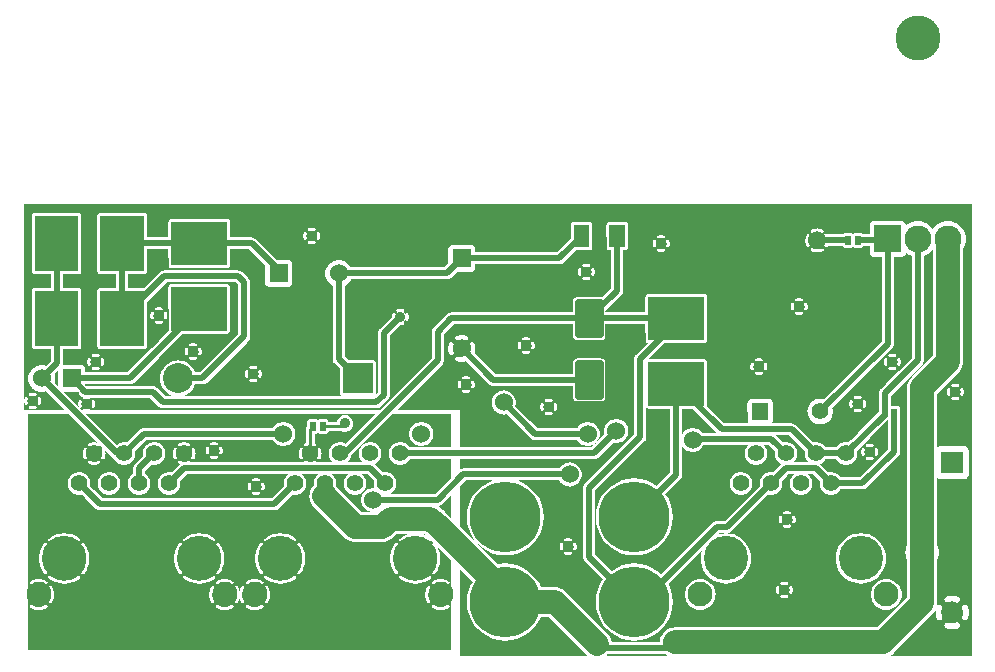
<source format=gbr>
G04 start of page 2 for group 0 idx 0 *
G04 Title: (unknown), top *
G04 Creator: pcb 20140316 *
G04 CreationDate: Fri 25 Mar 2016 01:42:13 PM GMT UTC *
G04 For: commonadmin *
G04 Format: Gerber/RS-274X *
G04 PCB-Dimensions (mil): 3220.00 2260.00 *
G04 PCB-Coordinate-Origin: lower left *
%MOIN*%
%FSLAX25Y25*%
%LNTOP*%
%ADD40C,0.0500*%
%ADD39C,0.1870*%
%ADD38C,0.1300*%
%ADD37C,0.0300*%
%ADD36C,0.0591*%
%ADD35C,0.0380*%
%ADD34C,0.0630*%
%ADD33C,0.1280*%
%ADD32C,0.0354*%
%ADD31C,0.0350*%
%ADD30C,0.0360*%
%ADD29R,0.1450X0.1450*%
%ADD28R,0.0512X0.0512*%
%ADD27C,0.0197*%
%ADD26R,0.0768X0.0768*%
%ADD25R,0.0197X0.0197*%
%ADD24C,0.2362*%
%ADD23C,0.0720*%
%ADD22C,0.1500*%
%ADD21C,0.0900*%
%ADD20C,0.0550*%
%ADD19C,0.0600*%
%ADD18C,0.1000*%
%ADD17C,0.0827*%
%ADD16C,0.1476*%
%ADD15C,0.0551*%
%ADD14C,0.0100*%
%ADD13C,0.0800*%
%ADD12C,0.0200*%
%ADD11C,0.0001*%
G54D11*G36*
X67554Y41668D02*X67705Y41107D01*
X67818Y40469D01*
X67875Y39824D01*
Y39176D01*
X67818Y38531D01*
X67705Y37893D01*
X67554Y37332D01*
Y41668D01*
G37*
G36*
X94554D02*X94705Y41107D01*
X94818Y40469D01*
X94875Y39824D01*
Y39176D01*
X94818Y38531D01*
X94705Y37893D01*
X94554Y37332D01*
Y41668D01*
G37*
G36*
X140967Y42462D02*X144500Y38929D01*
Y30337D01*
X144476Y30312D01*
X144431Y30247D01*
X144396Y30175D01*
X144373Y30099D01*
X144362Y30021D01*
X144364Y29941D01*
X144378Y29863D01*
X144404Y29788D01*
X144442Y29719D01*
X144500Y29623D01*
Y25356D01*
X144446Y25263D01*
X144407Y25194D01*
X144382Y25120D01*
X144368Y25042D01*
X144366Y24964D01*
X144377Y24886D01*
X144400Y24810D01*
X144434Y24740D01*
X144479Y24675D01*
X144500Y24653D01*
Y9000D01*
X140967D01*
Y22358D01*
X141190D01*
X141638Y22398D01*
X142081Y22476D01*
X142516Y22593D01*
X142939Y22748D01*
X143347Y22939D01*
X143736Y23165D01*
X143799Y23212D01*
X143854Y23269D01*
X143900Y23334D01*
X143934Y23406D01*
X143957Y23482D01*
X143968Y23560D01*
X143967Y23640D01*
X143953Y23718D01*
X143927Y23793D01*
X143889Y23862D01*
X143841Y23926D01*
X143784Y23981D01*
X143719Y24026D01*
X143648Y24061D01*
X143572Y24084D01*
X143493Y24095D01*
X143414Y24093D01*
X143336Y24079D01*
X143261Y24053D01*
X143192Y24014D01*
X142881Y23829D01*
X142553Y23676D01*
X142213Y23551D01*
X141863Y23457D01*
X141506Y23394D01*
X141146Y23362D01*
X140967D01*
Y31622D01*
X141146D01*
X141506Y31590D01*
X141863Y31527D01*
X142213Y31433D01*
X142553Y31309D01*
X142881Y31155D01*
X143194Y30973D01*
X143262Y30935D01*
X143337Y30909D01*
X143414Y30895D01*
X143493Y30894D01*
X143571Y30904D01*
X143646Y30927D01*
X143717Y30962D01*
X143782Y31007D01*
X143838Y31061D01*
X143886Y31124D01*
X143923Y31193D01*
X143949Y31268D01*
X143963Y31345D01*
X143964Y31424D01*
X143953Y31502D01*
X143931Y31577D01*
X143896Y31648D01*
X143851Y31712D01*
X143797Y31769D01*
X143733Y31815D01*
X143347Y32046D01*
X142939Y32237D01*
X142516Y32391D01*
X142081Y32508D01*
X141638Y32587D01*
X141190Y32626D01*
X140967D01*
Y42462D01*
G37*
G36*
X136699Y45563D02*X137017Y45338D01*
X137082Y45294D01*
X137154Y45262D01*
X137230Y45241D01*
X137308Y45232D01*
X137387Y45236D01*
X137464Y45252D01*
X137537Y45280D01*
X137606Y45319D01*
X137667Y45369D01*
X137720Y45427D01*
X137763Y45493D01*
X137795Y45564D01*
X137810Y45619D01*
X138613Y44816D01*
X138562Y44802D01*
X138489Y44769D01*
X138422Y44726D01*
X138363Y44672D01*
X138313Y44610D01*
X138274Y44540D01*
X138245Y44466D01*
X138229Y44388D01*
X138225Y44308D01*
X138234Y44229D01*
X138255Y44152D01*
X138288Y44079D01*
X138333Y44013D01*
X138712Y43488D01*
X139038Y42928D01*
X139313Y42341D01*
X139536Y41733D01*
X139705Y41107D01*
X139818Y40469D01*
X139875Y39824D01*
Y39176D01*
X139818Y38531D01*
X139705Y37893D01*
X139536Y37267D01*
X139313Y36659D01*
X139038Y36072D01*
X138712Y35512D01*
X138338Y34983D01*
X138294Y34918D01*
X138262Y34846D01*
X138241Y34770D01*
X138232Y34692D01*
X138236Y34613D01*
X138252Y34536D01*
X138280Y34463D01*
X138319Y34394D01*
X138369Y34333D01*
X138427Y34280D01*
X138493Y34237D01*
X138564Y34205D01*
X138640Y34184D01*
X138719Y34175D01*
X138797Y34179D01*
X138874Y34195D01*
X138948Y34223D01*
X139016Y34262D01*
X139078Y34311D01*
X139129Y34371D01*
X139560Y34967D01*
X139931Y35604D01*
X140244Y36271D01*
X140497Y36962D01*
X140689Y37673D01*
X140817Y38398D01*
X140882Y39132D01*
Y39868D01*
X140817Y40602D01*
X140689Y41327D01*
X140497Y42038D01*
X140244Y42729D01*
X139931Y43396D01*
X139788Y43641D01*
X140967Y42462D01*
Y32626D01*
X140739D01*
X140291Y32587D01*
X139848Y32508D01*
X139413Y32391D01*
X138990Y32237D01*
X138583Y32046D01*
X138193Y31820D01*
X138130Y31772D01*
X138075Y31715D01*
X138029Y31650D01*
X137995Y31579D01*
X137972Y31503D01*
X137961Y31424D01*
X137962Y31345D01*
X137976Y31267D01*
X138002Y31192D01*
X138040Y31122D01*
X138088Y31059D01*
X138145Y31004D01*
X138210Y30958D01*
X138281Y30924D01*
X138357Y30901D01*
X138436Y30890D01*
X138515Y30891D01*
X138593Y30905D01*
X138668Y30931D01*
X138737Y30970D01*
X139048Y31155D01*
X139376Y31309D01*
X139716Y31433D01*
X140066Y31527D01*
X140423Y31590D01*
X140783Y31622D01*
X140967D01*
Y23362D01*
X140783D01*
X140423Y23394D01*
X140066Y23457D01*
X139716Y23551D01*
X139376Y23676D01*
X139048Y23829D01*
X138735Y24011D01*
X138667Y24049D01*
X138592Y24075D01*
X138515Y24089D01*
X138436Y24091D01*
X138358Y24080D01*
X138283Y24057D01*
X138212Y24023D01*
X138147Y23978D01*
X138091Y23923D01*
X138043Y23860D01*
X138006Y23791D01*
X137980Y23717D01*
X137966Y23639D01*
X137965Y23560D01*
X137976Y23482D01*
X137998Y23407D01*
X138033Y23336D01*
X138078Y23272D01*
X138132Y23215D01*
X138196Y23169D01*
X138583Y22939D01*
X138990Y22748D01*
X139413Y22593D01*
X139848Y22476D01*
X140291Y22398D01*
X140739Y22358D01*
X140967D01*
Y9000D01*
X136699D01*
Y24643D01*
X136742Y24602D01*
X136807Y24557D01*
X136878Y24522D01*
X136954Y24499D01*
X137033Y24488D01*
X137112Y24490D01*
X137190Y24504D01*
X137265Y24530D01*
X137335Y24567D01*
X137398Y24615D01*
X137453Y24672D01*
X137498Y24738D01*
X137533Y24809D01*
X137556Y24885D01*
X137567Y24963D01*
X137565Y25043D01*
X137551Y25121D01*
X137525Y25196D01*
X137487Y25265D01*
X137302Y25576D01*
X137148Y25904D01*
X137024Y26244D01*
X136930Y26594D01*
X136866Y26950D01*
X136835Y27311D01*
Y27673D01*
X136866Y28034D01*
X136930Y28391D01*
X137024Y28740D01*
X137148Y29080D01*
X137302Y29408D01*
X137483Y29721D01*
X137522Y29790D01*
X137548Y29864D01*
X137561Y29942D01*
X137563Y30021D01*
X137552Y30099D01*
X137529Y30174D01*
X137495Y30245D01*
X137450Y30309D01*
X137396Y30366D01*
X137333Y30413D01*
X137263Y30451D01*
X137189Y30476D01*
X137112Y30490D01*
X137033Y30492D01*
X136955Y30481D01*
X136880Y30458D01*
X136809Y30424D01*
X136744Y30379D01*
X136699Y30335D01*
Y32246D01*
X137033Y32440D01*
X137634Y32864D01*
X137694Y32918D01*
X137744Y32980D01*
X137783Y33049D01*
X137812Y33124D01*
X137828Y33202D01*
X137832Y33282D01*
X137823Y33361D01*
X137802Y33438D01*
X137769Y33511D01*
X137726Y33578D01*
X137672Y33637D01*
X137610Y33687D01*
X137540Y33726D01*
X137466Y33755D01*
X137388Y33771D01*
X137308Y33775D01*
X137229Y33766D01*
X137152Y33745D01*
X137079Y33712D01*
X137013Y33667D01*
X136699Y33440D01*
Y45563D01*
G37*
G36*
Y9000D02*X132504D01*
Y31118D01*
X132868D01*
X133602Y31183D01*
X134327Y31311D01*
X135038Y31503D01*
X135729Y31756D01*
X136396Y32069D01*
X136699Y32246D01*
Y30335D01*
X136687Y30324D01*
X136641Y30261D01*
X136411Y29874D01*
X136220Y29466D01*
X136066Y29044D01*
X135949Y28609D01*
X135870Y28166D01*
X135831Y27717D01*
Y27267D01*
X135870Y26819D01*
X135949Y26375D01*
X136066Y25941D01*
X136220Y25518D01*
X136411Y25110D01*
X136637Y24721D01*
X136684Y24657D01*
X136699Y24643D01*
Y9000D01*
G37*
G36*
X132504Y46875D02*X132824D01*
X133469Y46818D01*
X134107Y46705D01*
X134733Y46536D01*
X135341Y46313D01*
X135928Y46038D01*
X136488Y45712D01*
X136699Y45563D01*
Y33440D01*
X136488Y33288D01*
X135928Y32962D01*
X135341Y32687D01*
X134733Y32464D01*
X134107Y32295D01*
X133469Y32182D01*
X132824Y32125D01*
X132504D01*
Y46875D01*
G37*
G36*
X125446Y46875D02*X126371Y47800D01*
X131301D01*
X130673Y47689D01*
X129962Y47497D01*
X129271Y47244D01*
X128604Y46931D01*
X127967Y46560D01*
X127366Y46136D01*
X127306Y46082D01*
X127256Y46020D01*
X127217Y45951D01*
X127188Y45876D01*
X127172Y45798D01*
X127168Y45718D01*
X127177Y45639D01*
X127198Y45562D01*
X127231Y45489D01*
X127274Y45422D01*
X127328Y45363D01*
X127390Y45313D01*
X127460Y45274D01*
X127534Y45245D01*
X127612Y45229D01*
X127692Y45225D01*
X127771Y45234D01*
X127848Y45255D01*
X127921Y45288D01*
X127987Y45333D01*
X128512Y45712D01*
X129072Y46038D01*
X129659Y46313D01*
X130267Y46536D01*
X130893Y46705D01*
X131531Y46818D01*
X132176Y46875D01*
X132504D01*
Y32125D01*
X132176D01*
X131531Y32182D01*
X130893Y32295D01*
X130267Y32464D01*
X129659Y32687D01*
X129072Y32962D01*
X128512Y33288D01*
X127983Y33662D01*
X127918Y33706D01*
X127846Y33738D01*
X127770Y33759D01*
X127692Y33768D01*
X127613Y33764D01*
X127536Y33748D01*
X127463Y33720D01*
X127394Y33681D01*
X127333Y33631D01*
X127280Y33573D01*
X127237Y33507D01*
X127205Y33436D01*
X127184Y33360D01*
X127175Y33281D01*
X127179Y33203D01*
X127195Y33126D01*
X127223Y33052D01*
X127262Y32984D01*
X127311Y32922D01*
X127371Y32871D01*
X127967Y32440D01*
X128604Y32069D01*
X129271Y31756D01*
X129962Y31503D01*
X130673Y31311D01*
X131398Y31183D01*
X132132Y31118D01*
X132504D01*
Y9000D01*
X125446D01*
Y34958D01*
X125864Y34366D01*
X125918Y34306D01*
X125980Y34256D01*
X126049Y34217D01*
X126124Y34188D01*
X126202Y34172D01*
X126282Y34168D01*
X126361Y34177D01*
X126438Y34198D01*
X126511Y34231D01*
X126578Y34274D01*
X126637Y34328D01*
X126687Y34390D01*
X126726Y34460D01*
X126755Y34534D01*
X126771Y34612D01*
X126775Y34692D01*
X126766Y34771D01*
X126745Y34848D01*
X126712Y34921D01*
X126667Y34987D01*
X126288Y35512D01*
X125962Y36072D01*
X125687Y36659D01*
X125464Y37267D01*
X125446Y37332D01*
Y41668D01*
X125464Y41733D01*
X125687Y42341D01*
X125962Y42928D01*
X126288Y43488D01*
X126662Y44017D01*
X126706Y44082D01*
X126738Y44154D01*
X126759Y44230D01*
X126768Y44308D01*
X126764Y44387D01*
X126748Y44464D01*
X126720Y44537D01*
X126681Y44606D01*
X126631Y44667D01*
X126573Y44720D01*
X126507Y44763D01*
X126436Y44795D01*
X126360Y44816D01*
X126281Y44825D01*
X126203Y44821D01*
X126126Y44805D01*
X126052Y44777D01*
X125984Y44738D01*
X125922Y44689D01*
X125871Y44629D01*
X125446Y44042D01*
Y46875D01*
G37*
G36*
Y37332D02*X125295Y37893D01*
X125182Y38531D01*
X125125Y39176D01*
Y39824D01*
X125182Y40469D01*
X125295Y41107D01*
X125446Y41668D01*
Y37332D01*
G37*
G36*
X94554Y61353D02*X94714Y61452D01*
X95164Y61836D01*
X95548Y62286D01*
X95857Y62790D01*
X96083Y63336D01*
X96221Y63911D01*
X96256Y64500D01*
X96221Y65089D01*
X96083Y65664D01*
X95857Y66210D01*
X95548Y66714D01*
X95164Y67164D01*
X94771Y67500D01*
X100229D01*
X99836Y67164D01*
X99452Y66714D01*
X99143Y66210D01*
X98917Y65664D01*
X98779Y65089D01*
X98733Y64500D01*
X98779Y63911D01*
X98789Y63869D01*
X98704Y63796D01*
X98192Y63198D01*
X97781Y62527D01*
X97480Y61800D01*
X97296Y61035D01*
X97235Y60250D01*
X97296Y59465D01*
X97480Y58700D01*
X97781Y57973D01*
X98192Y57302D01*
X98714Y56714D01*
X108826Y46603D01*
X108954Y46454D01*
X109552Y45943D01*
X109552Y45942D01*
X110223Y45531D01*
X110950Y45230D01*
X111715Y45046D01*
X112500Y44985D01*
X112696Y45000D01*
X121304D01*
X121500Y44985D01*
X122284Y45046D01*
X122285Y45046D01*
X123050Y45230D01*
X123777Y45531D01*
X124448Y45942D01*
X125046Y46454D01*
X125174Y46603D01*
X125446Y46875D01*
Y44042D01*
X125440Y44033D01*
X125069Y43396D01*
X124756Y42729D01*
X124503Y42038D01*
X124311Y41327D01*
X124183Y40602D01*
X124118Y39868D01*
Y39132D01*
X124183Y38398D01*
X124311Y37673D01*
X124503Y36962D01*
X124756Y36271D01*
X125069Y35604D01*
X125440Y34967D01*
X125446Y34958D01*
Y9000D01*
X94554D01*
Y34958D01*
X94560Y34967D01*
X94931Y35604D01*
X95244Y36271D01*
X95497Y36962D01*
X95689Y37673D01*
X95817Y38398D01*
X95882Y39132D01*
Y39868D01*
X95817Y40602D01*
X95689Y41327D01*
X95497Y42038D01*
X95244Y42729D01*
X94931Y43396D01*
X94560Y44033D01*
X94554Y44042D01*
Y61353D01*
G37*
G36*
X87504Y56675D02*X91666Y60838D01*
X91911Y60779D01*
X92500Y60733D01*
X93089Y60779D01*
X93664Y60917D01*
X94210Y61143D01*
X94554Y61353D01*
Y44042D01*
X94136Y44634D01*
X94082Y44694D01*
X94020Y44744D01*
X93951Y44783D01*
X93876Y44812D01*
X93798Y44828D01*
X93718Y44832D01*
X93639Y44823D01*
X93562Y44802D01*
X93489Y44769D01*
X93422Y44726D01*
X93363Y44672D01*
X93313Y44610D01*
X93274Y44540D01*
X93245Y44466D01*
X93229Y44388D01*
X93225Y44308D01*
X93234Y44229D01*
X93255Y44152D01*
X93288Y44079D01*
X93333Y44013D01*
X93712Y43488D01*
X94038Y42928D01*
X94313Y42341D01*
X94536Y41733D01*
X94554Y41668D01*
Y37332D01*
X94536Y37267D01*
X94313Y36659D01*
X94038Y36072D01*
X93712Y35512D01*
X93338Y34983D01*
X93294Y34918D01*
X93262Y34846D01*
X93241Y34770D01*
X93232Y34692D01*
X93236Y34613D01*
X93252Y34536D01*
X93280Y34463D01*
X93319Y34394D01*
X93369Y34333D01*
X93427Y34280D01*
X93493Y34237D01*
X93564Y34205D01*
X93640Y34184D01*
X93719Y34175D01*
X93797Y34179D01*
X93874Y34195D01*
X93948Y34223D01*
X94016Y34262D01*
X94078Y34311D01*
X94129Y34371D01*
X94554Y34958D01*
Y9000D01*
X87504D01*
Y31118D01*
X87868D01*
X88602Y31183D01*
X89327Y31311D01*
X90038Y31503D01*
X90729Y31756D01*
X91396Y32069D01*
X92033Y32440D01*
X92634Y32864D01*
X92694Y32918D01*
X92744Y32980D01*
X92783Y33049D01*
X92812Y33124D01*
X92828Y33202D01*
X92832Y33282D01*
X92823Y33361D01*
X92802Y33438D01*
X92769Y33511D01*
X92726Y33578D01*
X92672Y33637D01*
X92610Y33687D01*
X92540Y33726D01*
X92466Y33755D01*
X92388Y33771D01*
X92308Y33775D01*
X92229Y33766D01*
X92152Y33745D01*
X92079Y33712D01*
X92013Y33667D01*
X91488Y33288D01*
X90928Y32962D01*
X90341Y32687D01*
X89733Y32464D01*
X89107Y32295D01*
X88469Y32182D01*
X87824Y32125D01*
X87504D01*
Y46875D01*
X87824D01*
X88469Y46818D01*
X89107Y46705D01*
X89733Y46536D01*
X90341Y46313D01*
X90928Y46038D01*
X91488Y45712D01*
X92017Y45338D01*
X92082Y45294D01*
X92154Y45262D01*
X92230Y45241D01*
X92308Y45232D01*
X92387Y45236D01*
X92464Y45252D01*
X92537Y45280D01*
X92606Y45319D01*
X92667Y45369D01*
X92720Y45427D01*
X92763Y45493D01*
X92795Y45564D01*
X92816Y45640D01*
X92825Y45719D01*
X92821Y45797D01*
X92805Y45874D01*
X92777Y45948D01*
X92738Y46016D01*
X92689Y46078D01*
X92629Y46129D01*
X92033Y46560D01*
X91396Y46931D01*
X90729Y47244D01*
X90038Y47497D01*
X89327Y47689D01*
X88602Y47817D01*
X87868Y47882D01*
X87504D01*
Y56675D01*
G37*
G36*
X83222Y32291D02*X83604Y32069D01*
X84271Y31756D01*
X84962Y31503D01*
X85673Y31311D01*
X86398Y31183D01*
X87132Y31118D01*
X87504D01*
Y9000D01*
X83222D01*
Y24649D01*
X83234Y24660D01*
X83280Y24723D01*
X83510Y25110D01*
X83701Y25518D01*
X83856Y25941D01*
X83973Y26375D01*
X84051Y26819D01*
X84091Y27267D01*
Y27717D01*
X84051Y28166D01*
X83973Y28609D01*
X83856Y29044D01*
X83701Y29466D01*
X83510Y29874D01*
X83284Y30263D01*
X83237Y30327D01*
X83222Y30341D01*
Y32291D01*
G37*
G36*
Y45503D02*X83512Y45712D01*
X84072Y46038D01*
X84659Y46313D01*
X85267Y46536D01*
X85893Y46705D01*
X86531Y46818D01*
X87176Y46875D01*
X87504D01*
Y32125D01*
X87176D01*
X86531Y32182D01*
X85893Y32295D01*
X85267Y32464D01*
X84659Y32687D01*
X84072Y32962D01*
X83512Y33288D01*
X83222Y33492D01*
Y45503D01*
G37*
G36*
Y55500D02*X85422D01*
X85500Y55494D01*
X85814Y55519D01*
X86120Y55592D01*
X86411Y55712D01*
X86679Y55877D01*
X86919Y56081D01*
X86970Y56141D01*
X87504Y56675D01*
Y47882D01*
X87132D01*
X86398Y47817D01*
X85673Y47689D01*
X84962Y47497D01*
X84271Y47244D01*
X83604Y46931D01*
X83222Y46709D01*
Y55500D01*
G37*
G36*
X80446D02*X83222D01*
Y46709D01*
X82967Y46560D01*
X82366Y46136D01*
X82306Y46082D01*
X82256Y46020D01*
X82217Y45951D01*
X82188Y45876D01*
X82172Y45798D01*
X82168Y45718D01*
X82177Y45639D01*
X82198Y45562D01*
X82231Y45489D01*
X82274Y45422D01*
X82328Y45363D01*
X82390Y45313D01*
X82460Y45274D01*
X82534Y45245D01*
X82612Y45229D01*
X82692Y45225D01*
X82771Y45234D01*
X82848Y45255D01*
X82921Y45288D01*
X82987Y45333D01*
X83222Y45503D01*
Y33492D01*
X82983Y33662D01*
X82918Y33706D01*
X82846Y33738D01*
X82770Y33759D01*
X82692Y33768D01*
X82613Y33764D01*
X82536Y33748D01*
X82463Y33720D01*
X82394Y33681D01*
X82333Y33631D01*
X82280Y33573D01*
X82237Y33507D01*
X82205Y33436D01*
X82184Y33360D01*
X82175Y33281D01*
X82179Y33203D01*
X82195Y33126D01*
X82223Y33052D01*
X82262Y32984D01*
X82311Y32922D01*
X82371Y32871D01*
X82967Y32440D01*
X83222Y32291D01*
Y30341D01*
X83180Y30382D01*
X83114Y30427D01*
X83043Y30462D01*
X82967Y30485D01*
X82889Y30496D01*
X82809Y30494D01*
X82731Y30480D01*
X82656Y30454D01*
X82586Y30417D01*
X82523Y30369D01*
X82468Y30312D01*
X82423Y30247D01*
X82388Y30175D01*
X82365Y30099D01*
X82354Y30021D01*
X82356Y29941D01*
X82370Y29863D01*
X82396Y29788D01*
X82435Y29719D01*
X82620Y29408D01*
X82773Y29080D01*
X82898Y28740D01*
X82992Y28391D01*
X83055Y28034D01*
X83087Y27673D01*
Y27311D01*
X83055Y26950D01*
X82992Y26594D01*
X82898Y26244D01*
X82773Y25904D01*
X82620Y25576D01*
X82438Y25263D01*
X82399Y25194D01*
X82374Y25120D01*
X82360Y25042D01*
X82358Y24964D01*
X82369Y24886D01*
X82392Y24810D01*
X82426Y24740D01*
X82471Y24675D01*
X82526Y24618D01*
X82588Y24571D01*
X82658Y24534D01*
X82732Y24508D01*
X82810Y24494D01*
X82888Y24492D01*
X82966Y24503D01*
X83042Y24526D01*
X83112Y24560D01*
X83177Y24605D01*
X83222Y24649D01*
Y9000D01*
X80446D01*
Y22577D01*
X80508Y22593D01*
X80931Y22748D01*
X81339Y22939D01*
X81728Y23165D01*
X81792Y23212D01*
X81847Y23269D01*
X81892Y23334D01*
X81926Y23406D01*
X81949Y23482D01*
X81960Y23560D01*
X81959Y23640D01*
X81945Y23718D01*
X81919Y23793D01*
X81881Y23862D01*
X81834Y23926D01*
X81776Y23981D01*
X81711Y24026D01*
X81640Y24061D01*
X81564Y24084D01*
X81485Y24095D01*
X81406Y24093D01*
X81328Y24079D01*
X81253Y24053D01*
X81184Y24014D01*
X80873Y23829D01*
X80545Y23676D01*
X80446Y23640D01*
Y31345D01*
X80545Y31309D01*
X80873Y31155D01*
X81186Y30973D01*
X81255Y30935D01*
X81329Y30909D01*
X81406Y30895D01*
X81485Y30894D01*
X81563Y30904D01*
X81638Y30927D01*
X81709Y30962D01*
X81774Y31007D01*
X81831Y31061D01*
X81878Y31124D01*
X81915Y31193D01*
X81941Y31268D01*
X81955Y31345D01*
X81956Y31424D01*
X81946Y31502D01*
X81923Y31577D01*
X81888Y31648D01*
X81843Y31712D01*
X81789Y31769D01*
X81725Y31815D01*
X81339Y32046D01*
X80931Y32237D01*
X80508Y32391D01*
X80446Y32408D01*
Y34958D01*
X80864Y34366D01*
X80918Y34306D01*
X80980Y34256D01*
X81049Y34217D01*
X81124Y34188D01*
X81202Y34172D01*
X81282Y34168D01*
X81361Y34177D01*
X81438Y34198D01*
X81511Y34231D01*
X81578Y34274D01*
X81637Y34328D01*
X81687Y34390D01*
X81726Y34460D01*
X81755Y34534D01*
X81771Y34612D01*
X81775Y34692D01*
X81766Y34771D01*
X81745Y34848D01*
X81712Y34921D01*
X81667Y34987D01*
X81288Y35512D01*
X80962Y36072D01*
X80687Y36659D01*
X80464Y37267D01*
X80446Y37332D01*
Y41668D01*
X80464Y41733D01*
X80687Y42341D01*
X80962Y42928D01*
X81288Y43488D01*
X81662Y44017D01*
X81706Y44082D01*
X81738Y44154D01*
X81759Y44230D01*
X81768Y44308D01*
X81764Y44387D01*
X81748Y44464D01*
X81720Y44537D01*
X81681Y44606D01*
X81631Y44667D01*
X81573Y44720D01*
X81507Y44763D01*
X81436Y44795D01*
X81360Y44816D01*
X81281Y44825D01*
X81203Y44821D01*
X81126Y44805D01*
X81052Y44777D01*
X80984Y44738D01*
X80922Y44689D01*
X80871Y44629D01*
X80446Y44042D01*
Y55500D01*
G37*
G36*
Y37332D02*X80295Y37893D01*
X80182Y38531D01*
X80125Y39176D01*
Y39824D01*
X80182Y40469D01*
X80295Y41107D01*
X80446Y41668D01*
Y37332D01*
G37*
G36*
X73961Y55500D02*X80446D01*
Y44042D01*
X80440Y44033D01*
X80069Y43396D01*
X79756Y42729D01*
X79503Y42038D01*
X79311Y41327D01*
X79183Y40602D01*
X79118Y39868D01*
Y39132D01*
X79183Y38398D01*
X79311Y37673D01*
X79503Y36962D01*
X79756Y36271D01*
X80069Y35604D01*
X80440Y34967D01*
X80446Y34958D01*
Y32408D01*
X80073Y32508D01*
X79630Y32587D01*
X79182Y32626D01*
X78732D01*
X78283Y32587D01*
X77840Y32508D01*
X77405Y32391D01*
X76982Y32237D01*
X76575Y32046D01*
X76185Y31820D01*
X76122Y31772D01*
X76067Y31715D01*
X76022Y31650D01*
X75987Y31579D01*
X75964Y31503D01*
X75953Y31424D01*
X75955Y31345D01*
X75969Y31267D01*
X75995Y31192D01*
X76032Y31122D01*
X76080Y31059D01*
X76137Y31004D01*
X76202Y30958D01*
X76274Y30924D01*
X76349Y30901D01*
X76428Y30890D01*
X76507Y30891D01*
X76585Y30905D01*
X76660Y30931D01*
X76729Y30970D01*
X77041Y31155D01*
X77368Y31309D01*
X77709Y31433D01*
X78058Y31527D01*
X78415Y31590D01*
X78776Y31622D01*
X79138D01*
X79499Y31590D01*
X79855Y31527D01*
X80205Y31433D01*
X80446Y31345D01*
Y23640D01*
X80205Y23551D01*
X79855Y23457D01*
X79499Y23394D01*
X79138Y23362D01*
X78776D01*
X78415Y23394D01*
X78058Y23457D01*
X77709Y23551D01*
X77368Y23676D01*
X77041Y23829D01*
X76727Y24011D01*
X76659Y24049D01*
X76584Y24075D01*
X76507Y24089D01*
X76428Y24091D01*
X76350Y24080D01*
X76275Y24057D01*
X76204Y24023D01*
X76140Y23978D01*
X76083Y23923D01*
X76035Y23860D01*
X75998Y23791D01*
X75972Y23717D01*
X75959Y23639D01*
X75957Y23560D01*
X75968Y23482D01*
X75991Y23407D01*
X76025Y23336D01*
X76070Y23272D01*
X76124Y23215D01*
X76188Y23169D01*
X76575Y22939D01*
X76982Y22748D01*
X77405Y22593D01*
X77840Y22476D01*
X78283Y22398D01*
X78732Y22358D01*
X79182D01*
X79630Y22398D01*
X80073Y22476D01*
X80446Y22577D01*
Y9000D01*
X73961D01*
Y26301D01*
X74058Y25941D01*
X74212Y25518D01*
X74403Y25110D01*
X74629Y24721D01*
X74677Y24657D01*
X74734Y24602D01*
X74799Y24557D01*
X74870Y24522D01*
X74946Y24499D01*
X75025Y24488D01*
X75104Y24490D01*
X75182Y24504D01*
X75257Y24530D01*
X75327Y24567D01*
X75390Y24615D01*
X75445Y24672D01*
X75491Y24738D01*
X75525Y24809D01*
X75548Y24885D01*
X75559Y24963D01*
X75558Y25043D01*
X75544Y25121D01*
X75518Y25196D01*
X75479Y25265D01*
X75294Y25576D01*
X75140Y25904D01*
X75016Y26244D01*
X74922Y26594D01*
X74858Y26950D01*
X74827Y27311D01*
Y27673D01*
X74858Y28034D01*
X74922Y28391D01*
X75016Y28740D01*
X75140Y29080D01*
X75294Y29408D01*
X75475Y29721D01*
X75514Y29790D01*
X75540Y29864D01*
X75554Y29942D01*
X75555Y30021D01*
X75544Y30099D01*
X75522Y30174D01*
X75487Y30245D01*
X75442Y30309D01*
X75388Y30366D01*
X75325Y30413D01*
X75256Y30451D01*
X75181Y30476D01*
X75104Y30490D01*
X75025Y30492D01*
X74947Y30481D01*
X74872Y30458D01*
X74801Y30424D01*
X74736Y30379D01*
X74680Y30324D01*
X74633Y30261D01*
X74403Y29874D01*
X74212Y29466D01*
X74058Y29044D01*
X73961Y28683D01*
Y55500D01*
G37*
G36*
X67554D02*X73961D01*
Y28683D01*
X73864Y29044D01*
X73709Y29466D01*
X73518Y29874D01*
X73292Y30263D01*
X73245Y30327D01*
X73187Y30382D01*
X73122Y30427D01*
X73051Y30462D01*
X72975Y30485D01*
X72896Y30496D01*
X72817Y30494D01*
X72739Y30480D01*
X72664Y30454D01*
X72594Y30417D01*
X72531Y30369D01*
X72476Y30312D01*
X72431Y30247D01*
X72396Y30175D01*
X72373Y30099D01*
X72362Y30021D01*
X72364Y29941D01*
X72378Y29863D01*
X72404Y29788D01*
X72442Y29719D01*
X72628Y29408D01*
X72781Y29080D01*
X72906Y28740D01*
X73000Y28391D01*
X73063Y28034D01*
X73094Y27673D01*
Y27311D01*
X73063Y26950D01*
X73000Y26594D01*
X72906Y26244D01*
X72781Y25904D01*
X72628Y25576D01*
X72446Y25263D01*
X72407Y25194D01*
X72382Y25120D01*
X72368Y25042D01*
X72366Y24964D01*
X72377Y24886D01*
X72400Y24810D01*
X72434Y24740D01*
X72479Y24675D01*
X72534Y24618D01*
X72596Y24571D01*
X72666Y24534D01*
X72740Y24508D01*
X72818Y24494D01*
X72896Y24492D01*
X72974Y24503D01*
X73050Y24526D01*
X73120Y24560D01*
X73185Y24605D01*
X73242Y24660D01*
X73288Y24723D01*
X73518Y25110D01*
X73709Y25518D01*
X73864Y25941D01*
X73961Y26301D01*
X73961Y26301D01*
Y9000D01*
X67554D01*
Y22555D01*
X67848Y22476D01*
X68291Y22398D01*
X68739Y22358D01*
X69190D01*
X69638Y22398D01*
X70081Y22476D01*
X70516Y22593D01*
X70939Y22748D01*
X71347Y22939D01*
X71736Y23165D01*
X71799Y23212D01*
X71854Y23269D01*
X71900Y23334D01*
X71934Y23406D01*
X71957Y23482D01*
X71968Y23560D01*
X71967Y23640D01*
X71953Y23718D01*
X71927Y23793D01*
X71889Y23862D01*
X71841Y23926D01*
X71784Y23981D01*
X71719Y24026D01*
X71648Y24061D01*
X71572Y24084D01*
X71493Y24095D01*
X71414Y24093D01*
X71336Y24079D01*
X71261Y24053D01*
X71192Y24014D01*
X70881Y23829D01*
X70553Y23676D01*
X70213Y23551D01*
X69863Y23457D01*
X69506Y23394D01*
X69146Y23362D01*
X68783D01*
X68423Y23394D01*
X68066Y23457D01*
X67716Y23551D01*
X67554Y23611D01*
Y31374D01*
X67716Y31433D01*
X68066Y31527D01*
X68423Y31590D01*
X68783Y31622D01*
X69146D01*
X69506Y31590D01*
X69863Y31527D01*
X70213Y31433D01*
X70553Y31309D01*
X70881Y31155D01*
X71194Y30973D01*
X71262Y30935D01*
X71337Y30909D01*
X71414Y30895D01*
X71493Y30894D01*
X71571Y30904D01*
X71646Y30927D01*
X71717Y30962D01*
X71782Y31007D01*
X71838Y31061D01*
X71886Y31124D01*
X71923Y31193D01*
X71949Y31268D01*
X71963Y31345D01*
X71964Y31424D01*
X71953Y31502D01*
X71931Y31577D01*
X71896Y31648D01*
X71851Y31712D01*
X71797Y31769D01*
X71733Y31815D01*
X71347Y32046D01*
X70939Y32237D01*
X70516Y32391D01*
X70081Y32508D01*
X69638Y32587D01*
X69190Y32626D01*
X68739D01*
X68291Y32587D01*
X67848Y32508D01*
X67554Y32429D01*
Y34958D01*
X67560Y34967D01*
X67931Y35604D01*
X68244Y36271D01*
X68497Y36962D01*
X68689Y37673D01*
X68817Y38398D01*
X68882Y39132D01*
Y39868D01*
X68817Y40602D01*
X68689Y41327D01*
X68497Y42038D01*
X68244Y42729D01*
X67931Y43396D01*
X67560Y44033D01*
X67554Y44042D01*
Y55500D01*
G37*
G36*
X64699D02*X67554D01*
Y44042D01*
X67136Y44634D01*
X67082Y44694D01*
X67020Y44744D01*
X66951Y44783D01*
X66876Y44812D01*
X66798Y44828D01*
X66718Y44832D01*
X66639Y44823D01*
X66562Y44802D01*
X66489Y44769D01*
X66422Y44726D01*
X66363Y44672D01*
X66313Y44610D01*
X66274Y44540D01*
X66245Y44466D01*
X66229Y44388D01*
X66225Y44308D01*
X66234Y44229D01*
X66255Y44152D01*
X66288Y44079D01*
X66333Y44013D01*
X66712Y43488D01*
X67038Y42928D01*
X67313Y42341D01*
X67536Y41733D01*
X67554Y41668D01*
Y37332D01*
X67536Y37267D01*
X67313Y36659D01*
X67038Y36072D01*
X66712Y35512D01*
X66338Y34983D01*
X66294Y34918D01*
X66262Y34846D01*
X66241Y34770D01*
X66232Y34692D01*
X66236Y34613D01*
X66252Y34536D01*
X66280Y34463D01*
X66319Y34394D01*
X66369Y34333D01*
X66427Y34280D01*
X66493Y34237D01*
X66564Y34205D01*
X66640Y34184D01*
X66719Y34175D01*
X66797Y34179D01*
X66874Y34195D01*
X66948Y34223D01*
X67016Y34262D01*
X67078Y34311D01*
X67129Y34371D01*
X67554Y34958D01*
Y32429D01*
X67413Y32391D01*
X66990Y32237D01*
X66583Y32046D01*
X66193Y31820D01*
X66130Y31772D01*
X66075Y31715D01*
X66029Y31650D01*
X65995Y31579D01*
X65972Y31503D01*
X65961Y31424D01*
X65962Y31345D01*
X65976Y31267D01*
X66002Y31192D01*
X66040Y31122D01*
X66088Y31059D01*
X66145Y31004D01*
X66210Y30958D01*
X66281Y30924D01*
X66357Y30901D01*
X66436Y30890D01*
X66515Y30891D01*
X66593Y30905D01*
X66668Y30931D01*
X66737Y30970D01*
X67048Y31155D01*
X67376Y31309D01*
X67554Y31374D01*
Y23611D01*
X67376Y23676D01*
X67048Y23829D01*
X66735Y24011D01*
X66667Y24049D01*
X66592Y24075D01*
X66515Y24089D01*
X66436Y24091D01*
X66358Y24080D01*
X66283Y24057D01*
X66212Y24023D01*
X66147Y23978D01*
X66091Y23923D01*
X66043Y23860D01*
X66006Y23791D01*
X65980Y23717D01*
X65966Y23639D01*
X65965Y23560D01*
X65976Y23482D01*
X65998Y23407D01*
X66033Y23336D01*
X66078Y23272D01*
X66132Y23215D01*
X66196Y23169D01*
X66583Y22939D01*
X66990Y22748D01*
X67413Y22593D01*
X67554Y22555D01*
Y9000D01*
X64699D01*
Y24643D01*
X64742Y24602D01*
X64807Y24557D01*
X64878Y24522D01*
X64954Y24499D01*
X65033Y24488D01*
X65112Y24490D01*
X65190Y24504D01*
X65265Y24530D01*
X65335Y24567D01*
X65398Y24615D01*
X65453Y24672D01*
X65498Y24738D01*
X65533Y24809D01*
X65556Y24885D01*
X65567Y24963D01*
X65565Y25043D01*
X65551Y25121D01*
X65525Y25196D01*
X65487Y25265D01*
X65302Y25576D01*
X65148Y25904D01*
X65024Y26244D01*
X64930Y26594D01*
X64866Y26950D01*
X64835Y27311D01*
Y27673D01*
X64866Y28034D01*
X64930Y28391D01*
X65024Y28740D01*
X65148Y29080D01*
X65302Y29408D01*
X65483Y29721D01*
X65522Y29790D01*
X65548Y29864D01*
X65561Y29942D01*
X65563Y30021D01*
X65552Y30099D01*
X65529Y30174D01*
X65495Y30245D01*
X65450Y30309D01*
X65396Y30366D01*
X65333Y30413D01*
X65263Y30451D01*
X65189Y30476D01*
X65112Y30490D01*
X65033Y30492D01*
X64955Y30481D01*
X64880Y30458D01*
X64809Y30424D01*
X64744Y30379D01*
X64699Y30335D01*
Y32246D01*
X65033Y32440D01*
X65634Y32864D01*
X65694Y32918D01*
X65744Y32980D01*
X65783Y33049D01*
X65812Y33124D01*
X65828Y33202D01*
X65832Y33282D01*
X65823Y33361D01*
X65802Y33438D01*
X65769Y33511D01*
X65726Y33578D01*
X65672Y33637D01*
X65610Y33687D01*
X65540Y33726D01*
X65466Y33755D01*
X65388Y33771D01*
X65308Y33775D01*
X65229Y33766D01*
X65152Y33745D01*
X65079Y33712D01*
X65013Y33667D01*
X64699Y33440D01*
Y45563D01*
X65017Y45338D01*
X65082Y45294D01*
X65154Y45262D01*
X65230Y45241D01*
X65308Y45232D01*
X65387Y45236D01*
X65464Y45252D01*
X65537Y45280D01*
X65606Y45319D01*
X65667Y45369D01*
X65720Y45427D01*
X65763Y45493D01*
X65795Y45564D01*
X65816Y45640D01*
X65825Y45719D01*
X65821Y45797D01*
X65805Y45874D01*
X65777Y45948D01*
X65738Y46016D01*
X65689Y46078D01*
X65629Y46129D01*
X65033Y46560D01*
X64699Y46754D01*
Y55500D01*
G37*
G36*
Y33440D02*X64488Y33288D01*
X63928Y32962D01*
X63341Y32687D01*
X62733Y32464D01*
X62107Y32295D01*
X61469Y32182D01*
X60824Y32125D01*
X60504D01*
Y46875D01*
X60824D01*
X61469Y46818D01*
X62107Y46705D01*
X62733Y46536D01*
X63341Y46313D01*
X63928Y46038D01*
X64488Y45712D01*
X64699Y45563D01*
Y33440D01*
G37*
G36*
Y9000D02*X60504D01*
Y31118D01*
X60868D01*
X61602Y31183D01*
X62327Y31311D01*
X63038Y31503D01*
X63729Y31756D01*
X64396Y32069D01*
X64699Y32246D01*
Y30335D01*
X64687Y30324D01*
X64641Y30261D01*
X64411Y29874D01*
X64220Y29466D01*
X64066Y29044D01*
X63949Y28609D01*
X63870Y28166D01*
X63831Y27717D01*
Y27267D01*
X63870Y26819D01*
X63949Y26375D01*
X64066Y25941D01*
X64220Y25518D01*
X64411Y25110D01*
X64637Y24721D01*
X64684Y24657D01*
X64699Y24643D01*
Y9000D01*
G37*
G36*
X60504Y55500D02*X64699D01*
Y46754D01*
X64396Y46931D01*
X63729Y47244D01*
X63038Y47497D01*
X62327Y47689D01*
X61602Y47817D01*
X60868Y47882D01*
X60504D01*
Y55500D01*
G37*
G36*
X53446D02*X60504D01*
Y47882D01*
X60132D01*
X59398Y47817D01*
X58673Y47689D01*
X57962Y47497D01*
X57271Y47244D01*
X56604Y46931D01*
X55967Y46560D01*
X55366Y46136D01*
X55306Y46082D01*
X55256Y46020D01*
X55217Y45951D01*
X55188Y45876D01*
X55172Y45798D01*
X55168Y45718D01*
X55177Y45639D01*
X55198Y45562D01*
X55231Y45489D01*
X55274Y45422D01*
X55328Y45363D01*
X55390Y45313D01*
X55460Y45274D01*
X55534Y45245D01*
X55612Y45229D01*
X55692Y45225D01*
X55771Y45234D01*
X55848Y45255D01*
X55921Y45288D01*
X55987Y45333D01*
X56512Y45712D01*
X57072Y46038D01*
X57659Y46313D01*
X58267Y46536D01*
X58893Y46705D01*
X59531Y46818D01*
X60176Y46875D01*
X60504D01*
Y32125D01*
X60176D01*
X59531Y32182D01*
X58893Y32295D01*
X58267Y32464D01*
X57659Y32687D01*
X57072Y32962D01*
X56512Y33288D01*
X55983Y33662D01*
X55918Y33706D01*
X55846Y33738D01*
X55770Y33759D01*
X55692Y33768D01*
X55613Y33764D01*
X55536Y33748D01*
X55463Y33720D01*
X55394Y33681D01*
X55333Y33631D01*
X55280Y33573D01*
X55237Y33507D01*
X55205Y33436D01*
X55184Y33360D01*
X55175Y33281D01*
X55179Y33203D01*
X55195Y33126D01*
X55223Y33052D01*
X55262Y32984D01*
X55311Y32922D01*
X55371Y32871D01*
X55967Y32440D01*
X56604Y32069D01*
X57271Y31756D01*
X57962Y31503D01*
X58673Y31311D01*
X59398Y31183D01*
X60132Y31118D01*
X60504D01*
Y9000D01*
X53446D01*
Y34958D01*
X53864Y34366D01*
X53918Y34306D01*
X53980Y34256D01*
X54049Y34217D01*
X54124Y34188D01*
X54202Y34172D01*
X54282Y34168D01*
X54361Y34177D01*
X54438Y34198D01*
X54511Y34231D01*
X54578Y34274D01*
X54637Y34328D01*
X54687Y34390D01*
X54726Y34460D01*
X54755Y34534D01*
X54771Y34612D01*
X54775Y34692D01*
X54766Y34771D01*
X54745Y34848D01*
X54712Y34921D01*
X54667Y34987D01*
X54288Y35512D01*
X53962Y36072D01*
X53687Y36659D01*
X53464Y37267D01*
X53446Y37332D01*
Y41668D01*
X53464Y41733D01*
X53687Y42341D01*
X53962Y42928D01*
X54288Y43488D01*
X54662Y44017D01*
X54706Y44082D01*
X54738Y44154D01*
X54759Y44230D01*
X54768Y44308D01*
X54764Y44387D01*
X54748Y44464D01*
X54720Y44537D01*
X54681Y44606D01*
X54631Y44667D01*
X54573Y44720D01*
X54507Y44763D01*
X54436Y44795D01*
X54360Y44816D01*
X54281Y44825D01*
X54203Y44821D01*
X54126Y44805D01*
X54052Y44777D01*
X53984Y44738D01*
X53922Y44689D01*
X53871Y44629D01*
X53446Y44042D01*
Y55500D01*
G37*
G36*
Y37332D02*X53295Y37893D01*
X53182Y38531D01*
X53125Y39176D01*
Y39824D01*
X53182Y40469D01*
X53295Y41107D01*
X53446Y41668D01*
Y37332D01*
G37*
G36*
X42994Y55500D02*X53446D01*
Y44042D01*
X53440Y44033D01*
X53069Y43396D01*
X52756Y42729D01*
X52503Y42038D01*
X52311Y41327D01*
X52183Y40602D01*
X52118Y39868D01*
Y39132D01*
X52183Y38398D01*
X52311Y37673D01*
X52503Y36962D01*
X52756Y36271D01*
X53069Y35604D01*
X53440Y34967D01*
X53446Y34958D01*
Y9000D01*
X42994D01*
Y55500D01*
G37*
G36*
X103648Y87500D02*X119172D01*
X109408Y77736D01*
X109210Y77857D01*
X108664Y78083D01*
X108089Y78221D01*
X107500Y78267D01*
X106911Y78221D01*
X106336Y78083D01*
X105790Y77857D01*
X105286Y77548D01*
X104836Y77164D01*
X104452Y76714D01*
X104143Y76210D01*
X103917Y75664D01*
X103779Y75089D01*
X103733Y74500D01*
X103779Y73911D01*
X103917Y73336D01*
X104143Y72790D01*
X104452Y72286D01*
X104836Y71836D01*
X105229Y71500D01*
X103648D01*
Y82000D01*
X107721D01*
X107725Y81997D01*
X108132Y81829D01*
X108561Y81726D01*
X109000Y81691D01*
X109439Y81726D01*
X109868Y81829D01*
X110275Y81997D01*
X110651Y82228D01*
X110986Y82514D01*
X111272Y82849D01*
X111503Y83225D01*
X111671Y83632D01*
X111774Y84061D01*
X111800Y84500D01*
X111774Y84939D01*
X111671Y85368D01*
X111503Y85775D01*
X111272Y86151D01*
X110986Y86486D01*
X110651Y86772D01*
X110275Y87003D01*
X109868Y87171D01*
X109439Y87274D01*
X109000Y87309D01*
X108561Y87274D01*
X108132Y87171D01*
X107725Y87003D01*
X107349Y86772D01*
X107014Y86486D01*
X106728Y86151D01*
X106497Y85775D01*
X106329Y85368D01*
X106241Y85000D01*
X103648D01*
Y87500D01*
G37*
G36*
X100573Y81128D02*X100664Y81123D01*
X102789Y81132D01*
X102942Y81169D01*
X103087Y81229D01*
X103222Y81311D01*
X103341Y81414D01*
X103444Y81533D01*
X103526Y81668D01*
X103586Y81813D01*
X103623Y81966D01*
X103625Y82000D01*
X103648D01*
Y71500D01*
X100573D01*
Y72536D01*
X100615Y72553D01*
X100683Y72594D01*
X100743Y72644D01*
X100794Y72704D01*
X100834Y72771D01*
X100988Y73096D01*
X101106Y73436D01*
X101192Y73785D01*
X101243Y74141D01*
X101260Y74500D01*
X101243Y74859D01*
X101192Y75215D01*
X101106Y75564D01*
X100988Y75904D01*
X100838Y76231D01*
X100797Y76298D01*
X100745Y76358D01*
X100684Y76409D01*
X100617Y76450D01*
X100573Y76467D01*
Y81128D01*
G37*
G36*
Y87500D02*X103648D01*
Y85000D01*
X103623D01*
X103623Y85034D01*
X103586Y85187D01*
X103526Y85332D01*
X103444Y85467D01*
X103341Y85586D01*
X103222Y85689D01*
X103087Y85771D01*
X102942Y85831D01*
X102789Y85868D01*
X102632Y85877D01*
X100573Y85868D01*
Y87500D01*
G37*
G36*
X94427D02*X100573D01*
Y85868D01*
X100507Y85868D01*
X100354Y85831D01*
X100209Y85771D01*
X100074Y85689D01*
X100074Y85688D01*
X100074Y85689D01*
X99939Y85771D01*
X99794Y85831D01*
X99641Y85868D01*
X99484Y85877D01*
X97359Y85868D01*
X97206Y85831D01*
X97061Y85771D01*
X96926Y85689D01*
X96807Y85586D01*
X96704Y85467D01*
X96622Y85332D01*
X96562Y85187D01*
X96525Y85034D01*
X96516Y84877D01*
X96520Y83641D01*
X96481Y83602D01*
X96436Y83564D01*
X96283Y83384D01*
X96159Y83183D01*
X96069Y82965D01*
X96014Y82735D01*
X96014Y82735D01*
X95995Y82500D01*
X96000Y82441D01*
Y77944D01*
X95769Y77838D01*
X95702Y77797D01*
X95642Y77745D01*
X95591Y77684D01*
X95550Y77617D01*
X95520Y77543D01*
X95502Y77466D01*
X95497Y77387D01*
X95504Y77308D01*
X95523Y77231D01*
X95553Y77158D01*
X95595Y77091D01*
X95647Y77031D01*
X95708Y76980D01*
X95776Y76939D01*
X95849Y76909D01*
X95926Y76892D01*
X96000Y76886D01*
Y74500D01*
X96014Y74265D01*
X96069Y74035D01*
X96159Y73817D01*
X96283Y73616D01*
X96436Y73436D01*
X96616Y73283D01*
X96817Y73159D01*
X97035Y73069D01*
X97265Y73014D01*
X97500Y72995D01*
X97735Y73014D01*
X97965Y73069D01*
X98183Y73159D01*
X98384Y73283D01*
X98564Y73436D01*
X98717Y73616D01*
X98841Y73817D01*
X98931Y74035D01*
X98986Y74265D01*
X99000Y74500D01*
Y76889D01*
X99073Y76895D01*
X99150Y76913D01*
X99223Y76942D01*
X99290Y76983D01*
X99351Y77033D01*
X99402Y77093D01*
X99444Y77160D01*
X99474Y77232D01*
X99493Y77309D01*
X99500Y77387D01*
X99494Y77466D01*
X99477Y77542D01*
X99447Y77615D01*
X99406Y77683D01*
X99356Y77743D01*
X99296Y77794D01*
X99229Y77834D01*
X99000Y77943D01*
Y81129D01*
X99641Y81132D01*
X99794Y81169D01*
X99939Y81229D01*
X100074Y81311D01*
X100074Y81312D01*
X100074Y81311D01*
X100209Y81229D01*
X100354Y81169D01*
X100507Y81132D01*
X100573Y81128D01*
Y76467D01*
X100543Y76480D01*
X100466Y76498D01*
X100387Y76503D01*
X100308Y76496D01*
X100231Y76477D01*
X100158Y76447D01*
X100091Y76405D01*
X100031Y76353D01*
X99980Y76292D01*
X99939Y76224D01*
X99909Y76151D01*
X99892Y76074D01*
X99886Y75995D01*
X99893Y75916D01*
X99912Y75839D01*
X99944Y75767D01*
X100057Y75529D01*
X100143Y75280D01*
X100206Y75024D01*
X100243Y74763D01*
X100256Y74500D01*
X100243Y74237D01*
X100206Y73976D01*
X100143Y73720D01*
X100057Y73471D01*
X99947Y73232D01*
X99915Y73160D01*
X99896Y73083D01*
X99889Y73005D01*
X99895Y72927D01*
X99913Y72850D01*
X99942Y72777D01*
X99983Y72710D01*
X100033Y72649D01*
X100093Y72598D01*
X100160Y72556D01*
X100232Y72526D01*
X100309Y72507D01*
X100387Y72500D01*
X100466Y72506D01*
X100542Y72523D01*
X100573Y72536D01*
Y71500D01*
X99490D01*
X99498Y71534D01*
X99503Y71613D01*
X99496Y71692D01*
X99477Y71769D01*
X99447Y71842D01*
X99405Y71909D01*
X99353Y71969D01*
X99292Y72020D01*
X99224Y72061D01*
X99151Y72091D01*
X99074Y72108D01*
X98995Y72114D01*
X98916Y72107D01*
X98839Y72088D01*
X98767Y72056D01*
X98529Y71943D01*
X98280Y71857D01*
X98024Y71794D01*
X97763Y71757D01*
X97500Y71744D01*
X97237Y71757D01*
X96976Y71794D01*
X96720Y71857D01*
X96471Y71943D01*
X96232Y72053D01*
X96160Y72085D01*
X96083Y72104D01*
X96005Y72111D01*
X95927Y72105D01*
X95850Y72087D01*
X95777Y72058D01*
X95710Y72017D01*
X95649Y71967D01*
X95598Y71907D01*
X95556Y71840D01*
X95526Y71768D01*
X95507Y71691D01*
X95500Y71613D01*
X95506Y71534D01*
X95514Y71500D01*
X94427D01*
Y72533D01*
X94457Y72520D01*
X94534Y72502D01*
X94613Y72497D01*
X94692Y72504D01*
X94769Y72523D01*
X94842Y72553D01*
X94909Y72595D01*
X94969Y72647D01*
X95020Y72708D01*
X95061Y72776D01*
X95091Y72849D01*
X95108Y72926D01*
X95114Y73005D01*
X95107Y73084D01*
X95088Y73161D01*
X95056Y73233D01*
X94943Y73471D01*
X94857Y73720D01*
X94794Y73976D01*
X94757Y74237D01*
X94744Y74500D01*
X94757Y74763D01*
X94794Y75024D01*
X94857Y75280D01*
X94943Y75529D01*
X95053Y75768D01*
X95085Y75840D01*
X95104Y75917D01*
X95111Y75995D01*
X95105Y76073D01*
X95087Y76150D01*
X95058Y76223D01*
X95017Y76290D01*
X94967Y76351D01*
X94907Y76402D01*
X94840Y76444D01*
X94768Y76474D01*
X94691Y76493D01*
X94613Y76500D01*
X94534Y76494D01*
X94458Y76477D01*
X94427Y76464D01*
Y87500D01*
G37*
G36*
X67730Y79000D02*X85034D01*
X85254Y78642D01*
X85663Y78163D01*
X86142Y77754D01*
X86678Y77425D01*
X87260Y77184D01*
X87872Y77037D01*
X88500Y76988D01*
X89128Y77037D01*
X89740Y77184D01*
X90322Y77425D01*
X90858Y77754D01*
X91337Y78163D01*
X91746Y78642D01*
X92075Y79178D01*
X92316Y79760D01*
X92463Y80372D01*
X92500Y81000D01*
X92463Y81628D01*
X92316Y82240D01*
X92075Y82822D01*
X91746Y83358D01*
X91337Y83837D01*
X90858Y84246D01*
X90322Y84575D01*
X89740Y84816D01*
X89128Y84963D01*
X88500Y85012D01*
X87872Y84963D01*
X87260Y84816D01*
X86678Y84575D01*
X86142Y84246D01*
X85663Y83837D01*
X85254Y83358D01*
X85034Y83000D01*
X67730D01*
Y87500D01*
X94427D01*
Y76464D01*
X94385Y76447D01*
X94317Y76406D01*
X94257Y76356D01*
X94206Y76296D01*
X94166Y76229D01*
X94012Y75904D01*
X93894Y75564D01*
X93808Y75215D01*
X93757Y74859D01*
X93740Y74500D01*
X93757Y74141D01*
X93808Y73785D01*
X93894Y73436D01*
X94012Y73096D01*
X94162Y72769D01*
X94203Y72702D01*
X94255Y72642D01*
X94316Y72591D01*
X94383Y72550D01*
X94427Y72533D01*
Y71500D01*
X67730D01*
Y74214D01*
X67798Y74228D01*
X67871Y74255D01*
X67940Y74294D01*
X68002Y74343D01*
X68055Y74401D01*
X68098Y74466D01*
X68130Y74538D01*
X68206Y74771D01*
X68260Y75011D01*
X68292Y75255D01*
X68303Y75500D01*
X68292Y75745D01*
X68260Y75989D01*
X68206Y76229D01*
X68132Y76463D01*
X68100Y76535D01*
X68056Y76600D01*
X68003Y76659D01*
X67941Y76708D01*
X67872Y76746D01*
X67798Y76774D01*
X67730Y76788D01*
Y79000D01*
G37*
G36*
Y83000D02*X65501D01*
Y87500D01*
X67730D01*
Y83000D01*
G37*
G36*
X65501Y79000D02*X67730D01*
Y76788D01*
X67721Y76790D01*
X67642Y76793D01*
X67563Y76784D01*
X67487Y76763D01*
X67415Y76730D01*
X67350Y76686D01*
X67291Y76633D01*
X67242Y76571D01*
X67204Y76502D01*
X67176Y76428D01*
X67160Y76351D01*
X67157Y76272D01*
X67166Y76193D01*
X67189Y76118D01*
X67238Y75968D01*
X67272Y75814D01*
X67293Y75658D01*
X67300Y75500D01*
X67293Y75342D01*
X67272Y75186D01*
X67238Y75032D01*
X67190Y74882D01*
X67168Y74806D01*
X67159Y74728D01*
X67162Y74650D01*
X67178Y74573D01*
X67205Y74499D01*
X67244Y74430D01*
X67293Y74369D01*
X67351Y74315D01*
X67416Y74272D01*
X67488Y74239D01*
X67564Y74218D01*
X67642Y74209D01*
X67720Y74212D01*
X67730Y74214D01*
Y71500D01*
X65501D01*
Y72697D01*
X65745Y72708D01*
X65989Y72740D01*
X66229Y72794D01*
X66463Y72868D01*
X66535Y72900D01*
X66600Y72944D01*
X66659Y72997D01*
X66708Y73059D01*
X66746Y73128D01*
X66774Y73202D01*
X66790Y73279D01*
X66793Y73358D01*
X66784Y73437D01*
X66763Y73513D01*
X66730Y73585D01*
X66686Y73650D01*
X66633Y73709D01*
X66571Y73758D01*
X66502Y73796D01*
X66428Y73824D01*
X66351Y73840D01*
X66272Y73843D01*
X66193Y73834D01*
X66118Y73811D01*
X65968Y73762D01*
X65814Y73728D01*
X65658Y73707D01*
X65501Y73700D01*
Y77300D01*
X65658Y77293D01*
X65814Y77272D01*
X65968Y77238D01*
X66118Y77190D01*
X66194Y77168D01*
X66272Y77159D01*
X66350Y77162D01*
X66427Y77178D01*
X66501Y77205D01*
X66570Y77244D01*
X66631Y77293D01*
X66685Y77351D01*
X66728Y77416D01*
X66761Y77488D01*
X66782Y77564D01*
X66791Y77642D01*
X66788Y77720D01*
X66772Y77798D01*
X66745Y77871D01*
X66706Y77940D01*
X66657Y78002D01*
X66599Y78055D01*
X66534Y78098D01*
X66462Y78130D01*
X66229Y78206D01*
X65989Y78260D01*
X65745Y78292D01*
X65501Y78303D01*
Y79000D01*
G37*
G36*
X81730Y67500D02*X90229D01*
X89836Y67164D01*
X89452Y66714D01*
X89143Y66210D01*
X88917Y65664D01*
X88779Y65089D01*
X88733Y64500D01*
X88779Y63911D01*
X88838Y63666D01*
X84672Y59500D01*
X81730D01*
Y62214D01*
X81798Y62228D01*
X81871Y62255D01*
X81940Y62294D01*
X82002Y62343D01*
X82055Y62401D01*
X82098Y62466D01*
X82130Y62538D01*
X82206Y62771D01*
X82260Y63011D01*
X82292Y63255D01*
X82303Y63500D01*
X82292Y63745D01*
X82260Y63989D01*
X82206Y64229D01*
X82132Y64463D01*
X82100Y64535D01*
X82056Y64600D01*
X82003Y64659D01*
X81941Y64708D01*
X81872Y64746D01*
X81798Y64774D01*
X81730Y64788D01*
Y67500D01*
G37*
G36*
X79501D02*X81730D01*
Y64788D01*
X81721Y64790D01*
X81642Y64793D01*
X81563Y64784D01*
X81487Y64763D01*
X81415Y64730D01*
X81350Y64686D01*
X81291Y64633D01*
X81242Y64571D01*
X81204Y64502D01*
X81176Y64428D01*
X81160Y64351D01*
X81157Y64272D01*
X81166Y64193D01*
X81189Y64118D01*
X81238Y63968D01*
X81272Y63814D01*
X81293Y63658D01*
X81300Y63500D01*
X81293Y63342D01*
X81272Y63186D01*
X81238Y63032D01*
X81190Y62882D01*
X81168Y62806D01*
X81159Y62728D01*
X81162Y62650D01*
X81178Y62573D01*
X81205Y62499D01*
X81244Y62430D01*
X81293Y62369D01*
X81351Y62315D01*
X81416Y62272D01*
X81488Y62239D01*
X81564Y62218D01*
X81642Y62209D01*
X81720Y62212D01*
X81730Y62214D01*
Y59500D01*
X79501D01*
Y60697D01*
X79745Y60708D01*
X79989Y60740D01*
X80229Y60794D01*
X80463Y60868D01*
X80535Y60900D01*
X80600Y60944D01*
X80659Y60997D01*
X80708Y61059D01*
X80746Y61128D01*
X80774Y61202D01*
X80790Y61279D01*
X80793Y61358D01*
X80784Y61437D01*
X80763Y61513D01*
X80730Y61585D01*
X80686Y61650D01*
X80633Y61709D01*
X80571Y61758D01*
X80502Y61796D01*
X80428Y61824D01*
X80351Y61840D01*
X80272Y61843D01*
X80193Y61834D01*
X80118Y61811D01*
X79968Y61762D01*
X79814Y61728D01*
X79658Y61707D01*
X79501Y61700D01*
Y65300D01*
X79658Y65293D01*
X79814Y65272D01*
X79968Y65238D01*
X80118Y65190D01*
X80194Y65168D01*
X80272Y65159D01*
X80350Y65162D01*
X80427Y65178D01*
X80501Y65205D01*
X80570Y65244D01*
X80631Y65293D01*
X80685Y65351D01*
X80728Y65416D01*
X80761Y65488D01*
X80782Y65564D01*
X80791Y65642D01*
X80788Y65720D01*
X80772Y65798D01*
X80745Y65871D01*
X80706Y65940D01*
X80657Y66002D01*
X80599Y66055D01*
X80534Y66098D01*
X80462Y66130D01*
X80229Y66206D01*
X79989Y66260D01*
X79745Y66292D01*
X79501Y66303D01*
Y67500D01*
G37*
G36*
X77270D02*X79501D01*
Y66303D01*
X79500Y66303D01*
X79255Y66292D01*
X79011Y66260D01*
X78771Y66206D01*
X78537Y66132D01*
X78465Y66100D01*
X78400Y66056D01*
X78341Y66003D01*
X78292Y65941D01*
X78254Y65872D01*
X78226Y65798D01*
X78210Y65721D01*
X78207Y65642D01*
X78216Y65563D01*
X78237Y65487D01*
X78270Y65415D01*
X78314Y65350D01*
X78367Y65291D01*
X78429Y65242D01*
X78498Y65204D01*
X78572Y65176D01*
X78649Y65160D01*
X78728Y65157D01*
X78807Y65166D01*
X78882Y65189D01*
X79032Y65238D01*
X79186Y65272D01*
X79342Y65293D01*
X79500Y65300D01*
X79501Y65300D01*
Y61700D01*
X79500Y61700D01*
X79342Y61707D01*
X79186Y61728D01*
X79032Y61762D01*
X78882Y61810D01*
X78806Y61832D01*
X78728Y61841D01*
X78650Y61838D01*
X78573Y61822D01*
X78499Y61795D01*
X78430Y61756D01*
X78369Y61707D01*
X78315Y61649D01*
X78272Y61584D01*
X78239Y61512D01*
X78218Y61436D01*
X78209Y61358D01*
X78212Y61280D01*
X78228Y61202D01*
X78255Y61129D01*
X78294Y61060D01*
X78343Y60998D01*
X78401Y60945D01*
X78466Y60902D01*
X78538Y60870D01*
X78771Y60794D01*
X79011Y60740D01*
X79255Y60708D01*
X79500Y60697D01*
X79501Y60697D01*
Y59500D01*
X77270D01*
Y62212D01*
X77279Y62210D01*
X77358Y62207D01*
X77437Y62216D01*
X77513Y62237D01*
X77585Y62270D01*
X77650Y62314D01*
X77709Y62367D01*
X77758Y62429D01*
X77796Y62498D01*
X77824Y62572D01*
X77840Y62649D01*
X77843Y62728D01*
X77834Y62807D01*
X77811Y62882D01*
X77762Y63032D01*
X77728Y63186D01*
X77707Y63342D01*
X77700Y63500D01*
X77707Y63658D01*
X77728Y63814D01*
X77762Y63968D01*
X77810Y64118D01*
X77832Y64194D01*
X77841Y64272D01*
X77838Y64350D01*
X77822Y64427D01*
X77795Y64501D01*
X77756Y64570D01*
X77707Y64631D01*
X77649Y64685D01*
X77584Y64728D01*
X77512Y64761D01*
X77436Y64782D01*
X77358Y64791D01*
X77280Y64788D01*
X77270Y64786D01*
Y67500D01*
G37*
G36*
X65501D02*X77270D01*
Y64786D01*
X77202Y64772D01*
X77129Y64745D01*
X77060Y64706D01*
X76998Y64657D01*
X76945Y64599D01*
X76902Y64534D01*
X76870Y64462D01*
X76794Y64229D01*
X76740Y63989D01*
X76708Y63745D01*
X76697Y63500D01*
X76708Y63255D01*
X76740Y63011D01*
X76794Y62771D01*
X76868Y62537D01*
X76900Y62465D01*
X76944Y62400D01*
X76997Y62341D01*
X77059Y62292D01*
X77128Y62254D01*
X77202Y62226D01*
X77270Y62212D01*
Y59500D01*
X65501D01*
Y67500D01*
G37*
G36*
Y83000D02*X42994D01*
Y87500D01*
X65501D01*
Y83000D01*
G37*
G36*
X63270Y79000D02*X65501D01*
Y78303D01*
X65500Y78303D01*
X65255Y78292D01*
X65011Y78260D01*
X64771Y78206D01*
X64537Y78132D01*
X64465Y78100D01*
X64400Y78056D01*
X64341Y78003D01*
X64292Y77941D01*
X64254Y77872D01*
X64226Y77798D01*
X64210Y77721D01*
X64207Y77642D01*
X64216Y77563D01*
X64237Y77487D01*
X64270Y77415D01*
X64314Y77350D01*
X64367Y77291D01*
X64429Y77242D01*
X64498Y77204D01*
X64572Y77176D01*
X64649Y77160D01*
X64728Y77157D01*
X64807Y77166D01*
X64882Y77189D01*
X65032Y77238D01*
X65186Y77272D01*
X65342Y77293D01*
X65500Y77300D01*
X65501Y77300D01*
Y73700D01*
X65500Y73700D01*
X65342Y73707D01*
X65186Y73728D01*
X65032Y73762D01*
X64882Y73810D01*
X64806Y73832D01*
X64728Y73841D01*
X64650Y73838D01*
X64573Y73822D01*
X64499Y73795D01*
X64430Y73756D01*
X64369Y73707D01*
X64315Y73649D01*
X64272Y73584D01*
X64239Y73512D01*
X64218Y73436D01*
X64209Y73358D01*
X64212Y73280D01*
X64228Y73202D01*
X64255Y73129D01*
X64294Y73060D01*
X64343Y72998D01*
X64401Y72945D01*
X64466Y72902D01*
X64538Y72870D01*
X64771Y72794D01*
X65011Y72740D01*
X65255Y72708D01*
X65500Y72697D01*
X65501Y72697D01*
Y71500D01*
X63270D01*
Y74212D01*
X63279Y74210D01*
X63358Y74207D01*
X63437Y74216D01*
X63513Y74237D01*
X63585Y74270D01*
X63650Y74314D01*
X63709Y74367D01*
X63758Y74429D01*
X63796Y74498D01*
X63824Y74572D01*
X63840Y74649D01*
X63843Y74728D01*
X63834Y74807D01*
X63811Y74882D01*
X63762Y75032D01*
X63728Y75186D01*
X63707Y75342D01*
X63700Y75500D01*
X63707Y75658D01*
X63728Y75814D01*
X63762Y75968D01*
X63810Y76118D01*
X63832Y76194D01*
X63841Y76272D01*
X63838Y76350D01*
X63822Y76427D01*
X63795Y76501D01*
X63756Y76570D01*
X63707Y76631D01*
X63649Y76685D01*
X63584Y76728D01*
X63512Y76761D01*
X63436Y76782D01*
X63358Y76791D01*
X63280Y76788D01*
X63270Y76786D01*
Y79000D01*
G37*
G36*
Y67500D02*X65501D01*
Y59500D01*
X63270D01*
Y67500D01*
G37*
G36*
X58573Y79000D02*X63270D01*
Y76786D01*
X63202Y76772D01*
X63129Y76745D01*
X63060Y76706D01*
X62998Y76657D01*
X62945Y76599D01*
X62902Y76534D01*
X62870Y76462D01*
X62794Y76229D01*
X62740Y75989D01*
X62708Y75745D01*
X62697Y75500D01*
X62708Y75255D01*
X62740Y75011D01*
X62794Y74771D01*
X62868Y74537D01*
X62900Y74465D01*
X62944Y74400D01*
X62997Y74341D01*
X63059Y74292D01*
X63128Y74254D01*
X63202Y74226D01*
X63270Y74212D01*
Y71500D01*
X58573D01*
Y72536D01*
X58615Y72553D01*
X58683Y72594D01*
X58743Y72644D01*
X58794Y72704D01*
X58834Y72771D01*
X58988Y73096D01*
X59106Y73436D01*
X59192Y73785D01*
X59243Y74141D01*
X59260Y74500D01*
X59243Y74859D01*
X59192Y75215D01*
X59106Y75564D01*
X58988Y75904D01*
X58838Y76231D01*
X58797Y76298D01*
X58745Y76358D01*
X58684Y76409D01*
X58617Y76450D01*
X58573Y76467D01*
Y79000D01*
G37*
G36*
Y67500D02*X63270D01*
Y59500D01*
X58573D01*
Y67500D01*
G37*
G36*
X55498Y79000D02*X58573D01*
Y76467D01*
X58543Y76480D01*
X58466Y76498D01*
X58387Y76503D01*
X58308Y76496D01*
X58231Y76477D01*
X58158Y76447D01*
X58091Y76405D01*
X58031Y76353D01*
X57980Y76292D01*
X57939Y76224D01*
X57909Y76151D01*
X57892Y76074D01*
X57886Y75995D01*
X57893Y75916D01*
X57912Y75839D01*
X57944Y75767D01*
X58057Y75529D01*
X58143Y75280D01*
X58206Y75024D01*
X58243Y74763D01*
X58256Y74500D01*
X58243Y74237D01*
X58206Y73976D01*
X58143Y73720D01*
X58057Y73471D01*
X57947Y73232D01*
X57915Y73160D01*
X57896Y73083D01*
X57889Y73005D01*
X57895Y72927D01*
X57913Y72850D01*
X57942Y72777D01*
X57983Y72710D01*
X58033Y72649D01*
X58093Y72598D01*
X58160Y72556D01*
X58232Y72526D01*
X58309Y72507D01*
X58387Y72500D01*
X58466Y72506D01*
X58542Y72523D01*
X58573Y72536D01*
Y71500D01*
X57490D01*
X57498Y71534D01*
X57503Y71613D01*
X57496Y71692D01*
X57477Y71769D01*
X57447Y71842D01*
X57405Y71909D01*
X57353Y71969D01*
X57292Y72020D01*
X57224Y72061D01*
X57151Y72091D01*
X57074Y72108D01*
X56995Y72114D01*
X56916Y72107D01*
X56839Y72088D01*
X56767Y72056D01*
X56529Y71943D01*
X56280Y71857D01*
X56024Y71794D01*
X55763Y71757D01*
X55500Y71744D01*
X55498Y71744D01*
Y77256D01*
X55500Y77256D01*
X55763Y77243D01*
X56024Y77206D01*
X56280Y77143D01*
X56529Y77057D01*
X56768Y76947D01*
X56840Y76915D01*
X56917Y76896D01*
X56995Y76889D01*
X57073Y76895D01*
X57150Y76913D01*
X57223Y76942D01*
X57290Y76983D01*
X57351Y77033D01*
X57402Y77093D01*
X57444Y77160D01*
X57474Y77232D01*
X57493Y77309D01*
X57500Y77387D01*
X57494Y77466D01*
X57477Y77542D01*
X57447Y77615D01*
X57406Y77683D01*
X57356Y77743D01*
X57296Y77794D01*
X57229Y77834D01*
X56904Y77988D01*
X56564Y78106D01*
X56215Y78192D01*
X55859Y78243D01*
X55500Y78260D01*
X55498Y78260D01*
Y79000D01*
G37*
G36*
Y66670D02*X56328Y67500D01*
X58573D01*
Y59500D01*
X55498D01*
Y66670D01*
G37*
G36*
X52427Y61276D02*X52714Y61452D01*
X53164Y61836D01*
X53548Y62286D01*
X53857Y62790D01*
X54083Y63336D01*
X54221Y63911D01*
X54256Y64500D01*
X54221Y65089D01*
X54162Y65334D01*
X55498Y66670D01*
Y59500D01*
X52427D01*
Y61276D01*
G37*
G36*
X54163Y70988D02*X54081Y70919D01*
X54030Y70859D01*
X52427Y69255D01*
Y72533D01*
X52457Y72520D01*
X52534Y72502D01*
X52613Y72497D01*
X52692Y72504D01*
X52769Y72523D01*
X52842Y72553D01*
X52909Y72595D01*
X52969Y72647D01*
X53020Y72708D01*
X53061Y72776D01*
X53091Y72849D01*
X53108Y72926D01*
X53114Y73005D01*
X53107Y73084D01*
X53088Y73161D01*
X53056Y73233D01*
X52943Y73471D01*
X52857Y73720D01*
X52794Y73976D01*
X52757Y74237D01*
X52744Y74500D01*
X52757Y74763D01*
X52794Y75024D01*
X52857Y75280D01*
X52943Y75529D01*
X53053Y75768D01*
X53085Y75840D01*
X53104Y75917D01*
X53111Y75995D01*
X53105Y76073D01*
X53087Y76150D01*
X53058Y76223D01*
X53017Y76290D01*
X52967Y76351D01*
X52907Y76402D01*
X52840Y76444D01*
X52768Y76474D01*
X52691Y76493D01*
X52613Y76500D01*
X52534Y76494D01*
X52458Y76477D01*
X52427Y76464D01*
Y79000D01*
X55498D01*
Y78260D01*
X55141Y78243D01*
X54785Y78192D01*
X54436Y78106D01*
X54096Y77988D01*
X53769Y77838D01*
X53702Y77797D01*
X53642Y77745D01*
X53591Y77684D01*
X53550Y77617D01*
X53520Y77543D01*
X53502Y77466D01*
X53497Y77387D01*
X53504Y77308D01*
X53523Y77231D01*
X53553Y77158D01*
X53595Y77091D01*
X53647Y77031D01*
X53708Y76980D01*
X53776Y76939D01*
X53849Y76909D01*
X53926Y76892D01*
X54005Y76886D01*
X54084Y76893D01*
X54161Y76912D01*
X54233Y76944D01*
X54471Y77057D01*
X54720Y77143D01*
X54976Y77206D01*
X55237Y77243D01*
X55498Y77256D01*
Y71744D01*
X55237Y71757D01*
X54976Y71794D01*
X54720Y71857D01*
X54471Y71943D01*
X54232Y72053D01*
X54160Y72085D01*
X54083Y72104D01*
X54005Y72111D01*
X53927Y72105D01*
X53850Y72087D01*
X53777Y72058D01*
X53710Y72017D01*
X53649Y71967D01*
X53598Y71907D01*
X53556Y71840D01*
X53526Y71768D01*
X53507Y71691D01*
X53500Y71613D01*
X53506Y71534D01*
X53523Y71458D01*
X53553Y71385D01*
X53594Y71317D01*
X53644Y71257D01*
X53704Y71206D01*
X53771Y71166D01*
X54096Y71012D01*
X54163Y70988D01*
G37*
G36*
X52427Y69255D02*X51334Y68162D01*
X51089Y68221D01*
X50500Y68267D01*
X49911Y68221D01*
X49336Y68083D01*
X48790Y67857D01*
X48286Y67548D01*
X47836Y67164D01*
X47452Y66714D01*
X47143Y66210D01*
X46917Y65664D01*
X46779Y65089D01*
X46733Y64500D01*
X46779Y63911D01*
X46917Y63336D01*
X47143Y62790D01*
X47452Y62286D01*
X47836Y61836D01*
X48286Y61452D01*
X48790Y61143D01*
X49336Y60917D01*
X49911Y60779D01*
X50500Y60733D01*
X51089Y60779D01*
X51664Y60917D01*
X52210Y61143D01*
X52427Y61276D01*
Y59500D01*
X42994D01*
Y61691D01*
X43164Y61836D01*
X43548Y62286D01*
X43857Y62790D01*
X44083Y63336D01*
X44221Y63911D01*
X44256Y64500D01*
X44221Y65089D01*
X44083Y65664D01*
X43857Y66210D01*
X43548Y66714D01*
X43164Y67164D01*
X42994Y67309D01*
Y69166D01*
X44666Y70838D01*
X44911Y70779D01*
X45500Y70733D01*
X46089Y70779D01*
X46664Y70917D01*
X47210Y71143D01*
X47714Y71452D01*
X48164Y71836D01*
X48548Y72286D01*
X48857Y72790D01*
X49083Y73336D01*
X49221Y73911D01*
X49256Y74500D01*
X49221Y75089D01*
X49083Y75664D01*
X48857Y76210D01*
X48548Y76714D01*
X48164Y77164D01*
X47714Y77548D01*
X47210Y77857D01*
X46664Y78083D01*
X46089Y78221D01*
X45500Y78267D01*
X44911Y78221D01*
X44336Y78083D01*
X43790Y77857D01*
X43286Y77548D01*
X42994Y77299D01*
Y79000D01*
X52427D01*
Y76464D01*
X52385Y76447D01*
X52317Y76406D01*
X52257Y76356D01*
X52206Y76296D01*
X52166Y76229D01*
X52012Y75904D01*
X51894Y75564D01*
X51808Y75215D01*
X51757Y74859D01*
X51740Y74500D01*
X51757Y74141D01*
X51808Y73785D01*
X51894Y73436D01*
X52012Y73096D01*
X52162Y72769D01*
X52203Y72702D01*
X52255Y72642D01*
X52316Y72591D01*
X52383Y72550D01*
X52427Y72533D01*
Y69255D01*
G37*
G36*
X42994Y67309D02*X42714Y67548D01*
X42500Y67679D01*
Y68672D01*
X42994Y69166D01*
Y67309D01*
G37*
G36*
Y83000D02*X42078D01*
X42000Y83006D01*
X41686Y82981D01*
X41380Y82908D01*
X41089Y82788D01*
X40821Y82623D01*
X40820Y82623D01*
X40581Y82419D01*
X40530Y82359D01*
X36334Y78162D01*
X36089Y78221D01*
X35500Y78267D01*
X34911Y78221D01*
X34336Y78083D01*
X33790Y77857D01*
X33286Y77548D01*
X33013Y77315D01*
X22828Y87500D01*
X42994D01*
Y83000D01*
G37*
G36*
X25502Y79170D02*X26566Y78106D01*
X26564Y78106D01*
X26215Y78192D01*
X25859Y78243D01*
X25502Y78260D01*
Y79170D01*
G37*
G36*
Y56670D02*X26030Y56141D01*
X26081Y56081D01*
X26321Y55877D01*
X26321Y55877D01*
X26589Y55712D01*
X26880Y55592D01*
X27186Y55519D01*
X27500Y55494D01*
X27578Y55500D01*
X42994D01*
Y9000D01*
X25502D01*
Y56670D01*
G37*
G36*
X42994Y59500D02*X30494D01*
Y60733D01*
X30500Y60733D01*
X31089Y60779D01*
X31664Y60917D01*
X32210Y61143D01*
X32714Y61452D01*
X33164Y61836D01*
X33548Y62286D01*
X33857Y62790D01*
X34083Y63336D01*
X34221Y63911D01*
X34256Y64500D01*
X34221Y65089D01*
X34083Y65664D01*
X33857Y66210D01*
X33548Y66714D01*
X33164Y67164D01*
X32714Y67548D01*
X32210Y67857D01*
X31664Y68083D01*
X31089Y68221D01*
X30500Y68267D01*
X30494Y68267D01*
Y74177D01*
X31530Y73141D01*
X31581Y73081D01*
X31821Y72877D01*
X31821Y72877D01*
X32089Y72712D01*
X32225Y72656D01*
X32452Y72286D01*
X32836Y71836D01*
X33286Y71452D01*
X33790Y71143D01*
X34336Y70917D01*
X34911Y70779D01*
X35500Y70733D01*
X36089Y70779D01*
X36664Y70917D01*
X37210Y71143D01*
X37714Y71452D01*
X38164Y71836D01*
X38548Y72286D01*
X38857Y72790D01*
X39083Y73336D01*
X39221Y73911D01*
X39256Y74500D01*
X39221Y75089D01*
X39162Y75334D01*
X42828Y79000D01*
X42994D01*
Y77299D01*
X42836Y77164D01*
X42452Y76714D01*
X42143Y76210D01*
X41917Y75664D01*
X41779Y75089D01*
X41733Y74500D01*
X41779Y73911D01*
X41838Y73666D01*
X39141Y70970D01*
X39081Y70919D01*
X38877Y70679D01*
X38712Y70411D01*
X38592Y70120D01*
X38519Y69814D01*
X38519Y69814D01*
X38494Y69500D01*
X38500Y69422D01*
Y67679D01*
X38286Y67548D01*
X37836Y67164D01*
X37452Y66714D01*
X37143Y66210D01*
X36917Y65664D01*
X36779Y65089D01*
X36733Y64500D01*
X36779Y63911D01*
X36917Y63336D01*
X37143Y62790D01*
X37452Y62286D01*
X37836Y61836D01*
X38286Y61452D01*
X38790Y61143D01*
X39336Y60917D01*
X39911Y60779D01*
X40500Y60733D01*
X41089Y60779D01*
X41664Y60917D01*
X42210Y61143D01*
X42714Y61452D01*
X42994Y61691D01*
Y59500D01*
G37*
G36*
X30494D02*X28328D01*
X25502Y62327D01*
Y70740D01*
X25859Y70757D01*
X26215Y70808D01*
X26564Y70894D01*
X26904Y71012D01*
X27231Y71162D01*
X27298Y71203D01*
X27358Y71255D01*
X27409Y71316D01*
X27450Y71383D01*
X27480Y71457D01*
X27498Y71534D01*
X27503Y71613D01*
X27496Y71692D01*
X27477Y71769D01*
X27447Y71842D01*
X27405Y71909D01*
X27353Y71969D01*
X27292Y72020D01*
X27224Y72061D01*
X27151Y72091D01*
X27074Y72108D01*
X26995Y72114D01*
X26916Y72107D01*
X26839Y72088D01*
X26767Y72056D01*
X26529Y71943D01*
X26280Y71857D01*
X26024Y71794D01*
X25763Y71757D01*
X25502Y71744D01*
Y77256D01*
X25763Y77243D01*
X26024Y77206D01*
X26280Y77143D01*
X26529Y77057D01*
X26768Y76947D01*
X26840Y76915D01*
X26917Y76896D01*
X26995Y76889D01*
X27073Y76895D01*
X27150Y76913D01*
X27223Y76942D01*
X27290Y76983D01*
X27351Y77033D01*
X27402Y77093D01*
X27444Y77160D01*
X27464Y77208D01*
X28205Y76466D01*
X28158Y76447D01*
X28091Y76405D01*
X28031Y76353D01*
X27980Y76292D01*
X27939Y76224D01*
X27909Y76151D01*
X27892Y76074D01*
X27886Y75995D01*
X27893Y75916D01*
X27912Y75839D01*
X27944Y75767D01*
X28057Y75529D01*
X28143Y75280D01*
X28206Y75024D01*
X28243Y74763D01*
X28256Y74500D01*
X28243Y74237D01*
X28206Y73976D01*
X28143Y73720D01*
X28057Y73471D01*
X27947Y73232D01*
X27915Y73160D01*
X27896Y73083D01*
X27889Y73005D01*
X27895Y72927D01*
X27913Y72850D01*
X27942Y72777D01*
X27983Y72710D01*
X28033Y72649D01*
X28093Y72598D01*
X28160Y72556D01*
X28232Y72526D01*
X28309Y72507D01*
X28387Y72500D01*
X28466Y72506D01*
X28542Y72523D01*
X28615Y72553D01*
X28683Y72594D01*
X28743Y72644D01*
X28794Y72704D01*
X28834Y72771D01*
X28988Y73096D01*
X29106Y73436D01*
X29192Y73785D01*
X29243Y74141D01*
X29260Y74500D01*
X29243Y74859D01*
X29192Y75215D01*
X29106Y75564D01*
X29106Y75566D01*
X30494Y74177D01*
Y68267D01*
X29911Y68221D01*
X29336Y68083D01*
X28790Y67857D01*
X28286Y67548D01*
X27836Y67164D01*
X27452Y66714D01*
X27143Y66210D01*
X26917Y65664D01*
X26779Y65089D01*
X26733Y64500D01*
X26779Y63911D01*
X26917Y63336D01*
X27143Y62790D01*
X27452Y62286D01*
X27836Y61836D01*
X28286Y61452D01*
X28790Y61143D01*
X29336Y60917D01*
X29911Y60779D01*
X30494Y60733D01*
Y59500D01*
G37*
G36*
X22427Y42031D02*X22536Y41733D01*
X22705Y41107D01*
X22818Y40469D01*
X22875Y39824D01*
Y39176D01*
X22818Y38531D01*
X22705Y37893D01*
X22536Y37267D01*
X22427Y36969D01*
Y42031D01*
G37*
G36*
Y59745D02*X25502Y56670D01*
Y9000D01*
X22427D01*
Y34783D01*
X22560Y34967D01*
X22931Y35604D01*
X23244Y36271D01*
X23497Y36962D01*
X23689Y37673D01*
X23817Y38398D01*
X23882Y39132D01*
Y39868D01*
X23817Y40602D01*
X23689Y41327D01*
X23497Y42038D01*
X23244Y42729D01*
X22931Y43396D01*
X22560Y44033D01*
X22427Y44221D01*
Y59745D01*
G37*
G36*
X25502Y62327D02*X24162Y63666D01*
X24221Y63911D01*
X24256Y64500D01*
X24221Y65089D01*
X24083Y65664D01*
X23857Y66210D01*
X23548Y66714D01*
X23164Y67164D01*
X22714Y67548D01*
X22427Y67724D01*
Y72533D01*
X22457Y72520D01*
X22534Y72502D01*
X22613Y72497D01*
X22692Y72504D01*
X22769Y72523D01*
X22842Y72553D01*
X22909Y72595D01*
X22969Y72647D01*
X23020Y72708D01*
X23061Y72776D01*
X23091Y72849D01*
X23108Y72926D01*
X23114Y73005D01*
X23107Y73084D01*
X23088Y73161D01*
X23056Y73233D01*
X22943Y73471D01*
X22857Y73720D01*
X22794Y73976D01*
X22757Y74237D01*
X22744Y74500D01*
X22757Y74763D01*
X22794Y75024D01*
X22857Y75280D01*
X22943Y75529D01*
X23053Y75768D01*
X23085Y75840D01*
X23104Y75917D01*
X23111Y75995D01*
X23105Y76073D01*
X23087Y76150D01*
X23058Y76223D01*
X23017Y76290D01*
X22967Y76351D01*
X22907Y76402D01*
X22840Y76444D01*
X22768Y76474D01*
X22691Y76493D01*
X22613Y76500D01*
X22534Y76494D01*
X22458Y76477D01*
X22427Y76464D01*
Y82245D01*
X25502Y79170D01*
Y78260D01*
X25500Y78260D01*
X25141Y78243D01*
X24785Y78192D01*
X24436Y78106D01*
X24096Y77988D01*
X23769Y77838D01*
X23702Y77797D01*
X23642Y77745D01*
X23591Y77684D01*
X23550Y77617D01*
X23520Y77543D01*
X23502Y77466D01*
X23497Y77387D01*
X23504Y77308D01*
X23523Y77231D01*
X23553Y77158D01*
X23595Y77091D01*
X23647Y77031D01*
X23708Y76980D01*
X23776Y76939D01*
X23849Y76909D01*
X23926Y76892D01*
X24005Y76886D01*
X24084Y76893D01*
X24161Y76912D01*
X24233Y76944D01*
X24471Y77057D01*
X24720Y77143D01*
X24976Y77206D01*
X25237Y77243D01*
X25500Y77256D01*
X25502Y77256D01*
Y71744D01*
X25500Y71744D01*
X25237Y71757D01*
X24976Y71794D01*
X24720Y71857D01*
X24471Y71943D01*
X24232Y72053D01*
X24160Y72085D01*
X24083Y72104D01*
X24005Y72111D01*
X23927Y72105D01*
X23850Y72087D01*
X23777Y72058D01*
X23710Y72017D01*
X23649Y71967D01*
X23598Y71907D01*
X23556Y71840D01*
X23526Y71768D01*
X23507Y71691D01*
X23500Y71613D01*
X23506Y71534D01*
X23523Y71458D01*
X23553Y71385D01*
X23594Y71317D01*
X23644Y71257D01*
X23704Y71206D01*
X23771Y71166D01*
X24096Y71012D01*
X24436Y70894D01*
X24785Y70808D01*
X25141Y70757D01*
X25500Y70740D01*
X25502Y70740D01*
Y62327D01*
G37*
G36*
X22427Y67724D02*X22210Y67857D01*
X21664Y68083D01*
X21089Y68221D01*
X20500Y68267D01*
X19911Y68221D01*
X19336Y68083D01*
X18790Y67857D01*
X18286Y67548D01*
X17836Y67164D01*
X17452Y66714D01*
X17143Y66210D01*
X16917Y65664D01*
X16779Y65089D01*
X16733Y64500D01*
X16779Y63911D01*
X16917Y63336D01*
X17143Y62790D01*
X17452Y62286D01*
X17836Y61836D01*
X18286Y61452D01*
X18790Y61143D01*
X19336Y60917D01*
X19911Y60779D01*
X20500Y60733D01*
X21089Y60779D01*
X21334Y60838D01*
X22427Y59745D01*
Y44221D01*
X22136Y44634D01*
X22082Y44694D01*
X22020Y44744D01*
X21951Y44783D01*
X21876Y44812D01*
X21798Y44828D01*
X21718Y44832D01*
X21639Y44823D01*
X21562Y44802D01*
X21489Y44769D01*
X21422Y44726D01*
X21363Y44672D01*
X21313Y44610D01*
X21274Y44540D01*
X21245Y44466D01*
X21229Y44388D01*
X21225Y44308D01*
X21234Y44229D01*
X21255Y44152D01*
X21288Y44079D01*
X21333Y44013D01*
X21712Y43488D01*
X22038Y42928D01*
X22313Y42341D01*
X22427Y42031D01*
Y36969D01*
X22313Y36659D01*
X22038Y36072D01*
X21712Y35512D01*
X21338Y34983D01*
X21294Y34918D01*
X21262Y34846D01*
X21241Y34770D01*
X21232Y34692D01*
X21236Y34613D01*
X21252Y34536D01*
X21280Y34463D01*
X21319Y34394D01*
X21369Y34333D01*
X21427Y34280D01*
X21493Y34237D01*
X21564Y34205D01*
X21640Y34184D01*
X21719Y34175D01*
X21797Y34179D01*
X21874Y34195D01*
X21948Y34223D01*
X22016Y34262D01*
X22078Y34311D01*
X22129Y34371D01*
X22427Y34783D01*
Y9000D01*
X15504D01*
Y31118D01*
X15868D01*
X16602Y31183D01*
X17327Y31311D01*
X18038Y31503D01*
X18729Y31756D01*
X19396Y32069D01*
X20033Y32440D01*
X20634Y32864D01*
X20694Y32918D01*
X20744Y32980D01*
X20783Y33049D01*
X20812Y33124D01*
X20828Y33202D01*
X20832Y33282D01*
X20823Y33361D01*
X20802Y33438D01*
X20769Y33511D01*
X20726Y33578D01*
X20672Y33637D01*
X20610Y33687D01*
X20540Y33726D01*
X20466Y33755D01*
X20388Y33771D01*
X20308Y33775D01*
X20229Y33766D01*
X20152Y33745D01*
X20079Y33712D01*
X20013Y33667D01*
X19488Y33288D01*
X18928Y32962D01*
X18341Y32687D01*
X17733Y32464D01*
X17107Y32295D01*
X16469Y32182D01*
X15824Y32125D01*
X15504D01*
Y46875D01*
X15824D01*
X16469Y46818D01*
X17107Y46705D01*
X17733Y46536D01*
X18341Y46313D01*
X18928Y46038D01*
X19488Y45712D01*
X20017Y45338D01*
X20082Y45294D01*
X20154Y45262D01*
X20230Y45241D01*
X20308Y45232D01*
X20387Y45236D01*
X20464Y45252D01*
X20537Y45280D01*
X20606Y45319D01*
X20667Y45369D01*
X20720Y45427D01*
X20763Y45493D01*
X20795Y45564D01*
X20816Y45640D01*
X20825Y45719D01*
X20821Y45797D01*
X20805Y45874D01*
X20777Y45948D01*
X20738Y46016D01*
X20689Y46078D01*
X20629Y46129D01*
X20033Y46560D01*
X19396Y46931D01*
X18729Y47244D01*
X18038Y47497D01*
X17327Y47689D01*
X16602Y47817D01*
X15868Y47882D01*
X15504D01*
Y87500D01*
X17172D01*
X22427Y82245D01*
Y76464D01*
X22385Y76447D01*
X22317Y76406D01*
X22257Y76356D01*
X22206Y76296D01*
X22166Y76229D01*
X22012Y75904D01*
X21894Y75564D01*
X21808Y75215D01*
X21757Y74859D01*
X21740Y74500D01*
X21757Y74141D01*
X21808Y73785D01*
X21894Y73436D01*
X22012Y73096D01*
X22162Y72769D01*
X22203Y72702D01*
X22255Y72642D01*
X22316Y72591D01*
X22383Y72550D01*
X22427Y72533D01*
Y67724D01*
G37*
G36*
X11222Y45503D02*X11512Y45712D01*
X12072Y46038D01*
X12659Y46313D01*
X13267Y46536D01*
X13893Y46705D01*
X14531Y46818D01*
X15176Y46875D01*
X15504D01*
Y32125D01*
X15176D01*
X14531Y32182D01*
X13893Y32295D01*
X13267Y32464D01*
X12659Y32687D01*
X12072Y32962D01*
X11512Y33288D01*
X11222Y33492D01*
Y45503D01*
G37*
G36*
Y87500D02*X15504D01*
Y47882D01*
X15132D01*
X14398Y47817D01*
X13673Y47689D01*
X12962Y47497D01*
X12271Y47244D01*
X11604Y46931D01*
X11222Y46709D01*
Y87500D01*
G37*
G36*
X15504Y9000D02*X11222D01*
Y24649D01*
X11234Y24660D01*
X11280Y24723D01*
X11510Y25110D01*
X11701Y25518D01*
X11856Y25941D01*
X11973Y26375D01*
X12051Y26819D01*
X12091Y27267D01*
Y27717D01*
X12051Y28166D01*
X11973Y28609D01*
X11856Y29044D01*
X11701Y29466D01*
X11510Y29874D01*
X11284Y30263D01*
X11237Y30327D01*
X11222Y30341D01*
Y32291D01*
X11604Y32069D01*
X12271Y31756D01*
X12962Y31503D01*
X13673Y31311D01*
X14398Y31183D01*
X15132Y31118D01*
X15504D01*
Y9000D01*
G37*
G36*
X11222D02*X8446D01*
Y22577D01*
X8508Y22593D01*
X8931Y22748D01*
X9339Y22939D01*
X9728Y23165D01*
X9792Y23212D01*
X9847Y23269D01*
X9892Y23334D01*
X9926Y23406D01*
X9949Y23482D01*
X9960Y23560D01*
X9959Y23640D01*
X9945Y23718D01*
X9919Y23793D01*
X9881Y23862D01*
X9834Y23926D01*
X9776Y23981D01*
X9711Y24026D01*
X9640Y24061D01*
X9564Y24084D01*
X9485Y24095D01*
X9406Y24093D01*
X9328Y24079D01*
X9253Y24053D01*
X9184Y24014D01*
X8873Y23829D01*
X8545Y23676D01*
X8446Y23640D01*
Y31345D01*
X8545Y31309D01*
X8873Y31155D01*
X9186Y30973D01*
X9255Y30935D01*
X9329Y30909D01*
X9406Y30895D01*
X9485Y30894D01*
X9563Y30904D01*
X9638Y30927D01*
X9709Y30962D01*
X9774Y31007D01*
X9831Y31061D01*
X9878Y31124D01*
X9915Y31193D01*
X9941Y31268D01*
X9955Y31345D01*
X9956Y31424D01*
X9946Y31502D01*
X9923Y31577D01*
X9888Y31648D01*
X9843Y31712D01*
X9789Y31769D01*
X9725Y31815D01*
X9339Y32046D01*
X8931Y32237D01*
X8508Y32391D01*
X8446Y32408D01*
Y34958D01*
X8864Y34366D01*
X8918Y34306D01*
X8980Y34256D01*
X9049Y34217D01*
X9124Y34188D01*
X9202Y34172D01*
X9282Y34168D01*
X9361Y34177D01*
X9438Y34198D01*
X9511Y34231D01*
X9578Y34274D01*
X9637Y34328D01*
X9687Y34390D01*
X9726Y34460D01*
X9755Y34534D01*
X9771Y34612D01*
X9775Y34692D01*
X9766Y34771D01*
X9745Y34848D01*
X9712Y34921D01*
X9667Y34987D01*
X9288Y35512D01*
X8962Y36072D01*
X8687Y36659D01*
X8464Y37267D01*
X8446Y37332D01*
Y41668D01*
X8464Y41733D01*
X8687Y42341D01*
X8962Y42928D01*
X9288Y43488D01*
X9662Y44017D01*
X9706Y44082D01*
X9738Y44154D01*
X9759Y44230D01*
X9768Y44308D01*
X9764Y44387D01*
X9748Y44464D01*
X9720Y44537D01*
X9681Y44606D01*
X9631Y44667D01*
X9573Y44720D01*
X9507Y44763D01*
X9436Y44795D01*
X9360Y44816D01*
X9281Y44825D01*
X9203Y44821D01*
X9126Y44805D01*
X9052Y44777D01*
X8984Y44738D01*
X8922Y44689D01*
X8871Y44629D01*
X8446Y44042D01*
Y87500D01*
X11222D01*
Y46709D01*
X10967Y46560D01*
X10366Y46136D01*
X10306Y46082D01*
X10256Y46020D01*
X10217Y45951D01*
X10188Y45876D01*
X10172Y45798D01*
X10168Y45718D01*
X10177Y45639D01*
X10198Y45562D01*
X10231Y45489D01*
X10274Y45422D01*
X10328Y45363D01*
X10390Y45313D01*
X10460Y45274D01*
X10534Y45245D01*
X10612Y45229D01*
X10692Y45225D01*
X10771Y45234D01*
X10848Y45255D01*
X10921Y45288D01*
X10987Y45333D01*
X11222Y45503D01*
Y33492D01*
X10983Y33662D01*
X10918Y33706D01*
X10846Y33738D01*
X10770Y33759D01*
X10692Y33768D01*
X10613Y33764D01*
X10536Y33748D01*
X10463Y33720D01*
X10394Y33681D01*
X10333Y33631D01*
X10280Y33573D01*
X10237Y33507D01*
X10205Y33436D01*
X10184Y33360D01*
X10175Y33281D01*
X10179Y33203D01*
X10195Y33126D01*
X10223Y33052D01*
X10262Y32984D01*
X10311Y32922D01*
X10371Y32871D01*
X10967Y32440D01*
X11222Y32291D01*
Y30341D01*
X11180Y30382D01*
X11114Y30427D01*
X11043Y30462D01*
X10967Y30485D01*
X10889Y30496D01*
X10809Y30494D01*
X10731Y30480D01*
X10656Y30454D01*
X10586Y30417D01*
X10523Y30369D01*
X10468Y30312D01*
X10423Y30247D01*
X10388Y30175D01*
X10365Y30099D01*
X10354Y30021D01*
X10356Y29941D01*
X10370Y29863D01*
X10396Y29788D01*
X10435Y29719D01*
X10620Y29408D01*
X10773Y29080D01*
X10898Y28740D01*
X10992Y28391D01*
X11055Y28034D01*
X11087Y27673D01*
Y27311D01*
X11055Y26950D01*
X10992Y26594D01*
X10898Y26244D01*
X10773Y25904D01*
X10620Y25576D01*
X10438Y25263D01*
X10399Y25194D01*
X10374Y25120D01*
X10360Y25042D01*
X10358Y24964D01*
X10369Y24886D01*
X10392Y24810D01*
X10426Y24740D01*
X10471Y24675D01*
X10526Y24618D01*
X10588Y24571D01*
X10658Y24534D01*
X10732Y24508D01*
X10810Y24494D01*
X10888Y24492D01*
X10966Y24503D01*
X11042Y24526D01*
X11112Y24560D01*
X11177Y24605D01*
X11222Y24649D01*
Y9000D01*
G37*
G36*
X8446Y37332D02*X8295Y37893D01*
X8182Y38531D01*
X8125Y39176D01*
Y39824D01*
X8182Y40469D01*
X8295Y41107D01*
X8446Y41668D01*
Y37332D01*
G37*
G36*
Y9000D02*X3500D01*
Y24757D01*
X3525Y24809D01*
X3548Y24885D01*
X3559Y24963D01*
X3558Y25043D01*
X3544Y25121D01*
X3518Y25196D01*
X3500Y25227D01*
Y29765D01*
X3514Y29790D01*
X3540Y29864D01*
X3554Y29942D01*
X3555Y30021D01*
X3544Y30099D01*
X3522Y30174D01*
X3500Y30218D01*
Y87500D01*
X8446D01*
Y44042D01*
X8440Y44033D01*
X8069Y43396D01*
X7756Y42729D01*
X7503Y42038D01*
X7311Y41327D01*
X7183Y40602D01*
X7118Y39868D01*
Y39132D01*
X7183Y38398D01*
X7311Y37673D01*
X7503Y36962D01*
X7756Y36271D01*
X8069Y35604D01*
X8440Y34967D01*
X8446Y34958D01*
Y32408D01*
X8073Y32508D01*
X7630Y32587D01*
X7182Y32626D01*
X6732D01*
X6283Y32587D01*
X5840Y32508D01*
X5405Y32391D01*
X4982Y32237D01*
X4575Y32046D01*
X4185Y31820D01*
X4122Y31772D01*
X4067Y31715D01*
X4022Y31650D01*
X3987Y31579D01*
X3964Y31503D01*
X3953Y31424D01*
X3955Y31345D01*
X3969Y31267D01*
X3995Y31192D01*
X4032Y31122D01*
X4080Y31059D01*
X4137Y31004D01*
X4202Y30958D01*
X4274Y30924D01*
X4349Y30901D01*
X4428Y30890D01*
X4507Y30891D01*
X4585Y30905D01*
X4660Y30931D01*
X4729Y30970D01*
X5041Y31155D01*
X5368Y31309D01*
X5709Y31433D01*
X6058Y31527D01*
X6415Y31590D01*
X6776Y31622D01*
X7138D01*
X7499Y31590D01*
X7855Y31527D01*
X8205Y31433D01*
X8446Y31345D01*
Y23640D01*
X8205Y23551D01*
X7855Y23457D01*
X7499Y23394D01*
X7138Y23362D01*
X6776D01*
X6415Y23394D01*
X6058Y23457D01*
X5709Y23551D01*
X5368Y23676D01*
X5041Y23829D01*
X4727Y24011D01*
X4659Y24049D01*
X4584Y24075D01*
X4507Y24089D01*
X4428Y24091D01*
X4350Y24080D01*
X4275Y24057D01*
X4204Y24023D01*
X4140Y23978D01*
X4083Y23923D01*
X4035Y23860D01*
X3998Y23791D01*
X3972Y23717D01*
X3959Y23639D01*
X3957Y23560D01*
X3968Y23482D01*
X3991Y23407D01*
X4025Y23336D01*
X4070Y23272D01*
X4124Y23215D01*
X4188Y23169D01*
X4575Y22939D01*
X4982Y22748D01*
X5405Y22593D01*
X5840Y22476D01*
X6283Y22398D01*
X6732Y22358D01*
X7182D01*
X7630Y22398D01*
X8073Y22476D01*
X8446Y22577D01*
Y9000D01*
G37*
G36*
X140200Y57010D02*X140314Y57019D01*
X140314Y57019D01*
X140620Y57092D01*
X140911Y57212D01*
X141179Y57377D01*
X141419Y57581D01*
X141470Y57641D01*
X144500Y60672D01*
Y53071D01*
X142424Y55147D01*
X142296Y55296D01*
X141698Y55808D01*
X141351Y56020D01*
X141174Y56197D01*
X141046Y56346D01*
X140448Y56858D01*
X140200Y57010D01*
G37*
G36*
X104771Y67500D02*X110229D01*
X109836Y67164D01*
X109452Y66714D01*
X109143Y66210D01*
X108917Y65664D01*
X108779Y65089D01*
X108733Y64500D01*
X108779Y63911D01*
X108917Y63336D01*
X109143Y62790D01*
X109452Y62286D01*
X109836Y61836D01*
X110286Y61452D01*
X110790Y61143D01*
X111336Y60917D01*
X111911Y60779D01*
X112500Y60733D01*
X113089Y60779D01*
X113664Y60917D01*
X114210Y61143D01*
X114714Y61452D01*
X115164Y61836D01*
X115548Y62286D01*
X115857Y62790D01*
X116083Y63336D01*
X116221Y63911D01*
X116256Y64500D01*
X116221Y65089D01*
X116083Y65664D01*
X115857Y66210D01*
X115548Y66714D01*
X115164Y67164D01*
X114771Y67500D01*
X116672D01*
X118838Y65334D01*
X118779Y65089D01*
X118733Y64500D01*
X118779Y63911D01*
X118917Y63336D01*
X119069Y62968D01*
X118500Y63012D01*
X117872Y62963D01*
X117260Y62816D01*
X116678Y62575D01*
X116142Y62246D01*
X115663Y61837D01*
X115254Y61358D01*
X114925Y60822D01*
X114684Y60240D01*
X114537Y59628D01*
X114488Y59000D01*
X114537Y58372D01*
X114684Y57760D01*
X114925Y57178D01*
X115254Y56642D01*
X115663Y56163D01*
X116142Y55754D01*
X116678Y55425D01*
X117260Y55184D01*
X117872Y55037D01*
X118343Y55000D01*
X114828D01*
X106162Y63666D01*
X106221Y63911D01*
X106256Y64500D01*
X106221Y65089D01*
X106083Y65664D01*
X105857Y66210D01*
X105548Y66714D01*
X105164Y67164D01*
X104771Y67500D01*
G37*
G36*
X121666Y68162D02*X118970Y70859D01*
X118919Y70919D01*
X118837Y70988D01*
X119210Y71143D01*
X119714Y71452D01*
X120164Y71836D01*
X120548Y72286D01*
X120857Y72790D01*
X121083Y73336D01*
X121221Y73911D01*
X121256Y74500D01*
X121221Y75089D01*
X121083Y75664D01*
X120857Y76210D01*
X120548Y76714D01*
X120164Y77164D01*
X119714Y77548D01*
X119210Y77857D01*
X118664Y78083D01*
X118089Y78221D01*
X117500Y78267D01*
X116911Y78221D01*
X116336Y78083D01*
X115790Y77857D01*
X115286Y77548D01*
X114836Y77164D01*
X114452Y76714D01*
X114143Y76210D01*
X113917Y75664D01*
X113779Y75089D01*
X113733Y74500D01*
X113779Y73911D01*
X113917Y73336D01*
X114143Y72790D01*
X114452Y72286D01*
X114836Y71836D01*
X115229Y71500D01*
X109771D01*
X110164Y71836D01*
X110548Y72286D01*
X110857Y72790D01*
X111083Y73336D01*
X111215Y73887D01*
X124828Y87500D01*
X134494D01*
Y85012D01*
X133872Y84963D01*
X133260Y84816D01*
X132678Y84575D01*
X132142Y84246D01*
X131663Y83837D01*
X131254Y83358D01*
X130925Y82822D01*
X130684Y82240D01*
X130537Y81628D01*
X130488Y81000D01*
X130537Y80372D01*
X130684Y79760D01*
X130925Y79178D01*
X131254Y78642D01*
X131663Y78163D01*
X132142Y77754D01*
X132678Y77425D01*
X133260Y77184D01*
X133872Y77037D01*
X134494Y76988D01*
Y76500D01*
X130679D01*
X130548Y76714D01*
X130164Y77164D01*
X129714Y77548D01*
X129210Y77857D01*
X128664Y78083D01*
X128089Y78221D01*
X127500Y78267D01*
X126911Y78221D01*
X126336Y78083D01*
X125790Y77857D01*
X125286Y77548D01*
X124836Y77164D01*
X124452Y76714D01*
X124143Y76210D01*
X123917Y75664D01*
X123779Y75089D01*
X123733Y74500D01*
X123779Y73911D01*
X123917Y73336D01*
X124143Y72790D01*
X124452Y72286D01*
X124836Y71836D01*
X125286Y71452D01*
X125790Y71143D01*
X126336Y70917D01*
X126911Y70779D01*
X127500Y70733D01*
X128089Y70779D01*
X128664Y70917D01*
X129210Y71143D01*
X129714Y71452D01*
X130164Y71836D01*
X130548Y72286D01*
X130679Y72500D01*
X134494D01*
Y61000D01*
X123865D01*
X124210Y61143D01*
X124714Y61452D01*
X125164Y61836D01*
X125548Y62286D01*
X125857Y62790D01*
X126083Y63336D01*
X126221Y63911D01*
X126256Y64500D01*
X126221Y65089D01*
X126083Y65664D01*
X125857Y66210D01*
X125548Y66714D01*
X125164Y67164D01*
X124714Y67548D01*
X124210Y67857D01*
X123664Y68083D01*
X123089Y68221D01*
X122500Y68267D01*
X121911Y68221D01*
X121666Y68162D01*
G37*
G36*
X134494Y87500D02*X144500D01*
Y76500D01*
X134494D01*
Y76988D01*
X134500Y76988D01*
X135128Y77037D01*
X135740Y77184D01*
X136322Y77425D01*
X136858Y77754D01*
X137337Y78163D01*
X137746Y78642D01*
X138075Y79178D01*
X138316Y79760D01*
X138463Y80372D01*
X138500Y81000D01*
X138463Y81628D01*
X138316Y82240D01*
X138075Y82822D01*
X137746Y83358D01*
X137337Y83837D01*
X136858Y84246D01*
X136322Y84575D01*
X135740Y84816D01*
X135128Y84963D01*
X134500Y85012D01*
X134494Y85012D01*
Y87500D01*
G37*
G36*
Y72500D02*X144500D01*
Y66328D01*
X139172Y61000D01*
X134494D01*
Y72500D01*
G37*
G36*
X133699Y47800D02*X135476D01*
X135602Y47692D01*
X135949Y47480D01*
X136641Y46788D01*
X136396Y46931D01*
X135729Y47244D01*
X135038Y47497D01*
X134327Y47689D01*
X133699Y47800D01*
G37*
G36*
X119573Y55144D02*X119429Y55000D01*
X118657D01*
X119128Y55037D01*
X119573Y55144D01*
G37*
G36*
X293730Y140012D02*X294735Y140014D01*
X294965Y140069D01*
X295183Y140159D01*
X295384Y140283D01*
X295564Y140436D01*
X295717Y140616D01*
X295841Y140817D01*
X295931Y141035D01*
X295986Y141265D01*
X296000Y141500D01*
X296000Y141526D01*
X296462Y141131D01*
X297268Y140637D01*
X298000Y140334D01*
Y106328D01*
X293730Y102058D01*
Y103714D01*
X293798Y103728D01*
X293871Y103755D01*
X293940Y103794D01*
X294002Y103843D01*
X294055Y103901D01*
X294098Y103966D01*
X294130Y104038D01*
X294206Y104271D01*
X294260Y104511D01*
X294292Y104755D01*
X294303Y105000D01*
X294292Y105245D01*
X294260Y105489D01*
X294206Y105729D01*
X294132Y105963D01*
X294100Y106035D01*
X294056Y106100D01*
X294003Y106159D01*
X293941Y106208D01*
X293872Y106246D01*
X293798Y106274D01*
X293730Y106288D01*
Y140012D01*
G37*
G36*
X291501Y109678D02*X291623Y109821D01*
X291623Y109821D01*
X291788Y110089D01*
X291908Y110380D01*
X291981Y110686D01*
X292006Y111000D01*
X292000Y111078D01*
Y140010D01*
X293730Y140012D01*
Y106288D01*
X293721Y106290D01*
X293642Y106293D01*
X293563Y106284D01*
X293487Y106263D01*
X293415Y106230D01*
X293350Y106186D01*
X293291Y106133D01*
X293242Y106071D01*
X293204Y106002D01*
X293176Y105928D01*
X293160Y105851D01*
X293157Y105772D01*
X293166Y105693D01*
X293189Y105618D01*
X293238Y105468D01*
X293272Y105314D01*
X293293Y105158D01*
X293300Y105000D01*
X293293Y104842D01*
X293272Y104686D01*
X293238Y104532D01*
X293190Y104382D01*
X293168Y104306D01*
X293159Y104228D01*
X293162Y104150D01*
X293178Y104073D01*
X293205Y103999D01*
X293244Y103930D01*
X293293Y103869D01*
X293351Y103815D01*
X293416Y103772D01*
X293488Y103739D01*
X293564Y103718D01*
X293642Y103709D01*
X293720Y103712D01*
X293730Y103714D01*
Y102058D01*
X291501Y99829D01*
Y102197D01*
X291745Y102208D01*
X291989Y102240D01*
X292229Y102294D01*
X292463Y102368D01*
X292535Y102400D01*
X292600Y102444D01*
X292659Y102497D01*
X292708Y102559D01*
X292746Y102628D01*
X292774Y102702D01*
X292790Y102779D01*
X292793Y102858D01*
X292784Y102937D01*
X292763Y103013D01*
X292730Y103085D01*
X292686Y103150D01*
X292633Y103209D01*
X292571Y103258D01*
X292502Y103296D01*
X292428Y103324D01*
X292351Y103340D01*
X292272Y103343D01*
X292193Y103334D01*
X292118Y103311D01*
X291968Y103262D01*
X291814Y103228D01*
X291658Y103207D01*
X291501Y103200D01*
Y106800D01*
X291658Y106793D01*
X291814Y106772D01*
X291968Y106738D01*
X292118Y106690D01*
X292194Y106668D01*
X292272Y106659D01*
X292350Y106662D01*
X292427Y106678D01*
X292501Y106705D01*
X292570Y106744D01*
X292631Y106793D01*
X292685Y106851D01*
X292728Y106916D01*
X292761Y106988D01*
X292782Y107064D01*
X292791Y107142D01*
X292788Y107220D01*
X292772Y107298D01*
X292745Y107371D01*
X292706Y107440D01*
X292657Y107502D01*
X292599Y107555D01*
X292534Y107598D01*
X292462Y107630D01*
X292229Y107706D01*
X291989Y107760D01*
X291745Y107792D01*
X291501Y107803D01*
Y109678D01*
G37*
G36*
X289270Y107442D02*X291359Y109530D01*
X291419Y109581D01*
X291501Y109678D01*
Y107803D01*
X291500Y107803D01*
X291255Y107792D01*
X291011Y107760D01*
X290771Y107706D01*
X290537Y107632D01*
X290465Y107600D01*
X290400Y107556D01*
X290341Y107503D01*
X290292Y107441D01*
X290254Y107372D01*
X290226Y107298D01*
X290210Y107221D01*
X290207Y107142D01*
X290216Y107063D01*
X290237Y106987D01*
X290270Y106915D01*
X290314Y106850D01*
X290367Y106791D01*
X290429Y106742D01*
X290498Y106704D01*
X290572Y106676D01*
X290649Y106660D01*
X290728Y106657D01*
X290807Y106666D01*
X290882Y106689D01*
X291032Y106738D01*
X291186Y106772D01*
X291342Y106793D01*
X291500Y106800D01*
X291501Y106800D01*
Y103200D01*
X291500Y103200D01*
X291342Y103207D01*
X291186Y103228D01*
X291032Y103262D01*
X290882Y103310D01*
X290806Y103332D01*
X290728Y103341D01*
X290650Y103338D01*
X290573Y103322D01*
X290499Y103295D01*
X290430Y103256D01*
X290369Y103207D01*
X290315Y103149D01*
X290272Y103084D01*
X290239Y103012D01*
X290218Y102936D01*
X290209Y102858D01*
X290212Y102780D01*
X290228Y102702D01*
X290255Y102629D01*
X290294Y102560D01*
X290343Y102498D01*
X290401Y102445D01*
X290466Y102402D01*
X290538Y102370D01*
X290771Y102294D01*
X291011Y102240D01*
X291255Y102208D01*
X291500Y102197D01*
X291501Y102197D01*
Y99829D01*
X289270Y97599D01*
Y103712D01*
X289279Y103710D01*
X289358Y103707D01*
X289437Y103716D01*
X289513Y103737D01*
X289585Y103770D01*
X289650Y103814D01*
X289709Y103867D01*
X289758Y103929D01*
X289796Y103998D01*
X289824Y104072D01*
X289840Y104149D01*
X289843Y104228D01*
X289834Y104307D01*
X289811Y104382D01*
X289762Y104532D01*
X289728Y104686D01*
X289707Y104842D01*
X289700Y105000D01*
X289707Y105158D01*
X289728Y105314D01*
X289762Y105468D01*
X289810Y105618D01*
X289832Y105694D01*
X289841Y105772D01*
X289838Y105850D01*
X289822Y105927D01*
X289795Y106001D01*
X289756Y106070D01*
X289707Y106131D01*
X289649Y106185D01*
X289584Y106228D01*
X289512Y106261D01*
X289436Y106282D01*
X289358Y106291D01*
X289280Y106288D01*
X289270Y106286D01*
Y107442D01*
G37*
G36*
X282230Y100401D02*X289270Y107442D01*
Y106286D01*
X289202Y106272D01*
X289129Y106245D01*
X289060Y106206D01*
X288998Y106157D01*
X288945Y106099D01*
X288902Y106034D01*
X288870Y105962D01*
X288794Y105729D01*
X288740Y105489D01*
X288708Y105245D01*
X288697Y105000D01*
X288708Y104755D01*
X288740Y104511D01*
X288794Y104271D01*
X288868Y104037D01*
X288900Y103965D01*
X288944Y103900D01*
X288997Y103841D01*
X289059Y103792D01*
X289128Y103754D01*
X289202Y103726D01*
X289270Y103712D01*
Y97599D01*
X287641Y95970D01*
X287581Y95919D01*
X287377Y95679D01*
X287212Y95411D01*
X287092Y95120D01*
X287019Y94814D01*
X286994Y94500D01*
X287000Y94422D01*
Y88293D01*
X282230Y83523D01*
Y89714D01*
X282298Y89728D01*
X282371Y89755D01*
X282440Y89794D01*
X282502Y89843D01*
X282555Y89901D01*
X282598Y89966D01*
X282630Y90038D01*
X282706Y90271D01*
X282760Y90511D01*
X282792Y90755D01*
X282803Y91000D01*
X282792Y91245D01*
X282760Y91489D01*
X282706Y91729D01*
X282632Y91963D01*
X282600Y92035D01*
X282556Y92100D01*
X282503Y92159D01*
X282441Y92208D01*
X282372Y92246D01*
X282298Y92274D01*
X282230Y92288D01*
Y100401D01*
G37*
G36*
X280001Y98172D02*X282230Y100401D01*
Y92288D01*
X282221Y92290D01*
X282142Y92293D01*
X282063Y92284D01*
X281987Y92263D01*
X281915Y92230D01*
X281850Y92186D01*
X281791Y92133D01*
X281742Y92071D01*
X281704Y92002D01*
X281676Y91928D01*
X281660Y91851D01*
X281657Y91772D01*
X281666Y91693D01*
X281689Y91618D01*
X281738Y91468D01*
X281772Y91314D01*
X281793Y91158D01*
X281800Y91000D01*
X281793Y90842D01*
X281772Y90686D01*
X281738Y90532D01*
X281690Y90382D01*
X281668Y90306D01*
X281659Y90228D01*
X281662Y90150D01*
X281678Y90073D01*
X281705Y89999D01*
X281744Y89930D01*
X281793Y89869D01*
X281851Y89815D01*
X281916Y89772D01*
X281988Y89739D01*
X282064Y89718D01*
X282142Y89709D01*
X282220Y89712D01*
X282230Y89714D01*
Y83523D01*
X280001Y81294D01*
Y88197D01*
X280245Y88208D01*
X280489Y88240D01*
X280729Y88294D01*
X280963Y88368D01*
X281035Y88400D01*
X281100Y88444D01*
X281159Y88497D01*
X281208Y88559D01*
X281246Y88628D01*
X281274Y88702D01*
X281290Y88779D01*
X281293Y88858D01*
X281284Y88937D01*
X281263Y89013D01*
X281230Y89085D01*
X281186Y89150D01*
X281133Y89209D01*
X281071Y89258D01*
X281002Y89296D01*
X280928Y89324D01*
X280851Y89340D01*
X280772Y89343D01*
X280693Y89334D01*
X280618Y89311D01*
X280468Y89262D01*
X280314Y89228D01*
X280158Y89207D01*
X280001Y89200D01*
Y92800D01*
X280158Y92793D01*
X280314Y92772D01*
X280468Y92738D01*
X280618Y92690D01*
X280694Y92668D01*
X280772Y92659D01*
X280850Y92662D01*
X280927Y92678D01*
X281001Y92705D01*
X281070Y92744D01*
X281131Y92793D01*
X281185Y92851D01*
X281228Y92916D01*
X281261Y92988D01*
X281282Y93064D01*
X281291Y93142D01*
X281288Y93220D01*
X281272Y93298D01*
X281245Y93371D01*
X281206Y93440D01*
X281157Y93502D01*
X281099Y93555D01*
X281034Y93598D01*
X280962Y93630D01*
X280729Y93706D01*
X280489Y93760D01*
X280245Y93792D01*
X280001Y93803D01*
Y98172D01*
G37*
G36*
Y143127D02*X281141Y143132D01*
X281294Y143169D01*
X281439Y143229D01*
X281574Y143311D01*
X281693Y143414D01*
X281767Y143500D01*
X284011D01*
X284014Y141265D01*
X284069Y141035D01*
X284159Y140817D01*
X284283Y140616D01*
X284436Y140436D01*
X284616Y140283D01*
X284817Y140159D01*
X285035Y140069D01*
X285265Y140014D01*
X285500Y140000D01*
X288000Y140004D01*
Y111828D01*
X280001Y103829D01*
Y143127D01*
G37*
G36*
X315940Y157500D02*X318000D01*
Y7000D01*
X315940D01*
Y18927D01*
X316062Y18951D01*
X316208Y19005D01*
X316343Y19080D01*
X316465Y19176D01*
X316571Y19289D01*
X316657Y19418D01*
X316719Y19559D01*
X316877Y20029D01*
X316986Y20513D01*
X317052Y21005D01*
X317074Y21500D01*
X317052Y21995D01*
X316986Y22487D01*
X316877Y22971D01*
X316725Y23443D01*
X316660Y23584D01*
X316573Y23713D01*
X316468Y23827D01*
X316345Y23923D01*
X316209Y23999D01*
X316063Y24052D01*
X315940Y24076D01*
Y66117D01*
X315996Y66141D01*
X316261Y66303D01*
X316496Y66504D01*
X316697Y66739D01*
X316859Y67004D01*
X316978Y67290D01*
X317050Y67591D01*
X317068Y67900D01*
X317050Y75409D01*
X316978Y75710D01*
X316859Y75996D01*
X316697Y76261D01*
X316496Y76496D01*
X316261Y76697D01*
X315996Y76859D01*
X315940Y76883D01*
Y145042D01*
X315944Y145058D01*
X316000Y146000D01*
X315944Y146942D01*
X315940Y146958D01*
Y157500D01*
G37*
G36*
Y76883D02*X315710Y76978D01*
X315409Y77050D01*
X315100Y77068D01*
X314730Y77068D01*
Y93714D01*
X314798Y93728D01*
X314871Y93755D01*
X314940Y93794D01*
X315002Y93843D01*
X315055Y93901D01*
X315098Y93966D01*
X315130Y94038D01*
X315206Y94271D01*
X315260Y94511D01*
X315292Y94755D01*
X315303Y95000D01*
X315292Y95245D01*
X315260Y95489D01*
X315206Y95729D01*
X315132Y95963D01*
X315100Y96035D01*
X315056Y96100D01*
X315003Y96159D01*
X314941Y96208D01*
X314872Y96246D01*
X314798Y96274D01*
X314730Y96288D01*
Y103353D01*
X314770Y103450D01*
X314954Y104215D01*
X315015Y105000D01*
X315000Y105196D01*
Y142676D01*
X315363Y143268D01*
X315724Y144140D01*
X315940Y145042D01*
Y76883D01*
G37*
G36*
Y7000D02*X314730D01*
Y65948D01*
X315409Y65950D01*
X315710Y66022D01*
X315940Y66117D01*
Y24076D01*
X315911Y24082D01*
X315755Y24088D01*
X315601Y24069D01*
X315451Y24026D01*
X315310Y23961D01*
X315181Y23874D01*
X315067Y23768D01*
X314972Y23646D01*
X314896Y23510D01*
X314842Y23364D01*
X314813Y23212D01*
X314807Y23056D01*
X314825Y22902D01*
X314871Y22753D01*
X314972Y22450D01*
X315043Y22137D01*
X315086Y21820D01*
X315100Y21500D01*
X315086Y21180D01*
X315043Y20863D01*
X314972Y20550D01*
X314874Y20245D01*
X314829Y20097D01*
X314810Y19944D01*
X314816Y19789D01*
X314846Y19637D01*
X314899Y19491D01*
X314975Y19356D01*
X315070Y19234D01*
X315184Y19129D01*
X315312Y19042D01*
X315453Y18977D01*
X315602Y18934D01*
X315756Y18916D01*
X315910Y18922D01*
X315940Y18927D01*
Y7000D01*
G37*
G36*
X314730Y157500D02*X315940D01*
Y146958D01*
X315724Y147860D01*
X315363Y148732D01*
X314869Y149538D01*
X314730Y149701D01*
Y157500D01*
G37*
G36*
Y77068D02*X312501Y77062D01*
Y92197D01*
X312745Y92208D01*
X312989Y92240D01*
X313229Y92294D01*
X313463Y92368D01*
X313535Y92400D01*
X313600Y92444D01*
X313659Y92497D01*
X313708Y92559D01*
X313746Y92628D01*
X313774Y92702D01*
X313790Y92779D01*
X313793Y92858D01*
X313784Y92937D01*
X313763Y93013D01*
X313730Y93085D01*
X313686Y93150D01*
X313633Y93209D01*
X313571Y93258D01*
X313502Y93296D01*
X313428Y93324D01*
X313351Y93340D01*
X313272Y93343D01*
X313193Y93334D01*
X313118Y93311D01*
X312968Y93262D01*
X312814Y93228D01*
X312658Y93207D01*
X312501Y93200D01*
Y96800D01*
X312658Y96793D01*
X312814Y96772D01*
X312968Y96738D01*
X313118Y96690D01*
X313194Y96668D01*
X313272Y96659D01*
X313350Y96662D01*
X313427Y96678D01*
X313501Y96705D01*
X313570Y96744D01*
X313631Y96793D01*
X313685Y96851D01*
X313728Y96916D01*
X313761Y96988D01*
X313782Y97064D01*
X313791Y97142D01*
X313788Y97220D01*
X313772Y97298D01*
X313745Y97371D01*
X313706Y97440D01*
X313657Y97502D01*
X313599Y97555D01*
X313534Y97598D01*
X313462Y97630D01*
X313229Y97706D01*
X312989Y97760D01*
X312745Y97792D01*
X312501Y97803D01*
Y100430D01*
X313397Y101326D01*
X313546Y101454D01*
X314057Y102052D01*
X314058Y102052D01*
X314469Y102723D01*
X314730Y103353D01*
Y96288D01*
X314721Y96290D01*
X314642Y96293D01*
X314563Y96284D01*
X314487Y96263D01*
X314415Y96230D01*
X314350Y96186D01*
X314291Y96133D01*
X314242Y96071D01*
X314204Y96002D01*
X314176Y95928D01*
X314160Y95851D01*
X314157Y95772D01*
X314166Y95693D01*
X314189Y95618D01*
X314238Y95468D01*
X314272Y95314D01*
X314293Y95158D01*
X314300Y95000D01*
X314293Y94842D01*
X314272Y94686D01*
X314238Y94532D01*
X314190Y94382D01*
X314168Y94306D01*
X314159Y94228D01*
X314162Y94150D01*
X314178Y94073D01*
X314205Y93999D01*
X314244Y93930D01*
X314293Y93869D01*
X314351Y93815D01*
X314416Y93772D01*
X314488Y93739D01*
X314564Y93718D01*
X314642Y93709D01*
X314720Y93712D01*
X314730Y93714D01*
Y77068D01*
G37*
G36*
Y7000D02*X312501D01*
Y16017D01*
X312971Y16123D01*
X313443Y16275D01*
X313584Y16340D01*
X313713Y16427D01*
X313827Y16532D01*
X313923Y16655D01*
X313999Y16791D01*
X314052Y16937D01*
X314082Y17089D01*
X314088Y17245D01*
X314069Y17399D01*
X314026Y17549D01*
X313961Y17690D01*
X313874Y17819D01*
X313768Y17933D01*
X313646Y18028D01*
X313510Y18104D01*
X313364Y18158D01*
X313212Y18187D01*
X313056Y18193D01*
X312902Y18175D01*
X312753Y18129D01*
X312501Y18045D01*
Y24956D01*
X312755Y24874D01*
X312903Y24829D01*
X313056Y24810D01*
X313211Y24816D01*
X313363Y24846D01*
X313509Y24899D01*
X313644Y24975D01*
X313766Y25070D01*
X313871Y25184D01*
X313958Y25312D01*
X314023Y25453D01*
X314066Y25602D01*
X314084Y25756D01*
X314078Y25910D01*
X314049Y26062D01*
X313995Y26208D01*
X313920Y26343D01*
X313824Y26465D01*
X313711Y26571D01*
X313582Y26657D01*
X313441Y26719D01*
X312971Y26877D01*
X312501Y26983D01*
Y65943D01*
X314730Y65948D01*
Y7000D01*
G37*
G36*
X312501Y157500D02*X314730D01*
Y149701D01*
X314256Y150256D01*
X313538Y150869D01*
X312732Y151363D01*
X312501Y151458D01*
Y157500D01*
G37*
G36*
Y77062D02*X310270Y77057D01*
Y93712D01*
X310279Y93710D01*
X310358Y93707D01*
X310437Y93716D01*
X310513Y93737D01*
X310585Y93770D01*
X310650Y93814D01*
X310709Y93867D01*
X310758Y93929D01*
X310796Y93998D01*
X310824Y94072D01*
X310840Y94149D01*
X310843Y94228D01*
X310834Y94307D01*
X310811Y94382D01*
X310762Y94532D01*
X310728Y94686D01*
X310707Y94842D01*
X310700Y95000D01*
X310707Y95158D01*
X310728Y95314D01*
X310762Y95468D01*
X310810Y95618D01*
X310832Y95694D01*
X310841Y95772D01*
X310838Y95850D01*
X310822Y95927D01*
X310795Y96001D01*
X310756Y96070D01*
X310707Y96131D01*
X310649Y96185D01*
X310584Y96228D01*
X310512Y96261D01*
X310436Y96282D01*
X310358Y96291D01*
X310280Y96288D01*
X310270Y96286D01*
Y98199D01*
X312501Y100430D01*
Y97803D01*
X312500Y97803D01*
X312255Y97792D01*
X312011Y97760D01*
X311771Y97706D01*
X311537Y97632D01*
X311465Y97600D01*
X311400Y97556D01*
X311341Y97503D01*
X311292Y97441D01*
X311254Y97372D01*
X311226Y97298D01*
X311210Y97221D01*
X311207Y97142D01*
X311216Y97063D01*
X311237Y96987D01*
X311270Y96915D01*
X311314Y96850D01*
X311367Y96791D01*
X311429Y96742D01*
X311498Y96704D01*
X311572Y96676D01*
X311649Y96660D01*
X311728Y96657D01*
X311807Y96666D01*
X311882Y96689D01*
X312032Y96738D01*
X312186Y96772D01*
X312342Y96793D01*
X312500Y96800D01*
X312501Y96800D01*
Y93200D01*
X312500Y93200D01*
X312342Y93207D01*
X312186Y93228D01*
X312032Y93262D01*
X311882Y93310D01*
X311806Y93332D01*
X311728Y93341D01*
X311650Y93338D01*
X311573Y93322D01*
X311499Y93295D01*
X311430Y93256D01*
X311369Y93207D01*
X311315Y93149D01*
X311272Y93084D01*
X311239Y93012D01*
X311218Y92936D01*
X311209Y92858D01*
X311212Y92780D01*
X311228Y92702D01*
X311255Y92629D01*
X311294Y92560D01*
X311343Y92498D01*
X311401Y92445D01*
X311466Y92402D01*
X311538Y92370D01*
X311771Y92294D01*
X312011Y92240D01*
X312255Y92208D01*
X312500Y92197D01*
X312501Y92197D01*
Y77062D01*
G37*
G36*
X310270Y77057D02*X307591Y77050D01*
X307290Y76978D01*
X307004Y76859D01*
X306739Y76697D01*
X306504Y76496D01*
X306500Y76492D01*
Y94429D01*
X310270Y98199D01*
Y96286D01*
X310202Y96272D01*
X310129Y96245D01*
X310060Y96206D01*
X309998Y96157D01*
X309945Y96099D01*
X309902Y96034D01*
X309870Y95962D01*
X309794Y95729D01*
X309740Y95489D01*
X309708Y95245D01*
X309697Y95000D01*
X309708Y94755D01*
X309740Y94511D01*
X309794Y94271D01*
X309868Y94037D01*
X309900Y93965D01*
X309944Y93900D01*
X309997Y93841D01*
X310059Y93792D01*
X310128Y93754D01*
X310202Y93726D01*
X310270Y93712D01*
Y77057D01*
G37*
G36*
X312501Y7000D02*X290702D01*
X290777Y7031D01*
X291448Y7442D01*
X292046Y7954D01*
X292174Y8103D01*
X304897Y20826D01*
X305046Y20954D01*
X305557Y21552D01*
X305558Y21552D01*
X305969Y22223D01*
X305983Y22258D01*
X305948Y21995D01*
X305926Y21500D01*
X305948Y21005D01*
X306014Y20513D01*
X306123Y20029D01*
X306275Y19557D01*
X306340Y19416D01*
X306427Y19287D01*
X306532Y19173D01*
X306655Y19077D01*
X306791Y19001D01*
X306937Y18948D01*
X307089Y18918D01*
X307245Y18912D01*
X307399Y18931D01*
X307549Y18974D01*
X307690Y19039D01*
X307819Y19126D01*
X307933Y19232D01*
X308028Y19354D01*
X308104Y19490D01*
X308158Y19636D01*
X308187Y19788D01*
X308193Y19944D01*
X308175Y20098D01*
X308129Y20247D01*
X308028Y20550D01*
X307957Y20863D01*
X307914Y21180D01*
X307900Y21500D01*
X307914Y21820D01*
X307957Y22137D01*
X308028Y22450D01*
X308126Y22755D01*
X308171Y22903D01*
X308190Y23056D01*
X308184Y23211D01*
X308154Y23363D01*
X308101Y23509D01*
X308025Y23644D01*
X307930Y23766D01*
X307816Y23871D01*
X307688Y23958D01*
X307547Y24023D01*
X307398Y24066D01*
X307244Y24084D01*
X307090Y24078D01*
X306938Y24049D01*
X306792Y23995D01*
X306657Y23920D01*
X306535Y23824D01*
X306456Y23739D01*
X306515Y24500D01*
X306500Y24696D01*
Y39020D01*
X306812Y39774D01*
X307017Y40626D01*
X307068Y41500D01*
X307017Y42374D01*
X306812Y43226D01*
X306500Y43980D01*
Y66508D01*
X306504Y66504D01*
X306739Y66303D01*
X307004Y66141D01*
X307290Y66022D01*
X307591Y65950D01*
X307900Y65932D01*
X312501Y65943D01*
Y26983D01*
X312487Y26986D01*
X311995Y27052D01*
X311500Y27074D01*
X311005Y27052D01*
X310513Y26986D01*
X310029Y26877D01*
X309557Y26725D01*
X309416Y26660D01*
X309287Y26573D01*
X309173Y26468D01*
X309077Y26345D01*
X309001Y26209D01*
X308948Y26063D01*
X308918Y25911D01*
X308912Y25755D01*
X308931Y25601D01*
X308974Y25451D01*
X309039Y25310D01*
X309126Y25181D01*
X309232Y25067D01*
X309354Y24972D01*
X309490Y24896D01*
X309636Y24842D01*
X309788Y24813D01*
X309944Y24807D01*
X310098Y24825D01*
X310247Y24871D01*
X310550Y24972D01*
X310863Y25043D01*
X311180Y25086D01*
X311500Y25100D01*
X311820Y25086D01*
X312137Y25043D01*
X312450Y24972D01*
X312501Y24956D01*
Y18045D01*
X312450Y18028D01*
X312137Y17957D01*
X311820Y17914D01*
X311500Y17900D01*
X311180Y17914D01*
X310863Y17957D01*
X310550Y18028D01*
X310245Y18126D01*
X310097Y18171D01*
X309944Y18190D01*
X309789Y18184D01*
X309637Y18154D01*
X309491Y18101D01*
X309356Y18025D01*
X309234Y17930D01*
X309129Y17816D01*
X309042Y17688D01*
X308977Y17547D01*
X308934Y17398D01*
X308916Y17244D01*
X308922Y17090D01*
X308951Y16938D01*
X309005Y16792D01*
X309080Y16657D01*
X309176Y16535D01*
X309289Y16429D01*
X309418Y16343D01*
X309559Y16281D01*
X310029Y16123D01*
X310513Y16014D01*
X311005Y15948D01*
X311500Y15926D01*
X311995Y15948D01*
X312487Y16014D01*
X312501Y16017D01*
Y7000D01*
G37*
G36*
X280001Y157500D02*X312501D01*
Y151458D01*
X311860Y151724D01*
X310942Y151944D01*
X310000Y152019D01*
X309058Y151944D01*
X308140Y151724D01*
X307268Y151363D01*
X306462Y150869D01*
X305744Y150256D01*
X305131Y149538D01*
X305000Y149324D01*
X304869Y149538D01*
X304256Y150256D01*
X303538Y150869D01*
X302732Y151363D01*
X301860Y151724D01*
X300942Y151944D01*
X300000Y152019D01*
X299058Y151944D01*
X298140Y151724D01*
X297268Y151363D01*
X296462Y150869D01*
X295987Y150463D01*
X295986Y150735D01*
X295931Y150965D01*
X295841Y151183D01*
X295717Y151384D01*
X295564Y151564D01*
X295384Y151717D01*
X295183Y151841D01*
X294965Y151931D01*
X294735Y151986D01*
X294500Y152000D01*
X285265Y151986D01*
X285035Y151931D01*
X284817Y151841D01*
X284616Y151717D01*
X284436Y151564D01*
X284283Y151384D01*
X284159Y151183D01*
X284069Y150965D01*
X284014Y150735D01*
X284000Y150500D01*
X284005Y147500D01*
X281767D01*
X281693Y147586D01*
X281574Y147689D01*
X281439Y147771D01*
X281294Y147831D01*
X281141Y147868D01*
X280984Y147877D01*
X280001Y147873D01*
Y157500D01*
G37*
G36*
X277770Y95942D02*X280001Y98172D01*
Y93803D01*
X280000Y93803D01*
X279755Y93792D01*
X279511Y93760D01*
X279271Y93706D01*
X279037Y93632D01*
X278965Y93600D01*
X278900Y93556D01*
X278841Y93503D01*
X278792Y93441D01*
X278754Y93372D01*
X278726Y93298D01*
X278710Y93221D01*
X278707Y93142D01*
X278716Y93063D01*
X278737Y92987D01*
X278770Y92915D01*
X278814Y92850D01*
X278867Y92791D01*
X278929Y92742D01*
X278998Y92704D01*
X279072Y92676D01*
X279149Y92660D01*
X279228Y92657D01*
X279307Y92666D01*
X279382Y92689D01*
X279532Y92738D01*
X279686Y92772D01*
X279842Y92793D01*
X280000Y92800D01*
X280001Y92800D01*
Y89200D01*
X280000Y89200D01*
X279842Y89207D01*
X279686Y89228D01*
X279532Y89262D01*
X279382Y89310D01*
X279306Y89332D01*
X279228Y89341D01*
X279150Y89338D01*
X279073Y89322D01*
X278999Y89295D01*
X278930Y89256D01*
X278869Y89207D01*
X278815Y89149D01*
X278772Y89084D01*
X278739Y89012D01*
X278718Y88936D01*
X278709Y88858D01*
X278712Y88780D01*
X278728Y88702D01*
X278755Y88629D01*
X278794Y88560D01*
X278843Y88498D01*
X278901Y88445D01*
X278966Y88402D01*
X279038Y88370D01*
X279271Y88294D01*
X279511Y88240D01*
X279755Y88208D01*
X280000Y88197D01*
X280001Y88197D01*
Y81294D01*
X277770Y79063D01*
Y89712D01*
X277779Y89710D01*
X277858Y89707D01*
X277937Y89716D01*
X278013Y89737D01*
X278085Y89770D01*
X278150Y89814D01*
X278209Y89867D01*
X278258Y89929D01*
X278296Y89998D01*
X278324Y90072D01*
X278340Y90149D01*
X278343Y90228D01*
X278334Y90307D01*
X278311Y90382D01*
X278262Y90532D01*
X278228Y90686D01*
X278207Y90842D01*
X278200Y91000D01*
X278207Y91158D01*
X278228Y91314D01*
X278262Y91468D01*
X278310Y91618D01*
X278332Y91694D01*
X278341Y91772D01*
X278338Y91850D01*
X278322Y91927D01*
X278295Y92001D01*
X278256Y92070D01*
X278207Y92131D01*
X278149Y92185D01*
X278084Y92228D01*
X278012Y92261D01*
X277936Y92282D01*
X277858Y92291D01*
X277780Y92288D01*
X277770Y92286D01*
Y95942D01*
G37*
G36*
Y143131D02*X277993Y143132D01*
X278146Y143169D01*
X278291Y143229D01*
X278426Y143311D01*
X278426Y143312D01*
X278426Y143311D01*
X278561Y143229D01*
X278706Y143169D01*
X278859Y143132D01*
X279016Y143123D01*
X280001Y143127D01*
Y103829D01*
X277770Y101599D01*
Y143131D01*
G37*
G36*
Y157500D02*X280001D01*
Y147873D01*
X278859Y147868D01*
X278706Y147831D01*
X278561Y147771D01*
X278426Y147689D01*
X278426Y147688D01*
X278426Y147689D01*
X278291Y147771D01*
X278146Y147831D01*
X277993Y147868D01*
X277836Y147877D01*
X277770Y147877D01*
Y157500D01*
G37*
G36*
X266502Y84369D02*X266833Y84289D01*
X267500Y84237D01*
X268167Y84289D01*
X268817Y84446D01*
X269435Y84702D01*
X270006Y85051D01*
X270514Y85486D01*
X270949Y85994D01*
X271298Y86565D01*
X271554Y87183D01*
X271711Y87833D01*
X271750Y88500D01*
X271711Y89167D01*
X271572Y89744D01*
X277770Y95942D01*
Y92286D01*
X277702Y92272D01*
X277629Y92245D01*
X277560Y92206D01*
X277498Y92157D01*
X277445Y92099D01*
X277402Y92034D01*
X277370Y91962D01*
X277294Y91729D01*
X277240Y91489D01*
X277208Y91245D01*
X277197Y91000D01*
X277208Y90755D01*
X277240Y90511D01*
X277294Y90271D01*
X277368Y90037D01*
X277400Y89965D01*
X277444Y89900D01*
X277497Y89841D01*
X277559Y89792D01*
X277628Y89754D01*
X277702Y89726D01*
X277770Y89712D01*
Y79063D01*
X276877Y78170D01*
X276633Y78229D01*
X276043Y78275D01*
X275454Y78229D01*
X274879Y78091D01*
X274333Y77865D01*
X273829Y77556D01*
X273379Y77172D01*
X272995Y76722D01*
X272864Y76508D01*
X269223D01*
X269091Y76722D01*
X268707Y77172D01*
X268258Y77556D01*
X267754Y77865D01*
X267208Y78091D01*
X266633Y78229D01*
X266502Y78239D01*
Y84369D01*
G37*
G36*
Y143500D02*X269190D01*
X269207Y143479D01*
X269266Y143426D01*
X269332Y143383D01*
X269404Y143351D01*
X269480Y143330D01*
X269558Y143322D01*
X269636Y143326D01*
X269713Y143342D01*
X269787Y143370D01*
X269855Y143409D01*
X269916Y143458D01*
X269954Y143500D01*
X275085D01*
X275159Y143414D01*
X275278Y143311D01*
X275413Y143229D01*
X275558Y143169D01*
X275711Y143132D01*
X275868Y143123D01*
X277770Y143131D01*
Y101599D01*
X268744Y92572D01*
X268167Y92711D01*
X267500Y92763D01*
X266833Y92711D01*
X266502Y92631D01*
Y141500D01*
X266682D01*
X267044Y141533D01*
X267402Y141599D01*
X267752Y141697D01*
X268092Y141826D01*
X268419Y141985D01*
X268485Y142028D01*
X268544Y142081D01*
X268594Y142143D01*
X268633Y142212D01*
X268661Y142286D01*
X268677Y142363D01*
X268681Y142442D01*
X268673Y142521D01*
X268652Y142597D01*
X268620Y142670D01*
X268577Y142736D01*
X268524Y142795D01*
X268462Y142844D01*
X268393Y142884D01*
X268319Y142912D01*
X268242Y142928D01*
X268163Y142932D01*
X268084Y142924D01*
X268007Y142903D01*
X267936Y142870D01*
X267693Y142747D01*
X267438Y142650D01*
X267176Y142577D01*
X266908Y142528D01*
X266636Y142503D01*
X266502D01*
Y143500D01*
G37*
G36*
Y157500D02*X277770D01*
Y147877D01*
X275711Y147868D01*
X275558Y147831D01*
X275413Y147771D01*
X275278Y147689D01*
X275159Y147586D01*
X275085Y147500D01*
X269958D01*
X269919Y147544D01*
X269857Y147594D01*
X269788Y147633D01*
X269714Y147661D01*
X269637Y147677D01*
X269558Y147681D01*
X269479Y147673D01*
X269403Y147652D01*
X269330Y147620D01*
X269264Y147577D01*
X269205Y147524D01*
X269186Y147500D01*
X266502D01*
Y148497D01*
X266636D01*
X266908Y148472D01*
X267176Y148423D01*
X267438Y148350D01*
X267693Y148253D01*
X267937Y148133D01*
X268009Y148100D01*
X268084Y148079D01*
X268163Y148071D01*
X268241Y148075D01*
X268318Y148091D01*
X268392Y148119D01*
X268460Y148158D01*
X268521Y148207D01*
X268574Y148266D01*
X268617Y148332D01*
X268649Y148404D01*
X268670Y148480D01*
X268678Y148558D01*
X268674Y148636D01*
X268658Y148713D01*
X268630Y148787D01*
X268591Y148855D01*
X268542Y148916D01*
X268483Y148969D01*
X268417Y149011D01*
X268092Y149174D01*
X267752Y149303D01*
X267402Y149401D01*
X267044Y149467D01*
X266682Y149500D01*
X266502D01*
Y157500D01*
G37*
G36*
X262730D02*X266502D01*
Y149500D01*
X266318D01*
X265956Y149467D01*
X265598Y149401D01*
X265248Y149303D01*
X264908Y149174D01*
X264581Y149015D01*
X264515Y148972D01*
X264456Y148919D01*
X264406Y148857D01*
X264367Y148788D01*
X264339Y148714D01*
X264323Y148637D01*
X264319Y148558D01*
X264327Y148479D01*
X264348Y148403D01*
X264380Y148330D01*
X264423Y148264D01*
X264476Y148205D01*
X264538Y148156D01*
X264607Y148116D01*
X264681Y148088D01*
X264758Y148072D01*
X264837Y148068D01*
X264916Y148076D01*
X264993Y148097D01*
X265064Y148130D01*
X265307Y148253D01*
X265562Y148350D01*
X265824Y148423D01*
X266092Y148472D01*
X266364Y148497D01*
X266502D01*
Y147500D01*
X266500D01*
X266186Y147481D01*
X265880Y147408D01*
X265589Y147288D01*
X265321Y147123D01*
X265081Y146919D01*
X264877Y146679D01*
X264712Y146411D01*
X264592Y146120D01*
X264519Y145814D01*
X264494Y145500D01*
X264519Y145186D01*
X264592Y144880D01*
X264712Y144589D01*
X264877Y144321D01*
X265081Y144081D01*
X265321Y143877D01*
X265589Y143712D01*
X265880Y143592D01*
X266186Y143519D01*
X266500Y143500D01*
X266502D01*
Y142503D01*
X266364D01*
X266092Y142528D01*
X265824Y142577D01*
X265562Y142650D01*
X265307Y142747D01*
X265063Y142867D01*
X264991Y142900D01*
X264915Y142921D01*
X264837Y142929D01*
X264759Y142925D01*
X264682Y142909D01*
X264608Y142881D01*
X264540Y142842D01*
X264479Y142793D01*
X264426Y142734D01*
X264383Y142668D01*
X264351Y142596D01*
X264330Y142520D01*
X264322Y142442D01*
X264326Y142364D01*
X264342Y142287D01*
X264370Y142213D01*
X264409Y142145D01*
X264458Y142084D01*
X264517Y142031D01*
X264583Y141989D01*
X264908Y141826D01*
X265248Y141697D01*
X265598Y141599D01*
X265956Y141533D01*
X266318Y141500D01*
X266502D01*
Y92631D01*
X266183Y92554D01*
X265565Y92298D01*
X264994Y91949D01*
X264486Y91514D01*
X264051Y91006D01*
X263702Y90435D01*
X263446Y89817D01*
X263289Y89167D01*
X263237Y88500D01*
X263289Y87833D01*
X263446Y87183D01*
X263702Y86565D01*
X264051Y85994D01*
X264486Y85486D01*
X264994Y85051D01*
X265565Y84702D01*
X266183Y84446D01*
X266502Y84369D01*
Y78239D01*
X266043Y78275D01*
X265454Y78229D01*
X265168Y78160D01*
X262730Y80599D01*
Y122214D01*
X262798Y122228D01*
X262871Y122255D01*
X262940Y122294D01*
X263002Y122343D01*
X263055Y122401D01*
X263098Y122466D01*
X263130Y122538D01*
X263206Y122771D01*
X263260Y123011D01*
X263292Y123255D01*
X263303Y123500D01*
X263292Y123745D01*
X263260Y123989D01*
X263206Y124229D01*
X263132Y124463D01*
X263100Y124535D01*
X263056Y124600D01*
X263003Y124659D01*
X262941Y124708D01*
X262872Y124746D01*
X262798Y124774D01*
X262730Y124788D01*
Y144161D01*
X262826Y143908D01*
X262985Y143581D01*
X263028Y143515D01*
X263081Y143456D01*
X263143Y143406D01*
X263212Y143367D01*
X263286Y143339D01*
X263363Y143323D01*
X263442Y143319D01*
X263521Y143327D01*
X263597Y143348D01*
X263670Y143380D01*
X263736Y143423D01*
X263795Y143476D01*
X263844Y143538D01*
X263884Y143607D01*
X263912Y143681D01*
X263928Y143758D01*
X263932Y143837D01*
X263924Y143916D01*
X263903Y143993D01*
X263870Y144064D01*
X263747Y144307D01*
X263650Y144562D01*
X263577Y144824D01*
X263528Y145092D01*
X263503Y145364D01*
Y145636D01*
X263528Y145908D01*
X263577Y146176D01*
X263650Y146438D01*
X263747Y146693D01*
X263867Y146937D01*
X263900Y147009D01*
X263921Y147085D01*
X263929Y147163D01*
X263925Y147241D01*
X263909Y147318D01*
X263881Y147392D01*
X263842Y147460D01*
X263793Y147521D01*
X263734Y147574D01*
X263668Y147617D01*
X263596Y147649D01*
X263520Y147670D01*
X263442Y147678D01*
X263364Y147674D01*
X263287Y147658D01*
X263213Y147630D01*
X263145Y147591D01*
X263084Y147542D01*
X263031Y147483D01*
X262989Y147417D01*
X262826Y147092D01*
X262730Y146839D01*
Y157500D01*
G37*
G36*
X260501D02*X262730D01*
Y146839D01*
X262697Y146752D01*
X262599Y146402D01*
X262533Y146044D01*
X262500Y145682D01*
Y145318D01*
X262533Y144956D01*
X262599Y144598D01*
X262697Y144248D01*
X262730Y144161D01*
Y124788D01*
X262721Y124790D01*
X262642Y124793D01*
X262563Y124784D01*
X262487Y124763D01*
X262415Y124730D01*
X262350Y124686D01*
X262291Y124633D01*
X262242Y124571D01*
X262204Y124502D01*
X262176Y124428D01*
X262160Y124351D01*
X262157Y124272D01*
X262166Y124193D01*
X262189Y124118D01*
X262238Y123968D01*
X262272Y123814D01*
X262293Y123658D01*
X262300Y123500D01*
X262293Y123342D01*
X262272Y123186D01*
X262238Y123032D01*
X262190Y122882D01*
X262168Y122806D01*
X262159Y122728D01*
X262162Y122650D01*
X262178Y122573D01*
X262205Y122499D01*
X262244Y122430D01*
X262293Y122369D01*
X262351Y122315D01*
X262416Y122272D01*
X262488Y122239D01*
X262564Y122218D01*
X262642Y122209D01*
X262720Y122212D01*
X262730Y122214D01*
Y80599D01*
X260501Y82828D01*
Y120697D01*
X260745Y120708D01*
X260989Y120740D01*
X261229Y120794D01*
X261463Y120868D01*
X261535Y120900D01*
X261600Y120944D01*
X261659Y120997D01*
X261708Y121059D01*
X261746Y121128D01*
X261774Y121202D01*
X261790Y121279D01*
X261793Y121358D01*
X261784Y121437D01*
X261763Y121513D01*
X261730Y121585D01*
X261686Y121650D01*
X261633Y121709D01*
X261571Y121758D01*
X261502Y121796D01*
X261428Y121824D01*
X261351Y121840D01*
X261272Y121843D01*
X261193Y121834D01*
X261118Y121811D01*
X260968Y121762D01*
X260814Y121728D01*
X260658Y121707D01*
X260501Y121700D01*
Y125300D01*
X260658Y125293D01*
X260814Y125272D01*
X260968Y125238D01*
X261118Y125190D01*
X261194Y125168D01*
X261272Y125159D01*
X261350Y125162D01*
X261427Y125178D01*
X261501Y125205D01*
X261570Y125244D01*
X261631Y125293D01*
X261685Y125351D01*
X261728Y125416D01*
X261761Y125488D01*
X261782Y125564D01*
X261791Y125642D01*
X261788Y125720D01*
X261772Y125798D01*
X261745Y125871D01*
X261706Y125940D01*
X261657Y126002D01*
X261599Y126055D01*
X261534Y126098D01*
X261462Y126130D01*
X261229Y126206D01*
X260989Y126260D01*
X260745Y126292D01*
X260501Y126303D01*
Y157500D01*
G37*
G36*
X258270D02*X260501D01*
Y126303D01*
X260500Y126303D01*
X260255Y126292D01*
X260011Y126260D01*
X259771Y126206D01*
X259537Y126132D01*
X259465Y126100D01*
X259400Y126056D01*
X259341Y126003D01*
X259292Y125941D01*
X259254Y125872D01*
X259226Y125798D01*
X259210Y125721D01*
X259207Y125642D01*
X259216Y125563D01*
X259237Y125487D01*
X259270Y125415D01*
X259314Y125350D01*
X259367Y125291D01*
X259429Y125242D01*
X259498Y125204D01*
X259572Y125176D01*
X259649Y125160D01*
X259728Y125157D01*
X259807Y125166D01*
X259882Y125189D01*
X260032Y125238D01*
X260186Y125272D01*
X260342Y125293D01*
X260500Y125300D01*
X260501Y125300D01*
Y121700D01*
X260500Y121700D01*
X260342Y121707D01*
X260186Y121728D01*
X260032Y121762D01*
X259882Y121810D01*
X259806Y121832D01*
X259728Y121841D01*
X259650Y121838D01*
X259573Y121822D01*
X259499Y121795D01*
X259430Y121756D01*
X259369Y121707D01*
X259315Y121649D01*
X259272Y121584D01*
X259239Y121512D01*
X259218Y121436D01*
X259209Y121358D01*
X259212Y121280D01*
X259228Y121202D01*
X259255Y121129D01*
X259294Y121060D01*
X259343Y120998D01*
X259401Y120945D01*
X259466Y120902D01*
X259538Y120870D01*
X259771Y120794D01*
X260011Y120740D01*
X260255Y120708D01*
X260500Y120697D01*
X260501Y120697D01*
Y82828D01*
X259470Y83859D01*
X259419Y83919D01*
X259179Y84123D01*
X259179Y84123D01*
X258911Y84288D01*
X258620Y84408D01*
X258314Y84481D01*
X258270Y84485D01*
Y122212D01*
X258279Y122210D01*
X258358Y122207D01*
X258437Y122216D01*
X258513Y122237D01*
X258585Y122270D01*
X258650Y122314D01*
X258709Y122367D01*
X258758Y122429D01*
X258796Y122498D01*
X258824Y122572D01*
X258840Y122649D01*
X258843Y122728D01*
X258834Y122807D01*
X258811Y122882D01*
X258762Y123032D01*
X258728Y123186D01*
X258707Y123342D01*
X258700Y123500D01*
X258707Y123658D01*
X258728Y123814D01*
X258762Y123968D01*
X258810Y124118D01*
X258832Y124194D01*
X258841Y124272D01*
X258838Y124350D01*
X258822Y124427D01*
X258795Y124501D01*
X258756Y124570D01*
X258707Y124631D01*
X258649Y124685D01*
X258584Y124728D01*
X258512Y124761D01*
X258436Y124782D01*
X258358Y124791D01*
X258280Y124788D01*
X258270Y124786D01*
Y157500D01*
G37*
G36*
X249230D02*X258270D01*
Y124786D01*
X258202Y124772D01*
X258129Y124745D01*
X258060Y124706D01*
X257998Y124657D01*
X257945Y124599D01*
X257902Y124534D01*
X257870Y124462D01*
X257794Y124229D01*
X257740Y123989D01*
X257708Y123745D01*
X257697Y123500D01*
X257708Y123255D01*
X257740Y123011D01*
X257794Y122771D01*
X257868Y122537D01*
X257900Y122465D01*
X257944Y122400D01*
X257997Y122341D01*
X258059Y122292D01*
X258128Y122254D01*
X258202Y122226D01*
X258270Y122212D01*
Y84485D01*
X258000Y84506D01*
X257922Y84500D01*
X251081D01*
X251134Y84533D01*
X251314Y84686D01*
X251467Y84866D01*
X251591Y85067D01*
X251681Y85285D01*
X251736Y85515D01*
X251750Y85750D01*
X251736Y91485D01*
X251681Y91715D01*
X251591Y91933D01*
X251467Y92134D01*
X251314Y92314D01*
X251134Y92467D01*
X250933Y92591D01*
X250715Y92681D01*
X250485Y92736D01*
X250250Y92750D01*
X249230Y92748D01*
Y102214D01*
X249298Y102228D01*
X249371Y102255D01*
X249440Y102294D01*
X249502Y102343D01*
X249555Y102401D01*
X249598Y102466D01*
X249630Y102538D01*
X249706Y102771D01*
X249760Y103011D01*
X249792Y103255D01*
X249803Y103500D01*
X249792Y103745D01*
X249760Y103989D01*
X249706Y104229D01*
X249632Y104463D01*
X249600Y104535D01*
X249556Y104600D01*
X249503Y104659D01*
X249441Y104708D01*
X249372Y104746D01*
X249298Y104774D01*
X249230Y104788D01*
Y157500D01*
G37*
G36*
X247001D02*X249230D01*
Y104788D01*
X249221Y104790D01*
X249142Y104793D01*
X249063Y104784D01*
X248987Y104763D01*
X248915Y104730D01*
X248850Y104686D01*
X248791Y104633D01*
X248742Y104571D01*
X248704Y104502D01*
X248676Y104428D01*
X248660Y104351D01*
X248657Y104272D01*
X248666Y104193D01*
X248689Y104118D01*
X248738Y103968D01*
X248772Y103814D01*
X248793Y103658D01*
X248800Y103500D01*
X248793Y103342D01*
X248772Y103186D01*
X248738Y103032D01*
X248690Y102882D01*
X248668Y102806D01*
X248659Y102728D01*
X248662Y102650D01*
X248678Y102573D01*
X248705Y102499D01*
X248744Y102430D01*
X248793Y102369D01*
X248851Y102315D01*
X248916Y102272D01*
X248988Y102239D01*
X249064Y102218D01*
X249142Y102209D01*
X249220Y102212D01*
X249230Y102214D01*
Y92748D01*
X247001Y92742D01*
Y100697D01*
X247245Y100708D01*
X247489Y100740D01*
X247729Y100794D01*
X247963Y100868D01*
X248035Y100900D01*
X248100Y100944D01*
X248159Y100997D01*
X248208Y101059D01*
X248246Y101128D01*
X248274Y101202D01*
X248290Y101279D01*
X248293Y101358D01*
X248284Y101437D01*
X248263Y101513D01*
X248230Y101585D01*
X248186Y101650D01*
X248133Y101709D01*
X248071Y101758D01*
X248002Y101796D01*
X247928Y101824D01*
X247851Y101840D01*
X247772Y101843D01*
X247693Y101834D01*
X247618Y101811D01*
X247468Y101762D01*
X247314Y101728D01*
X247158Y101707D01*
X247001Y101700D01*
Y105300D01*
X247158Y105293D01*
X247314Y105272D01*
X247468Y105238D01*
X247618Y105190D01*
X247694Y105168D01*
X247772Y105159D01*
X247850Y105162D01*
X247927Y105178D01*
X248001Y105205D01*
X248070Y105244D01*
X248131Y105293D01*
X248185Y105351D01*
X248228Y105416D01*
X248261Y105488D01*
X248282Y105564D01*
X248291Y105642D01*
X248288Y105720D01*
X248272Y105798D01*
X248245Y105871D01*
X248206Y105940D01*
X248157Y106002D01*
X248099Y106055D01*
X248034Y106098D01*
X247962Y106130D01*
X247729Y106206D01*
X247489Y106260D01*
X247245Y106292D01*
X247001Y106303D01*
Y157500D01*
G37*
G36*
X244770D02*X247001D01*
Y106303D01*
X247000Y106303D01*
X246755Y106292D01*
X246511Y106260D01*
X246271Y106206D01*
X246037Y106132D01*
X245965Y106100D01*
X245900Y106056D01*
X245841Y106003D01*
X245792Y105941D01*
X245754Y105872D01*
X245726Y105798D01*
X245710Y105721D01*
X245707Y105642D01*
X245716Y105563D01*
X245737Y105487D01*
X245770Y105415D01*
X245814Y105350D01*
X245867Y105291D01*
X245929Y105242D01*
X245998Y105204D01*
X246072Y105176D01*
X246149Y105160D01*
X246228Y105157D01*
X246307Y105166D01*
X246382Y105189D01*
X246532Y105238D01*
X246686Y105272D01*
X246842Y105293D01*
X247000Y105300D01*
X247001Y105300D01*
Y101700D01*
X247000Y101700D01*
X246842Y101707D01*
X246686Y101728D01*
X246532Y101762D01*
X246382Y101810D01*
X246306Y101832D01*
X246228Y101841D01*
X246150Y101838D01*
X246073Y101822D01*
X245999Y101795D01*
X245930Y101756D01*
X245869Y101707D01*
X245815Y101649D01*
X245772Y101584D01*
X245739Y101512D01*
X245718Y101436D01*
X245709Y101358D01*
X245712Y101280D01*
X245728Y101202D01*
X245755Y101129D01*
X245794Y101060D01*
X245843Y100998D01*
X245901Y100945D01*
X245966Y100902D01*
X246038Y100870D01*
X246271Y100794D01*
X246511Y100740D01*
X246755Y100708D01*
X247000Y100697D01*
X247001Y100697D01*
Y92742D01*
X244770Y92737D01*
Y102212D01*
X244779Y102210D01*
X244858Y102207D01*
X244937Y102216D01*
X245013Y102237D01*
X245085Y102270D01*
X245150Y102314D01*
X245209Y102367D01*
X245258Y102429D01*
X245296Y102498D01*
X245324Y102572D01*
X245340Y102649D01*
X245343Y102728D01*
X245334Y102807D01*
X245311Y102882D01*
X245262Y103032D01*
X245228Y103186D01*
X245207Y103342D01*
X245200Y103500D01*
X245207Y103658D01*
X245228Y103814D01*
X245262Y103968D01*
X245310Y104118D01*
X245332Y104194D01*
X245341Y104272D01*
X245338Y104350D01*
X245322Y104427D01*
X245295Y104501D01*
X245256Y104570D01*
X245207Y104631D01*
X245149Y104685D01*
X245084Y104728D01*
X245012Y104761D01*
X244936Y104782D01*
X244858Y104791D01*
X244780Y104788D01*
X244770Y104786D01*
Y157500D01*
G37*
G36*
X216730D02*X244770D01*
Y104786D01*
X244702Y104772D01*
X244629Y104745D01*
X244560Y104706D01*
X244498Y104657D01*
X244445Y104599D01*
X244402Y104534D01*
X244370Y104462D01*
X244294Y104229D01*
X244240Y103989D01*
X244208Y103745D01*
X244197Y103500D01*
X244208Y103255D01*
X244240Y103011D01*
X244294Y102771D01*
X244368Y102537D01*
X244400Y102465D01*
X244444Y102400D01*
X244497Y102341D01*
X244559Y102292D01*
X244628Y102254D01*
X244702Y102226D01*
X244770Y102212D01*
Y92737D01*
X244515Y92736D01*
X244285Y92681D01*
X244067Y92591D01*
X243866Y92467D01*
X243686Y92314D01*
X243533Y92134D01*
X243409Y91933D01*
X243319Y91715D01*
X243264Y91485D01*
X243250Y91250D01*
X243264Y85515D01*
X243319Y85285D01*
X243409Y85067D01*
X243533Y84866D01*
X243686Y84686D01*
X243866Y84533D01*
X243919Y84500D01*
X235528D01*
X229740Y90289D01*
X229741Y90293D01*
X229750Y90450D01*
X229741Y105107D01*
X229704Y105260D01*
X229644Y105405D01*
X229562Y105540D01*
X229459Y105659D01*
X229340Y105762D01*
X229205Y105844D01*
X229060Y105904D01*
X228907Y105941D01*
X228750Y105950D01*
X216730Y105944D01*
Y111253D01*
X228907Y111259D01*
X229060Y111296D01*
X229205Y111356D01*
X229340Y111438D01*
X229459Y111541D01*
X229562Y111660D01*
X229644Y111795D01*
X229704Y111940D01*
X229741Y112093D01*
X229750Y112250D01*
X229741Y126907D01*
X229704Y127060D01*
X229644Y127205D01*
X229562Y127340D01*
X229459Y127459D01*
X229340Y127562D01*
X229205Y127644D01*
X229060Y127704D01*
X228907Y127741D01*
X228750Y127750D01*
X216730Y127744D01*
Y143214D01*
X216798Y143228D01*
X216871Y143255D01*
X216940Y143294D01*
X217002Y143343D01*
X217055Y143401D01*
X217098Y143466D01*
X217130Y143538D01*
X217206Y143771D01*
X217260Y144011D01*
X217292Y144255D01*
X217303Y144500D01*
X217292Y144745D01*
X217260Y144989D01*
X217206Y145229D01*
X217132Y145463D01*
X217100Y145535D01*
X217056Y145600D01*
X217003Y145659D01*
X216941Y145708D01*
X216872Y145746D01*
X216798Y145774D01*
X216730Y145788D01*
Y157500D01*
G37*
G36*
Y105944D02*X214501Y105943D01*
Y110172D01*
X215581Y111253D01*
X216730Y111253D01*
Y105944D01*
G37*
G36*
X214501Y157500D02*X216730D01*
Y145788D01*
X216721Y145790D01*
X216642Y145793D01*
X216563Y145784D01*
X216487Y145763D01*
X216415Y145730D01*
X216350Y145686D01*
X216291Y145633D01*
X216242Y145571D01*
X216204Y145502D01*
X216176Y145428D01*
X216160Y145351D01*
X216157Y145272D01*
X216166Y145193D01*
X216189Y145118D01*
X216238Y144968D01*
X216272Y144814D01*
X216293Y144658D01*
X216300Y144500D01*
X216293Y144342D01*
X216272Y144186D01*
X216238Y144032D01*
X216190Y143882D01*
X216168Y143806D01*
X216159Y143728D01*
X216162Y143650D01*
X216178Y143573D01*
X216205Y143499D01*
X216244Y143430D01*
X216293Y143369D01*
X216351Y143315D01*
X216416Y143272D01*
X216488Y143239D01*
X216564Y143218D01*
X216642Y143209D01*
X216720Y143212D01*
X216730Y143214D01*
Y127744D01*
X214501Y127743D01*
Y141697D01*
X214745Y141708D01*
X214989Y141740D01*
X215229Y141794D01*
X215463Y141868D01*
X215535Y141900D01*
X215600Y141944D01*
X215659Y141997D01*
X215708Y142059D01*
X215746Y142128D01*
X215774Y142202D01*
X215790Y142279D01*
X215793Y142358D01*
X215784Y142437D01*
X215763Y142513D01*
X215730Y142585D01*
X215686Y142650D01*
X215633Y142709D01*
X215571Y142758D01*
X215502Y142796D01*
X215428Y142824D01*
X215351Y142840D01*
X215272Y142843D01*
X215193Y142834D01*
X215118Y142811D01*
X214968Y142762D01*
X214814Y142728D01*
X214658Y142707D01*
X214501Y142700D01*
Y146300D01*
X214658Y146293D01*
X214814Y146272D01*
X214968Y146238D01*
X215118Y146190D01*
X215194Y146168D01*
X215272Y146159D01*
X215350Y146162D01*
X215427Y146178D01*
X215501Y146205D01*
X215570Y146244D01*
X215631Y146293D01*
X215685Y146351D01*
X215728Y146416D01*
X215761Y146488D01*
X215782Y146564D01*
X215791Y146642D01*
X215788Y146720D01*
X215772Y146798D01*
X215745Y146871D01*
X215706Y146940D01*
X215657Y147002D01*
X215599Y147055D01*
X215534Y147098D01*
X215462Y147130D01*
X215229Y147206D01*
X214989Y147260D01*
X214745Y147292D01*
X214501Y147303D01*
Y157500D01*
G37*
G36*
Y105943D02*X210269Y105941D01*
X214501Y110172D01*
Y105943D01*
G37*
G36*
X212270Y157500D02*X214501D01*
Y147303D01*
X214500Y147303D01*
X214255Y147292D01*
X214011Y147260D01*
X213771Y147206D01*
X213537Y147132D01*
X213465Y147100D01*
X213400Y147056D01*
X213341Y147003D01*
X213292Y146941D01*
X213254Y146872D01*
X213226Y146798D01*
X213210Y146721D01*
X213207Y146642D01*
X213216Y146563D01*
X213237Y146487D01*
X213270Y146415D01*
X213314Y146350D01*
X213367Y146291D01*
X213429Y146242D01*
X213498Y146204D01*
X213572Y146176D01*
X213649Y146160D01*
X213728Y146157D01*
X213807Y146166D01*
X213882Y146189D01*
X214032Y146238D01*
X214186Y146272D01*
X214342Y146293D01*
X214500Y146300D01*
X214501Y146300D01*
Y142700D01*
X214500Y142700D01*
X214342Y142707D01*
X214186Y142728D01*
X214032Y142762D01*
X213882Y142810D01*
X213806Y142832D01*
X213728Y142841D01*
X213650Y142838D01*
X213573Y142822D01*
X213499Y142795D01*
X213430Y142756D01*
X213369Y142707D01*
X213315Y142649D01*
X213272Y142584D01*
X213239Y142512D01*
X213218Y142436D01*
X213209Y142358D01*
X213212Y142280D01*
X213228Y142202D01*
X213255Y142129D01*
X213294Y142060D01*
X213343Y141998D01*
X213401Y141945D01*
X213466Y141902D01*
X213538Y141870D01*
X213771Y141794D01*
X214011Y141740D01*
X214255Y141708D01*
X214500Y141697D01*
X214501Y141697D01*
Y127743D01*
X212270Y127742D01*
Y143212D01*
X212279Y143210D01*
X212358Y143207D01*
X212437Y143216D01*
X212513Y143237D01*
X212585Y143270D01*
X212650Y143314D01*
X212709Y143367D01*
X212758Y143429D01*
X212796Y143498D01*
X212824Y143572D01*
X212840Y143649D01*
X212843Y143728D01*
X212834Y143807D01*
X212811Y143882D01*
X212762Y144032D01*
X212728Y144186D01*
X212707Y144342D01*
X212700Y144500D01*
X212707Y144658D01*
X212728Y144814D01*
X212762Y144968D01*
X212810Y145118D01*
X212832Y145194D01*
X212841Y145272D01*
X212838Y145350D01*
X212822Y145427D01*
X212795Y145501D01*
X212756Y145570D01*
X212707Y145631D01*
X212649Y145685D01*
X212584Y145728D01*
X212512Y145761D01*
X212436Y145782D01*
X212358Y145791D01*
X212280Y145788D01*
X212270Y145786D01*
Y157500D01*
G37*
G36*
X191730D02*X212270D01*
Y145786D01*
X212202Y145772D01*
X212129Y145745D01*
X212060Y145706D01*
X211998Y145657D01*
X211945Y145599D01*
X211902Y145534D01*
X211870Y145462D01*
X211794Y145229D01*
X211740Y144989D01*
X211708Y144745D01*
X211697Y144500D01*
X211708Y144255D01*
X211740Y144011D01*
X211794Y143771D01*
X211868Y143537D01*
X211900Y143465D01*
X211944Y143400D01*
X211997Y143341D01*
X212059Y143292D01*
X212128Y143254D01*
X212202Y143226D01*
X212270Y143212D01*
Y127742D01*
X210093Y127741D01*
X209940Y127704D01*
X209795Y127644D01*
X209660Y127562D01*
X209541Y127459D01*
X209438Y127340D01*
X209356Y127205D01*
X209296Y127060D01*
X209259Y126907D01*
X209250Y126750D01*
X209253Y121500D01*
X195913D01*
Y122085D01*
X201169Y127340D01*
X201229Y127391D01*
X201433Y127630D01*
X201433Y127631D01*
X201598Y127899D01*
X201718Y128190D01*
X201791Y128496D01*
X201816Y128810D01*
X201810Y128888D01*
Y142268D01*
X202526Y142269D01*
X202679Y142306D01*
X202825Y142366D01*
X202959Y142448D01*
X203078Y142551D01*
X203181Y142670D01*
X203263Y142805D01*
X203323Y142950D01*
X203360Y143103D01*
X203369Y143260D01*
X203360Y150897D01*
X203323Y151050D01*
X203263Y151195D01*
X203181Y151330D01*
X203078Y151449D01*
X202959Y151552D01*
X202825Y151634D01*
X202679Y151694D01*
X202526Y151731D01*
X202369Y151740D01*
X197094Y151731D01*
X196941Y151694D01*
X196796Y151634D01*
X196662Y151552D01*
X196542Y151449D01*
X196440Y151330D01*
X196357Y151195D01*
X196297Y151050D01*
X196260Y150897D01*
X196251Y150740D01*
X196260Y143103D01*
X196297Y142950D01*
X196357Y142805D01*
X196440Y142670D01*
X196542Y142551D01*
X196662Y142448D01*
X196796Y142366D01*
X196941Y142306D01*
X197094Y142269D01*
X197251Y142260D01*
X197810Y142261D01*
Y129638D01*
X194792Y126621D01*
X194586Y126670D01*
X194339Y126690D01*
X194277Y126685D01*
X191730D01*
Y133714D01*
X191798Y133728D01*
X191871Y133755D01*
X191940Y133794D01*
X192002Y133843D01*
X192055Y133901D01*
X192098Y133966D01*
X192130Y134038D01*
X192206Y134271D01*
X192260Y134511D01*
X192292Y134755D01*
X192303Y135000D01*
X192292Y135245D01*
X192260Y135489D01*
X192206Y135729D01*
X192132Y135963D01*
X192100Y136035D01*
X192056Y136100D01*
X192003Y136159D01*
X191941Y136208D01*
X191872Y136246D01*
X191798Y136274D01*
X191730Y136288D01*
Y157500D01*
G37*
G36*
X189501D02*X191730D01*
Y136288D01*
X191721Y136290D01*
X191642Y136293D01*
X191563Y136284D01*
X191487Y136263D01*
X191415Y136230D01*
X191350Y136186D01*
X191291Y136133D01*
X191242Y136071D01*
X191204Y136002D01*
X191176Y135928D01*
X191160Y135851D01*
X191157Y135772D01*
X191166Y135693D01*
X191189Y135618D01*
X191238Y135468D01*
X191272Y135314D01*
X191293Y135158D01*
X191300Y135000D01*
X191293Y134842D01*
X191272Y134686D01*
X191238Y134532D01*
X191190Y134382D01*
X191168Y134306D01*
X191159Y134228D01*
X191162Y134150D01*
X191178Y134073D01*
X191205Y133999D01*
X191244Y133930D01*
X191293Y133869D01*
X191351Y133815D01*
X191416Y133772D01*
X191488Y133739D01*
X191564Y133718D01*
X191642Y133709D01*
X191720Y133712D01*
X191730Y133714D01*
Y126685D01*
X189501D01*
Y132197D01*
X189745Y132208D01*
X189989Y132240D01*
X190229Y132294D01*
X190463Y132368D01*
X190535Y132400D01*
X190600Y132444D01*
X190659Y132497D01*
X190708Y132559D01*
X190746Y132628D01*
X190774Y132702D01*
X190790Y132779D01*
X190793Y132858D01*
X190784Y132937D01*
X190763Y133013D01*
X190730Y133085D01*
X190686Y133150D01*
X190633Y133209D01*
X190571Y133258D01*
X190502Y133296D01*
X190428Y133324D01*
X190351Y133340D01*
X190272Y133343D01*
X190193Y133334D01*
X190118Y133311D01*
X189968Y133262D01*
X189814Y133228D01*
X189658Y133207D01*
X189501Y133200D01*
Y136800D01*
X189658Y136793D01*
X189814Y136772D01*
X189968Y136738D01*
X190118Y136690D01*
X190194Y136668D01*
X190272Y136659D01*
X190350Y136662D01*
X190427Y136678D01*
X190501Y136705D01*
X190570Y136744D01*
X190631Y136793D01*
X190685Y136851D01*
X190728Y136916D01*
X190761Y136988D01*
X190782Y137064D01*
X190791Y137142D01*
X190788Y137220D01*
X190772Y137298D01*
X190745Y137371D01*
X190706Y137440D01*
X190657Y137502D01*
X190599Y137555D01*
X190534Y137598D01*
X190462Y137630D01*
X190229Y137706D01*
X189989Y137760D01*
X189745Y137792D01*
X189501Y137803D01*
Y142267D01*
X190716Y142269D01*
X190869Y142306D01*
X191015Y142366D01*
X191149Y142448D01*
X191268Y142551D01*
X191371Y142670D01*
X191453Y142805D01*
X191513Y142950D01*
X191550Y143103D01*
X191559Y143260D01*
X191550Y150897D01*
X191513Y151050D01*
X191453Y151195D01*
X191371Y151330D01*
X191268Y151449D01*
X191149Y151552D01*
X191015Y151634D01*
X190869Y151694D01*
X190716Y151731D01*
X190559Y151740D01*
X189501Y151738D01*
Y157500D01*
G37*
G36*
Y126685D02*X187270D01*
Y133712D01*
X187279Y133710D01*
X187358Y133707D01*
X187437Y133716D01*
X187513Y133737D01*
X187585Y133770D01*
X187650Y133814D01*
X187709Y133867D01*
X187758Y133929D01*
X187796Y133998D01*
X187824Y134072D01*
X187840Y134149D01*
X187843Y134228D01*
X187834Y134307D01*
X187811Y134382D01*
X187762Y134532D01*
X187728Y134686D01*
X187707Y134842D01*
X187700Y135000D01*
X187707Y135158D01*
X187728Y135314D01*
X187762Y135468D01*
X187810Y135618D01*
X187832Y135694D01*
X187841Y135772D01*
X187838Y135850D01*
X187822Y135927D01*
X187795Y136001D01*
X187756Y136070D01*
X187707Y136131D01*
X187649Y136185D01*
X187584Y136228D01*
X187512Y136261D01*
X187436Y136282D01*
X187358Y136291D01*
X187280Y136288D01*
X187270Y136286D01*
Y142263D01*
X189501Y142267D01*
Y137803D01*
X189500Y137803D01*
X189255Y137792D01*
X189011Y137760D01*
X188771Y137706D01*
X188537Y137632D01*
X188465Y137600D01*
X188400Y137556D01*
X188341Y137503D01*
X188292Y137441D01*
X188254Y137372D01*
X188226Y137298D01*
X188210Y137221D01*
X188207Y137142D01*
X188216Y137063D01*
X188237Y136987D01*
X188270Y136915D01*
X188314Y136850D01*
X188367Y136791D01*
X188429Y136742D01*
X188498Y136704D01*
X188572Y136676D01*
X188649Y136660D01*
X188728Y136657D01*
X188807Y136666D01*
X188882Y136689D01*
X189032Y136738D01*
X189186Y136772D01*
X189342Y136793D01*
X189500Y136800D01*
X189501Y136800D01*
Y133200D01*
X189500Y133200D01*
X189342Y133207D01*
X189186Y133228D01*
X189032Y133262D01*
X188882Y133310D01*
X188806Y133332D01*
X188728Y133341D01*
X188650Y133338D01*
X188573Y133322D01*
X188499Y133295D01*
X188430Y133256D01*
X188369Y133207D01*
X188315Y133149D01*
X188272Y133084D01*
X188239Y133012D01*
X188218Y132936D01*
X188209Y132858D01*
X188212Y132780D01*
X188228Y132702D01*
X188255Y132629D01*
X188294Y132560D01*
X188343Y132498D01*
X188401Y132445D01*
X188466Y132402D01*
X188538Y132370D01*
X188771Y132294D01*
X189011Y132240D01*
X189255Y132208D01*
X189500Y132197D01*
X189501Y132197D01*
Y126685D01*
G37*
G36*
X187270D02*X186723D01*
X186661Y126690D01*
X186414Y126670D01*
X186173Y126613D01*
X185944Y126518D01*
X185733Y126388D01*
X185544Y126227D01*
X185383Y126039D01*
X185254Y125827D01*
X185159Y125598D01*
X185101Y125357D01*
X185101Y125357D01*
X185082Y125110D01*
X185087Y125049D01*
Y121500D01*
X144578D01*
X144500Y121506D01*
X144186Y121481D01*
X143880Y121408D01*
X143589Y121288D01*
X143321Y121123D01*
X143321Y121123D01*
X143081Y120919D01*
X143030Y120859D01*
X138641Y116470D01*
X138581Y116419D01*
X138377Y116179D01*
X138212Y115911D01*
X138092Y115620D01*
X138019Y115314D01*
X138019Y115314D01*
X137994Y115000D01*
X138000Y114922D01*
Y106328D01*
X120672Y89000D01*
X100230D01*
Y89500D01*
X119422D01*
X119500Y89494D01*
X119814Y89519D01*
X120120Y89592D01*
X120411Y89712D01*
X120679Y89877D01*
X120919Y90081D01*
X120970Y90141D01*
X123359Y92530D01*
X123419Y92581D01*
X123623Y92820D01*
X123623Y92821D01*
X123788Y93089D01*
X123908Y93380D01*
X123981Y93686D01*
X124006Y94000D01*
X124000Y94078D01*
Y113672D01*
X127527Y117198D01*
X127745Y117208D01*
X127989Y117240D01*
X128229Y117294D01*
X128463Y117368D01*
X128535Y117400D01*
X128600Y117444D01*
X128659Y117497D01*
X128708Y117559D01*
X128746Y117628D01*
X128774Y117702D01*
X128790Y117779D01*
X128793Y117858D01*
X128784Y117937D01*
X128763Y118013D01*
X128730Y118085D01*
X128686Y118150D01*
X128633Y118209D01*
X128579Y118251D01*
X128914Y118586D01*
X129123Y118821D01*
X129218Y118976D01*
X129244Y118930D01*
X129293Y118869D01*
X129351Y118815D01*
X129416Y118772D01*
X129488Y118739D01*
X129564Y118718D01*
X129642Y118709D01*
X129720Y118712D01*
X129798Y118728D01*
X129871Y118755D01*
X129940Y118794D01*
X130002Y118843D01*
X130055Y118901D01*
X130098Y118966D01*
X130130Y119038D01*
X130206Y119271D01*
X130260Y119511D01*
X130292Y119755D01*
X130303Y120000D01*
X130292Y120245D01*
X130260Y120489D01*
X130206Y120729D01*
X130132Y120963D01*
X130100Y121035D01*
X130056Y121100D01*
X130003Y121159D01*
X129941Y121208D01*
X129872Y121246D01*
X129798Y121274D01*
X129721Y121290D01*
X129642Y121293D01*
X129563Y121284D01*
X129487Y121263D01*
X129415Y121230D01*
X129350Y121186D01*
X129291Y121133D01*
X129242Y121071D01*
X129217Y121026D01*
X129123Y121179D01*
X128919Y121419D01*
X128679Y121623D01*
X128524Y121718D01*
X128570Y121744D01*
X128631Y121793D01*
X128685Y121851D01*
X128728Y121916D01*
X128761Y121988D01*
X128782Y122064D01*
X128791Y122142D01*
X128788Y122220D01*
X128772Y122298D01*
X128745Y122371D01*
X128706Y122440D01*
X128657Y122502D01*
X128599Y122555D01*
X128534Y122598D01*
X128462Y122630D01*
X128229Y122706D01*
X127989Y122760D01*
X127745Y122792D01*
X127500Y122803D01*
X127255Y122792D01*
X127011Y122760D01*
X126771Y122706D01*
X126537Y122632D01*
X126465Y122600D01*
X126400Y122556D01*
X126341Y122503D01*
X126292Y122441D01*
X126254Y122372D01*
X126226Y122298D01*
X126210Y122221D01*
X126207Y122142D01*
X126216Y122063D01*
X126237Y121987D01*
X126270Y121915D01*
X126314Y121850D01*
X126367Y121791D01*
X126429Y121742D01*
X126474Y121717D01*
X126321Y121623D01*
X126086Y121414D01*
X125750Y121078D01*
X125707Y121131D01*
X125649Y121185D01*
X125584Y121228D01*
X125512Y121261D01*
X125436Y121282D01*
X125358Y121291D01*
X125280Y121288D01*
X125202Y121272D01*
X125129Y121245D01*
X125060Y121206D01*
X124998Y121157D01*
X124945Y121099D01*
X124902Y121034D01*
X124870Y120962D01*
X124794Y120729D01*
X124740Y120489D01*
X124708Y120245D01*
X124698Y120027D01*
X120641Y115970D01*
X120581Y115919D01*
X120377Y115679D01*
X120212Y115411D01*
X120092Y115120D01*
X120019Y114814D01*
X119994Y114500D01*
X120000Y114422D01*
Y94828D01*
X119483Y94312D01*
X119491Y94343D01*
X119500Y94500D01*
X119491Y104657D01*
X119454Y104810D01*
X119394Y104955D01*
X119312Y105090D01*
X119209Y105209D01*
X119090Y105312D01*
X118955Y105394D01*
X118810Y105454D01*
X118657Y105491D01*
X118500Y105500D01*
X110336Y105493D01*
X109000Y106828D01*
Y130458D01*
X109049Y130478D01*
X109653Y130848D01*
X110192Y131308D01*
X110652Y131847D01*
X111022Y132451D01*
X111042Y132500D01*
X142922D01*
X143000Y132494D01*
X143314Y132519D01*
X143620Y132592D01*
X143911Y132712D01*
X144179Y132877D01*
X144419Y133081D01*
X144470Y133141D01*
X146331Y135003D01*
X151235Y135014D01*
X151465Y135069D01*
X151683Y135159D01*
X151884Y135283D01*
X152064Y135436D01*
X152217Y135616D01*
X152341Y135817D01*
X152431Y136035D01*
X152486Y136265D01*
X152500Y136500D01*
X152498Y137500D01*
X180422D01*
X180500Y137494D01*
X180814Y137519D01*
X180814Y137519D01*
X181120Y137592D01*
X181411Y137712D01*
X181679Y137877D01*
X181919Y138081D01*
X181970Y138141D01*
X186090Y142261D01*
X187270Y142263D01*
Y136286D01*
X187202Y136272D01*
X187129Y136245D01*
X187060Y136206D01*
X186998Y136157D01*
X186945Y136099D01*
X186902Y136034D01*
X186870Y135962D01*
X186794Y135729D01*
X186740Y135489D01*
X186708Y135245D01*
X186697Y135000D01*
X186708Y134755D01*
X186740Y134511D01*
X186794Y134271D01*
X186868Y134037D01*
X186900Y133965D01*
X186944Y133900D01*
X186997Y133841D01*
X187059Y133792D01*
X187128Y133754D01*
X187202Y133726D01*
X187270Y133712D01*
Y126685D01*
G37*
G36*
X100230Y157500D02*X189501D01*
Y151738D01*
X185284Y151731D01*
X185131Y151694D01*
X184986Y151634D01*
X184852Y151552D01*
X184732Y151449D01*
X184630Y151330D01*
X184547Y151195D01*
X184487Y151050D01*
X184450Y150897D01*
X184441Y150740D01*
X184447Y146275D01*
X179672Y141500D01*
X152489D01*
X152486Y142735D01*
X152431Y142965D01*
X152341Y143183D01*
X152217Y143384D01*
X152064Y143564D01*
X151884Y143717D01*
X151683Y143841D01*
X151465Y143931D01*
X151235Y143986D01*
X151000Y144000D01*
X144765Y143986D01*
X144535Y143931D01*
X144317Y143841D01*
X144116Y143717D01*
X143936Y143564D01*
X143783Y143384D01*
X143659Y143183D01*
X143569Y142965D01*
X143514Y142735D01*
X143500Y142500D01*
X143510Y137839D01*
X142172Y136500D01*
X111042D01*
X111022Y136549D01*
X110652Y137153D01*
X110192Y137692D01*
X109653Y138152D01*
X109049Y138522D01*
X108395Y138793D01*
X107706Y138958D01*
X107000Y139014D01*
X106294Y138958D01*
X105605Y138793D01*
X104951Y138522D01*
X104347Y138152D01*
X103808Y137692D01*
X103348Y137153D01*
X102978Y136549D01*
X102707Y135895D01*
X102542Y135206D01*
X102486Y134500D01*
X102542Y133794D01*
X102707Y133105D01*
X102978Y132451D01*
X103348Y131847D01*
X103808Y131308D01*
X104347Y130848D01*
X104951Y130478D01*
X105000Y130458D01*
Y106078D01*
X104994Y106000D01*
X105019Y105686D01*
X105092Y105380D01*
X105212Y105089D01*
X105377Y104821D01*
X105377Y104821D01*
X105581Y104581D01*
X105641Y104530D01*
X107502Y102670D01*
X107509Y94343D01*
X107546Y94190D01*
X107606Y94045D01*
X107688Y93910D01*
X107791Y93791D01*
X107910Y93688D01*
X108045Y93606D01*
X108190Y93546D01*
X108343Y93509D01*
X108500Y93500D01*
X100230D01*
Y145714D01*
X100298Y145728D01*
X100371Y145755D01*
X100440Y145794D01*
X100502Y145843D01*
X100555Y145901D01*
X100598Y145966D01*
X100630Y146038D01*
X100706Y146271D01*
X100760Y146511D01*
X100792Y146755D01*
X100803Y147000D01*
X100792Y147245D01*
X100760Y147489D01*
X100706Y147729D01*
X100632Y147963D01*
X100600Y148035D01*
X100556Y148100D01*
X100503Y148159D01*
X100441Y148208D01*
X100372Y148246D01*
X100298Y148274D01*
X100230Y148288D01*
Y157500D01*
G37*
G36*
Y89000D02*X98001D01*
Y89500D01*
X100230D01*
Y89000D01*
G37*
G36*
X98001Y157500D02*X100230D01*
Y148288D01*
X100221Y148290D01*
X100142Y148293D01*
X100063Y148284D01*
X99987Y148263D01*
X99915Y148230D01*
X99850Y148186D01*
X99791Y148133D01*
X99742Y148071D01*
X99704Y148002D01*
X99676Y147928D01*
X99660Y147851D01*
X99657Y147772D01*
X99666Y147693D01*
X99689Y147618D01*
X99738Y147468D01*
X99772Y147314D01*
X99793Y147158D01*
X99800Y147000D01*
X99793Y146842D01*
X99772Y146686D01*
X99738Y146532D01*
X99690Y146382D01*
X99668Y146306D01*
X99659Y146228D01*
X99662Y146150D01*
X99678Y146073D01*
X99705Y145999D01*
X99744Y145930D01*
X99793Y145869D01*
X99851Y145815D01*
X99916Y145772D01*
X99988Y145739D01*
X100064Y145718D01*
X100142Y145709D01*
X100220Y145712D01*
X100230Y145714D01*
Y93500D01*
X98001D01*
Y144197D01*
X98245Y144208D01*
X98489Y144240D01*
X98729Y144294D01*
X98963Y144368D01*
X99035Y144400D01*
X99100Y144444D01*
X99159Y144497D01*
X99208Y144559D01*
X99246Y144628D01*
X99274Y144702D01*
X99290Y144779D01*
X99293Y144858D01*
X99284Y144937D01*
X99263Y145013D01*
X99230Y145085D01*
X99186Y145150D01*
X99133Y145209D01*
X99071Y145258D01*
X99002Y145296D01*
X98928Y145324D01*
X98851Y145340D01*
X98772Y145343D01*
X98693Y145334D01*
X98618Y145311D01*
X98468Y145262D01*
X98314Y145228D01*
X98158Y145207D01*
X98001Y145200D01*
Y148800D01*
X98158Y148793D01*
X98314Y148772D01*
X98468Y148738D01*
X98618Y148690D01*
X98694Y148668D01*
X98772Y148659D01*
X98850Y148662D01*
X98927Y148678D01*
X99001Y148705D01*
X99070Y148744D01*
X99131Y148793D01*
X99185Y148851D01*
X99228Y148916D01*
X99261Y148988D01*
X99282Y149064D01*
X99291Y149142D01*
X99288Y149220D01*
X99272Y149298D01*
X99245Y149371D01*
X99206Y149440D01*
X99157Y149502D01*
X99099Y149555D01*
X99034Y149598D01*
X98962Y149630D01*
X98729Y149706D01*
X98489Y149760D01*
X98245Y149792D01*
X98001Y149803D01*
Y157500D01*
G37*
G36*
Y89000D02*X25230D01*
Y89714D01*
X25298Y89728D01*
X25371Y89755D01*
X25440Y89794D01*
X25502Y89843D01*
X25555Y89901D01*
X25598Y89966D01*
X25630Y90038D01*
X25706Y90271D01*
X25760Y90511D01*
X25792Y90755D01*
X25803Y91000D01*
X25792Y91245D01*
X25760Y91489D01*
X25706Y91729D01*
X25632Y91963D01*
X25600Y92035D01*
X25556Y92100D01*
X25503Y92159D01*
X25441Y92208D01*
X25372Y92246D01*
X25298Y92274D01*
X25230Y92288D01*
Y93000D01*
X44172D01*
X47030Y90141D01*
X47081Y90081D01*
X47321Y89877D01*
X47321Y89877D01*
X47589Y89712D01*
X47880Y89592D01*
X48186Y89519D01*
X48500Y89494D01*
X48578Y89500D01*
X98001D01*
Y89000D01*
G37*
G36*
X25230D02*X24266D01*
X24263Y89013D01*
X24230Y89085D01*
X24186Y89150D01*
X24133Y89209D01*
X24071Y89258D01*
X24002Y89296D01*
X23928Y89324D01*
X23851Y89340D01*
X23772Y89343D01*
X23693Y89334D01*
X23618Y89311D01*
X23468Y89262D01*
X23314Y89228D01*
X23158Y89207D01*
X23000Y89200D01*
X22842Y89207D01*
X22686Y89228D01*
X22532Y89262D01*
X22382Y89310D01*
X22306Y89332D01*
X22228Y89341D01*
X22150Y89338D01*
X22073Y89322D01*
X21999Y89295D01*
X21930Y89256D01*
X21869Y89207D01*
X21815Y89149D01*
X21772Y89084D01*
X21739Y89012D01*
X21736Y89000D01*
X21328D01*
X20770Y89558D01*
Y89712D01*
X20779Y89710D01*
X20858Y89707D01*
X20937Y89716D01*
X21013Y89737D01*
X21085Y89770D01*
X21150Y89814D01*
X21209Y89867D01*
X21258Y89929D01*
X21296Y89998D01*
X21324Y90072D01*
X21340Y90149D01*
X21343Y90228D01*
X21334Y90307D01*
X21311Y90382D01*
X21262Y90532D01*
X21228Y90686D01*
X21207Y90842D01*
X21200Y91000D01*
X21207Y91158D01*
X21228Y91314D01*
X21262Y91468D01*
X21310Y91618D01*
X21332Y91694D01*
X21341Y91772D01*
X21338Y91850D01*
X21322Y91927D01*
X21295Y92001D01*
X21256Y92070D01*
X21207Y92131D01*
X21149Y92185D01*
X21084Y92228D01*
X21012Y92261D01*
X20936Y92282D01*
X20858Y92291D01*
X20780Y92288D01*
X20770Y92286D01*
Y93995D01*
X20877Y93821D01*
X21081Y93581D01*
X21321Y93377D01*
X21589Y93212D01*
X21708Y93163D01*
X21707Y93142D01*
X21716Y93063D01*
X21737Y92987D01*
X21770Y92915D01*
X21814Y92850D01*
X21867Y92791D01*
X21929Y92742D01*
X21998Y92704D01*
X22072Y92676D01*
X22149Y92660D01*
X22228Y92657D01*
X22307Y92666D01*
X22382Y92689D01*
X22532Y92738D01*
X22686Y92772D01*
X22842Y92793D01*
X23000Y92800D01*
X23158Y92793D01*
X23314Y92772D01*
X23468Y92738D01*
X23618Y92690D01*
X23694Y92668D01*
X23772Y92659D01*
X23850Y92662D01*
X23927Y92678D01*
X24001Y92705D01*
X24070Y92744D01*
X24131Y92793D01*
X24185Y92851D01*
X24228Y92916D01*
X24261Y92988D01*
X24264Y93000D01*
X25230D01*
Y92288D01*
X25221Y92290D01*
X25142Y92293D01*
X25063Y92284D01*
X24987Y92263D01*
X24915Y92230D01*
X24850Y92186D01*
X24791Y92133D01*
X24742Y92071D01*
X24704Y92002D01*
X24676Y91928D01*
X24660Y91851D01*
X24657Y91772D01*
X24666Y91693D01*
X24689Y91618D01*
X24738Y91468D01*
X24772Y91314D01*
X24793Y91158D01*
X24800Y91000D01*
X24793Y90842D01*
X24772Y90686D01*
X24738Y90532D01*
X24690Y90382D01*
X24668Y90306D01*
X24659Y90228D01*
X24662Y90150D01*
X24678Y90073D01*
X24705Y89999D01*
X24744Y89930D01*
X24793Y89869D01*
X24851Y89815D01*
X24916Y89772D01*
X24988Y89739D01*
X25064Y89718D01*
X25142Y89709D01*
X25220Y89712D01*
X25230Y89714D01*
Y89000D01*
G37*
G36*
X20770Y89558D02*X15328Y95001D01*
X20495Y95012D01*
X20494Y95000D01*
X20519Y94686D01*
X20592Y94380D01*
X20712Y94089D01*
X20770Y93995D01*
Y92286D01*
X20702Y92272D01*
X20629Y92245D01*
X20560Y92206D01*
X20498Y92157D01*
X20445Y92099D01*
X20402Y92034D01*
X20370Y91962D01*
X20294Y91729D01*
X20240Y91489D01*
X20208Y91245D01*
X20197Y91000D01*
X20208Y90755D01*
X20240Y90511D01*
X20294Y90271D01*
X20368Y90037D01*
X20400Y89965D01*
X20444Y89900D01*
X20497Y89841D01*
X20559Y89792D01*
X20628Y89754D01*
X20702Y89726D01*
X20770Y89712D01*
Y89558D01*
G37*
G36*
X95770Y157500D02*X98001D01*
Y149803D01*
X98000Y149803D01*
X97755Y149792D01*
X97511Y149760D01*
X97271Y149706D01*
X97037Y149632D01*
X96965Y149600D01*
X96900Y149556D01*
X96841Y149503D01*
X96792Y149441D01*
X96754Y149372D01*
X96726Y149298D01*
X96710Y149221D01*
X96707Y149142D01*
X96716Y149063D01*
X96737Y148987D01*
X96770Y148915D01*
X96814Y148850D01*
X96867Y148791D01*
X96929Y148742D01*
X96998Y148704D01*
X97072Y148676D01*
X97149Y148660D01*
X97228Y148657D01*
X97307Y148666D01*
X97382Y148689D01*
X97532Y148738D01*
X97686Y148772D01*
X97842Y148793D01*
X98000Y148800D01*
X98001Y148800D01*
Y145200D01*
X98000Y145200D01*
X97842Y145207D01*
X97686Y145228D01*
X97532Y145262D01*
X97382Y145310D01*
X97306Y145332D01*
X97228Y145341D01*
X97150Y145338D01*
X97073Y145322D01*
X96999Y145295D01*
X96930Y145256D01*
X96869Y145207D01*
X96815Y145149D01*
X96772Y145084D01*
X96739Y145012D01*
X96718Y144936D01*
X96709Y144858D01*
X96712Y144780D01*
X96728Y144702D01*
X96755Y144629D01*
X96794Y144560D01*
X96843Y144498D01*
X96901Y144445D01*
X96966Y144402D01*
X97038Y144370D01*
X97271Y144294D01*
X97511Y144240D01*
X97755Y144208D01*
X98000Y144197D01*
X98001Y144197D01*
Y93500D01*
X95770D01*
Y145712D01*
X95779Y145710D01*
X95858Y145707D01*
X95937Y145716D01*
X96013Y145737D01*
X96085Y145770D01*
X96150Y145814D01*
X96209Y145867D01*
X96258Y145929D01*
X96296Y145998D01*
X96324Y146072D01*
X96340Y146149D01*
X96343Y146228D01*
X96334Y146307D01*
X96311Y146382D01*
X96262Y146532D01*
X96228Y146686D01*
X96207Y146842D01*
X96200Y147000D01*
X96207Y147158D01*
X96228Y147314D01*
X96262Y147468D01*
X96310Y147618D01*
X96332Y147694D01*
X96341Y147772D01*
X96338Y147850D01*
X96322Y147927D01*
X96295Y148001D01*
X96256Y148070D01*
X96207Y148131D01*
X96149Y148185D01*
X96084Y148228D01*
X96012Y148261D01*
X95936Y148282D01*
X95858Y148291D01*
X95780Y148288D01*
X95770Y148286D01*
Y157500D01*
G37*
G36*
X7230Y95057D02*X7294Y95042D01*
X8000Y94986D01*
X8706Y95042D01*
X9395Y95207D01*
X9444Y95227D01*
X15672Y89000D01*
X7230D01*
Y90714D01*
X7298Y90728D01*
X7371Y90755D01*
X7440Y90794D01*
X7502Y90843D01*
X7555Y90901D01*
X7598Y90966D01*
X7630Y91038D01*
X7706Y91271D01*
X7760Y91511D01*
X7792Y91755D01*
X7803Y92000D01*
X7792Y92245D01*
X7760Y92489D01*
X7706Y92729D01*
X7632Y92963D01*
X7600Y93035D01*
X7556Y93100D01*
X7503Y93159D01*
X7441Y93208D01*
X7372Y93246D01*
X7298Y93274D01*
X7230Y93288D01*
Y95057D01*
G37*
G36*
X5001Y96144D02*X5347Y95848D01*
X5951Y95478D01*
X6605Y95207D01*
X7230Y95057D01*
Y93288D01*
X7221Y93290D01*
X7142Y93293D01*
X7063Y93284D01*
X6987Y93263D01*
X6915Y93230D01*
X6850Y93186D01*
X6791Y93133D01*
X6742Y93071D01*
X6704Y93002D01*
X6676Y92928D01*
X6660Y92851D01*
X6657Y92772D01*
X6666Y92693D01*
X6689Y92618D01*
X6738Y92468D01*
X6772Y92314D01*
X6793Y92158D01*
X6800Y92000D01*
X6793Y91842D01*
X6772Y91686D01*
X6738Y91532D01*
X6690Y91382D01*
X6668Y91306D01*
X6659Y91228D01*
X6662Y91150D01*
X6678Y91073D01*
X6705Y90999D01*
X6744Y90930D01*
X6793Y90869D01*
X6851Y90815D01*
X6916Y90772D01*
X6988Y90739D01*
X7064Y90718D01*
X7142Y90709D01*
X7220Y90712D01*
X7230Y90714D01*
Y89000D01*
X5001D01*
Y89197D01*
X5245Y89208D01*
X5489Y89240D01*
X5729Y89294D01*
X5963Y89368D01*
X6035Y89400D01*
X6100Y89444D01*
X6159Y89497D01*
X6208Y89559D01*
X6246Y89628D01*
X6274Y89702D01*
X6290Y89779D01*
X6293Y89858D01*
X6284Y89937D01*
X6263Y90013D01*
X6230Y90085D01*
X6186Y90150D01*
X6133Y90209D01*
X6071Y90258D01*
X6002Y90296D01*
X5928Y90324D01*
X5851Y90340D01*
X5772Y90343D01*
X5693Y90334D01*
X5618Y90311D01*
X5468Y90262D01*
X5314Y90228D01*
X5158Y90207D01*
X5001Y90200D01*
Y93800D01*
X5158Y93793D01*
X5314Y93772D01*
X5468Y93738D01*
X5618Y93690D01*
X5694Y93668D01*
X5772Y93659D01*
X5850Y93662D01*
X5927Y93678D01*
X6001Y93705D01*
X6070Y93744D01*
X6131Y93793D01*
X6185Y93851D01*
X6228Y93916D01*
X6261Y93988D01*
X6282Y94064D01*
X6291Y94142D01*
X6288Y94220D01*
X6272Y94298D01*
X6245Y94371D01*
X6206Y94440D01*
X6157Y94502D01*
X6099Y94555D01*
X6034Y94598D01*
X5962Y94630D01*
X5729Y94706D01*
X5489Y94760D01*
X5245Y94792D01*
X5001Y94803D01*
Y96144D01*
G37*
G36*
Y109587D02*X5041Y109541D01*
X5160Y109438D01*
X5295Y109356D01*
X5440Y109296D01*
X5593Y109259D01*
X5750Y109250D01*
X11000Y109253D01*
Y105328D01*
X9444Y103773D01*
X9395Y103793D01*
X8706Y103958D01*
X8000Y104014D01*
X7294Y103958D01*
X6605Y103793D01*
X5951Y103522D01*
X5347Y103152D01*
X5001Y102856D01*
Y109587D01*
G37*
G36*
Y134587D02*X5041Y134541D01*
X5160Y134438D01*
X5295Y134356D01*
X5440Y134296D01*
X5593Y134259D01*
X5750Y134250D01*
X11000Y134253D01*
Y129744D01*
X5593Y129741D01*
X5440Y129704D01*
X5295Y129644D01*
X5160Y129562D01*
X5041Y129459D01*
X5001Y129413D01*
Y134587D01*
G37*
G36*
X80730Y157500D02*X95770D01*
Y148286D01*
X95702Y148272D01*
X95629Y148245D01*
X95560Y148206D01*
X95498Y148157D01*
X95445Y148099D01*
X95402Y148034D01*
X95370Y147962D01*
X95294Y147729D01*
X95240Y147489D01*
X95208Y147245D01*
X95197Y147000D01*
X95208Y146755D01*
X95240Y146511D01*
X95294Y146271D01*
X95368Y146037D01*
X95400Y145965D01*
X95444Y145900D01*
X95497Y145841D01*
X95559Y145792D01*
X95628Y145754D01*
X95702Y145726D01*
X95770Y145712D01*
Y93500D01*
X80730D01*
Y99714D01*
X80798Y99728D01*
X80871Y99755D01*
X80940Y99794D01*
X81002Y99843D01*
X81055Y99901D01*
X81098Y99966D01*
X81130Y100038D01*
X81206Y100271D01*
X81260Y100511D01*
X81292Y100755D01*
X81303Y101000D01*
X81292Y101245D01*
X81260Y101489D01*
X81206Y101729D01*
X81132Y101963D01*
X81100Y102035D01*
X81056Y102100D01*
X81003Y102159D01*
X80941Y102208D01*
X80872Y102246D01*
X80798Y102274D01*
X80730Y102288D01*
Y138942D01*
X82501Y137171D01*
X82514Y131265D01*
X82569Y131035D01*
X82659Y130817D01*
X82783Y130616D01*
X82936Y130436D01*
X83116Y130283D01*
X83317Y130159D01*
X83535Y130069D01*
X83765Y130014D01*
X84000Y130000D01*
X90235Y130014D01*
X90465Y130069D01*
X90683Y130159D01*
X90884Y130283D01*
X91064Y130436D01*
X91217Y130616D01*
X91341Y130817D01*
X91431Y131035D01*
X91486Y131265D01*
X91500Y131500D01*
X91486Y137735D01*
X91431Y137965D01*
X91341Y138183D01*
X91217Y138384D01*
X91064Y138564D01*
X90884Y138717D01*
X90683Y138841D01*
X90465Y138931D01*
X90235Y138986D01*
X90000Y139000D01*
X86337Y138992D01*
X80730Y144599D01*
Y157500D01*
G37*
G36*
Y93500D02*X78501D01*
Y98197D01*
X78745Y98208D01*
X78989Y98240D01*
X79229Y98294D01*
X79463Y98368D01*
X79535Y98400D01*
X79600Y98444D01*
X79659Y98497D01*
X79708Y98559D01*
X79746Y98628D01*
X79774Y98702D01*
X79790Y98779D01*
X79793Y98858D01*
X79784Y98937D01*
X79763Y99013D01*
X79730Y99085D01*
X79686Y99150D01*
X79633Y99209D01*
X79571Y99258D01*
X79502Y99296D01*
X79428Y99324D01*
X79351Y99340D01*
X79272Y99343D01*
X79193Y99334D01*
X79118Y99311D01*
X78968Y99262D01*
X78814Y99228D01*
X78658Y99207D01*
X78501Y99200D01*
Y102800D01*
X78658Y102793D01*
X78814Y102772D01*
X78968Y102738D01*
X79118Y102690D01*
X79194Y102668D01*
X79272Y102659D01*
X79350Y102662D01*
X79427Y102678D01*
X79501Y102705D01*
X79570Y102744D01*
X79631Y102793D01*
X79685Y102851D01*
X79728Y102916D01*
X79761Y102988D01*
X79782Y103064D01*
X79791Y103142D01*
X79788Y103220D01*
X79772Y103298D01*
X79745Y103371D01*
X79706Y103440D01*
X79657Y103502D01*
X79599Y103555D01*
X79534Y103598D01*
X79462Y103630D01*
X79229Y103706D01*
X78989Y103760D01*
X78745Y103792D01*
X78501Y103803D01*
Y141171D01*
X80730Y138942D01*
Y102288D01*
X80721Y102290D01*
X80642Y102293D01*
X80563Y102284D01*
X80487Y102263D01*
X80415Y102230D01*
X80350Y102186D01*
X80291Y102133D01*
X80242Y102071D01*
X80204Y102002D01*
X80176Y101928D01*
X80160Y101851D01*
X80157Y101772D01*
X80166Y101693D01*
X80189Y101618D01*
X80238Y101468D01*
X80272Y101314D01*
X80293Y101158D01*
X80300Y101000D01*
X80293Y100842D01*
X80272Y100686D01*
X80238Y100532D01*
X80190Y100382D01*
X80168Y100306D01*
X80159Y100228D01*
X80162Y100150D01*
X80178Y100073D01*
X80205Y99999D01*
X80244Y99930D01*
X80293Y99869D01*
X80351Y99815D01*
X80416Y99772D01*
X80488Y99739D01*
X80564Y99718D01*
X80642Y99709D01*
X80720Y99712D01*
X80730Y99714D01*
Y93500D01*
G37*
G36*
X78501Y157500D02*X80730D01*
Y144599D01*
X79470Y145859D01*
X79419Y145919D01*
X79179Y146123D01*
X78911Y146288D01*
X78620Y146408D01*
X78501Y146437D01*
Y157500D01*
G37*
G36*
Y93500D02*X76270D01*
Y99712D01*
X76279Y99710D01*
X76358Y99707D01*
X76437Y99716D01*
X76513Y99737D01*
X76585Y99770D01*
X76650Y99814D01*
X76709Y99867D01*
X76758Y99929D01*
X76796Y99998D01*
X76824Y100072D01*
X76840Y100149D01*
X76843Y100228D01*
X76834Y100307D01*
X76811Y100382D01*
X76762Y100532D01*
X76728Y100686D01*
X76707Y100842D01*
X76700Y101000D01*
X76707Y101158D01*
X76728Y101314D01*
X76762Y101468D01*
X76810Y101618D01*
X76832Y101694D01*
X76841Y101772D01*
X76838Y101850D01*
X76822Y101927D01*
X76795Y102001D01*
X76756Y102070D01*
X76707Y102131D01*
X76649Y102185D01*
X76584Y102228D01*
X76512Y102261D01*
X76436Y102282D01*
X76358Y102291D01*
X76280Y102288D01*
X76270Y102286D01*
Y111442D01*
X76859Y112030D01*
X76919Y112081D01*
X77123Y112320D01*
X77123Y112321D01*
X77288Y112589D01*
X77408Y112880D01*
X77481Y113186D01*
X77506Y113500D01*
X77500Y113578D01*
Y131422D01*
X77506Y131500D01*
X77481Y131814D01*
X77408Y132120D01*
X77288Y132411D01*
X77123Y132679D01*
X77123Y132679D01*
X76919Y132919D01*
X76859Y132970D01*
X76270Y133558D01*
Y142500D01*
X77172D01*
X78501Y141171D01*
Y103803D01*
X78500Y103803D01*
X78255Y103792D01*
X78011Y103760D01*
X77771Y103706D01*
X77537Y103632D01*
X77465Y103600D01*
X77400Y103556D01*
X77341Y103503D01*
X77292Y103441D01*
X77254Y103372D01*
X77226Y103298D01*
X77210Y103221D01*
X77207Y103142D01*
X77216Y103063D01*
X77237Y102987D01*
X77270Y102915D01*
X77314Y102850D01*
X77367Y102791D01*
X77429Y102742D01*
X77498Y102704D01*
X77572Y102676D01*
X77649Y102660D01*
X77728Y102657D01*
X77807Y102666D01*
X77882Y102689D01*
X78032Y102738D01*
X78186Y102772D01*
X78342Y102793D01*
X78500Y102800D01*
X78501Y102800D01*
Y99200D01*
X78500Y99200D01*
X78342Y99207D01*
X78186Y99228D01*
X78032Y99262D01*
X77882Y99310D01*
X77806Y99332D01*
X77728Y99341D01*
X77650Y99338D01*
X77573Y99322D01*
X77499Y99295D01*
X77430Y99256D01*
X77369Y99207D01*
X77315Y99149D01*
X77272Y99084D01*
X77239Y99012D01*
X77218Y98936D01*
X77209Y98858D01*
X77212Y98780D01*
X77228Y98702D01*
X77255Y98629D01*
X77294Y98560D01*
X77343Y98498D01*
X77401Y98445D01*
X77466Y98402D01*
X77538Y98370D01*
X77771Y98294D01*
X78011Y98240D01*
X78255Y98208D01*
X78500Y98197D01*
X78501Y98197D01*
Y93500D01*
G37*
G36*
X76270Y133558D02*X74970Y134859D01*
X74919Y134919D01*
X74679Y135123D01*
X74411Y135288D01*
X74120Y135408D01*
X73814Y135481D01*
X73814Y135481D01*
X73500Y135506D01*
X73422Y135500D01*
X48878D01*
X48800Y135506D01*
X48486Y135481D01*
X48180Y135408D01*
X47889Y135288D01*
X47621Y135123D01*
X47621Y135123D01*
X47381Y134919D01*
X47330Y134859D01*
X47001Y134529D01*
Y142500D01*
X50256D01*
X50259Y137093D01*
X50296Y136940D01*
X50356Y136795D01*
X50438Y136660D01*
X50541Y136541D01*
X50660Y136438D01*
X50795Y136356D01*
X50940Y136296D01*
X51093Y136259D01*
X51250Y136250D01*
X69907Y136259D01*
X70060Y136296D01*
X70205Y136356D01*
X70340Y136438D01*
X70459Y136541D01*
X70562Y136660D01*
X70644Y136795D01*
X70704Y136940D01*
X70741Y137093D01*
X70750Y137250D01*
X70747Y142500D01*
X76270D01*
Y133558D01*
G37*
G36*
Y93500D02*X53735D01*
X54442Y93556D01*
X55360Y93776D01*
X56232Y94137D01*
X57038Y94631D01*
X57756Y95244D01*
X58369Y95962D01*
X58863Y96768D01*
X59166Y97500D01*
X61422D01*
X61500Y97494D01*
X61814Y97519D01*
X62120Y97592D01*
X62411Y97712D01*
X62679Y97877D01*
X62919Y98081D01*
X62970Y98141D01*
X76270Y111442D01*
Y102286D01*
X76202Y102272D01*
X76129Y102245D01*
X76060Y102206D01*
X75998Y102157D01*
X75945Y102099D01*
X75902Y102034D01*
X75870Y101962D01*
X75794Y101729D01*
X75740Y101489D01*
X75708Y101245D01*
X75697Y101000D01*
X75708Y100755D01*
X75740Y100511D01*
X75794Y100271D01*
X75868Y100037D01*
X75900Y99965D01*
X75944Y99900D01*
X75997Y99841D01*
X76059Y99792D01*
X76128Y99754D01*
X76202Y99726D01*
X76270Y99712D01*
Y93500D01*
G37*
G36*
X47001Y157500D02*X78501D01*
Y146437D01*
X78314Y146481D01*
X78314Y146481D01*
X78000Y146506D01*
X77922Y146500D01*
X70744D01*
X70741Y151907D01*
X70704Y152060D01*
X70644Y152205D01*
X70562Y152340D01*
X70459Y152459D01*
X70340Y152562D01*
X70205Y152644D01*
X70060Y152704D01*
X69907Y152741D01*
X69750Y152750D01*
X51093Y152741D01*
X50940Y152704D01*
X50795Y152644D01*
X50660Y152562D01*
X50541Y152459D01*
X50438Y152340D01*
X50356Y152205D01*
X50296Y152060D01*
X50259Y151907D01*
X50250Y151750D01*
X50253Y146500D01*
X47001D01*
Y157500D01*
G37*
G36*
X49230Y95261D02*X49244Y95244D01*
X49962Y94631D01*
X50768Y94137D01*
X51640Y93776D01*
X52558Y93556D01*
X53265Y93500D01*
X49328D01*
X49230Y93599D01*
Y95261D01*
G37*
G36*
X60730Y114455D02*X69907Y114459D01*
X70060Y114496D01*
X70205Y114556D01*
X70340Y114638D01*
X70459Y114741D01*
X70562Y114860D01*
X70644Y114995D01*
X70704Y115140D01*
X70741Y115293D01*
X70750Y115450D01*
X70741Y130107D01*
X70704Y130260D01*
X70644Y130405D01*
X70562Y130540D01*
X70459Y130659D01*
X70340Y130762D01*
X70205Y130844D01*
X70060Y130904D01*
X69907Y130941D01*
X69750Y130950D01*
X60730Y130946D01*
Y131500D01*
X72672D01*
X73500Y130672D01*
Y114328D01*
X60730Y101558D01*
Y107214D01*
X60798Y107228D01*
X60871Y107255D01*
X60940Y107294D01*
X61002Y107343D01*
X61055Y107401D01*
X61098Y107466D01*
X61130Y107538D01*
X61206Y107771D01*
X61260Y108011D01*
X61292Y108255D01*
X61303Y108500D01*
X61292Y108745D01*
X61260Y108989D01*
X61206Y109229D01*
X61132Y109463D01*
X61100Y109535D01*
X61056Y109600D01*
X61003Y109659D01*
X60941Y109708D01*
X60872Y109746D01*
X60798Y109774D01*
X60730Y109788D01*
Y114455D01*
G37*
G36*
Y130946D02*X58501Y130944D01*
Y131500D01*
X60730D01*
Y130946D01*
G37*
G36*
X58501Y114454D02*X60730Y114455D01*
Y109788D01*
X60721Y109790D01*
X60642Y109793D01*
X60563Y109784D01*
X60487Y109763D01*
X60415Y109730D01*
X60350Y109686D01*
X60291Y109633D01*
X60242Y109571D01*
X60204Y109502D01*
X60176Y109428D01*
X60160Y109351D01*
X60157Y109272D01*
X60166Y109193D01*
X60189Y109118D01*
X60238Y108968D01*
X60272Y108814D01*
X60293Y108658D01*
X60300Y108500D01*
X60293Y108342D01*
X60272Y108186D01*
X60238Y108032D01*
X60190Y107882D01*
X60168Y107806D01*
X60159Y107728D01*
X60162Y107650D01*
X60178Y107573D01*
X60205Y107499D01*
X60244Y107430D01*
X60293Y107369D01*
X60351Y107315D01*
X60416Y107272D01*
X60488Y107239D01*
X60564Y107218D01*
X60642Y107209D01*
X60720Y107212D01*
X60730Y107214D01*
Y101558D01*
X60672Y101500D01*
X59166D01*
X58863Y102232D01*
X58501Y102823D01*
Y105697D01*
X58745Y105708D01*
X58989Y105740D01*
X59229Y105794D01*
X59463Y105868D01*
X59535Y105900D01*
X59600Y105944D01*
X59659Y105997D01*
X59708Y106059D01*
X59746Y106128D01*
X59774Y106202D01*
X59790Y106279D01*
X59793Y106358D01*
X59784Y106437D01*
X59763Y106513D01*
X59730Y106585D01*
X59686Y106650D01*
X59633Y106709D01*
X59571Y106758D01*
X59502Y106796D01*
X59428Y106824D01*
X59351Y106840D01*
X59272Y106843D01*
X59193Y106834D01*
X59118Y106811D01*
X58968Y106762D01*
X58814Y106728D01*
X58658Y106707D01*
X58501Y106700D01*
Y110300D01*
X58658Y110293D01*
X58814Y110272D01*
X58968Y110238D01*
X59118Y110190D01*
X59194Y110168D01*
X59272Y110159D01*
X59350Y110162D01*
X59427Y110178D01*
X59501Y110205D01*
X59570Y110244D01*
X59631Y110293D01*
X59685Y110351D01*
X59728Y110416D01*
X59761Y110488D01*
X59782Y110564D01*
X59791Y110642D01*
X59788Y110720D01*
X59772Y110798D01*
X59745Y110871D01*
X59706Y110940D01*
X59657Y111002D01*
X59599Y111055D01*
X59534Y111098D01*
X59462Y111130D01*
X59229Y111206D01*
X58989Y111260D01*
X58745Y111292D01*
X58501Y111303D01*
Y114454D01*
G37*
G36*
Y130944D02*X51093Y130941D01*
X50940Y130904D01*
X50795Y130844D01*
X50660Y130762D01*
X50541Y130659D01*
X50438Y130540D01*
X50356Y130405D01*
X50296Y130260D01*
X50259Y130107D01*
X50250Y129950D01*
X50259Y115293D01*
X50260Y115289D01*
X49230Y114258D01*
Y119214D01*
X49298Y119228D01*
X49371Y119255D01*
X49440Y119294D01*
X49502Y119343D01*
X49555Y119401D01*
X49598Y119466D01*
X49630Y119538D01*
X49706Y119771D01*
X49760Y120011D01*
X49792Y120255D01*
X49803Y120500D01*
X49792Y120745D01*
X49760Y120989D01*
X49706Y121229D01*
X49632Y121463D01*
X49600Y121535D01*
X49556Y121600D01*
X49503Y121659D01*
X49441Y121708D01*
X49372Y121746D01*
X49298Y121774D01*
X49230Y121788D01*
Y131101D01*
X49628Y131500D01*
X58501D01*
Y130944D01*
G37*
G36*
X56270Y114452D02*X58501Y114454D01*
Y111303D01*
X58500Y111303D01*
X58255Y111292D01*
X58011Y111260D01*
X57771Y111206D01*
X57537Y111132D01*
X57465Y111100D01*
X57400Y111056D01*
X57341Y111003D01*
X57292Y110941D01*
X57254Y110872D01*
X57226Y110798D01*
X57210Y110721D01*
X57207Y110642D01*
X57216Y110563D01*
X57237Y110487D01*
X57270Y110415D01*
X57314Y110350D01*
X57367Y110291D01*
X57429Y110242D01*
X57498Y110204D01*
X57572Y110176D01*
X57649Y110160D01*
X57728Y110157D01*
X57807Y110166D01*
X57882Y110189D01*
X58032Y110238D01*
X58186Y110272D01*
X58342Y110293D01*
X58500Y110300D01*
X58501Y110300D01*
Y106700D01*
X58500Y106700D01*
X58342Y106707D01*
X58186Y106728D01*
X58032Y106762D01*
X57882Y106810D01*
X57806Y106832D01*
X57728Y106841D01*
X57650Y106838D01*
X57573Y106822D01*
X57499Y106795D01*
X57430Y106756D01*
X57369Y106707D01*
X57315Y106649D01*
X57272Y106584D01*
X57239Y106512D01*
X57218Y106436D01*
X57209Y106358D01*
X57212Y106280D01*
X57228Y106202D01*
X57255Y106129D01*
X57294Y106060D01*
X57343Y105998D01*
X57401Y105945D01*
X57466Y105902D01*
X57538Y105870D01*
X57771Y105794D01*
X58011Y105740D01*
X58255Y105708D01*
X58500Y105697D01*
X58501Y105697D01*
Y102823D01*
X58369Y103038D01*
X57756Y103756D01*
X57038Y104369D01*
X56270Y104839D01*
Y107212D01*
X56279Y107210D01*
X56358Y107207D01*
X56437Y107216D01*
X56513Y107237D01*
X56585Y107270D01*
X56650Y107314D01*
X56709Y107367D01*
X56758Y107429D01*
X56796Y107498D01*
X56824Y107572D01*
X56840Y107649D01*
X56843Y107728D01*
X56834Y107807D01*
X56811Y107882D01*
X56762Y108032D01*
X56728Y108186D01*
X56707Y108342D01*
X56700Y108500D01*
X56707Y108658D01*
X56728Y108814D01*
X56762Y108968D01*
X56810Y109118D01*
X56832Y109194D01*
X56841Y109272D01*
X56838Y109350D01*
X56822Y109427D01*
X56795Y109501D01*
X56756Y109570D01*
X56707Y109631D01*
X56649Y109685D01*
X56584Y109728D01*
X56512Y109761D01*
X56436Y109782D01*
X56358Y109791D01*
X56280Y109788D01*
X56270Y109786D01*
Y114452D01*
G37*
G36*
X49230Y108601D02*X55080Y114452D01*
X56270Y114452D01*
Y109786D01*
X56202Y109772D01*
X56129Y109745D01*
X56060Y109706D01*
X55998Y109657D01*
X55945Y109599D01*
X55902Y109534D01*
X55870Y109462D01*
X55794Y109229D01*
X55740Y108989D01*
X55708Y108745D01*
X55697Y108500D01*
X55708Y108255D01*
X55740Y108011D01*
X55794Y107771D01*
X55868Y107537D01*
X55900Y107465D01*
X55944Y107400D01*
X55997Y107341D01*
X56059Y107292D01*
X56128Y107254D01*
X56202Y107226D01*
X56270Y107212D01*
Y104839D01*
X56232Y104863D01*
X55360Y105224D01*
X54442Y105444D01*
X53500Y105519D01*
X52558Y105444D01*
X51640Y105224D01*
X50768Y104863D01*
X49962Y104369D01*
X49244Y103756D01*
X49230Y103739D01*
Y108601D01*
G37*
G36*
Y114258D02*X47001Y112029D01*
Y117697D01*
X47245Y117708D01*
X47489Y117740D01*
X47729Y117794D01*
X47963Y117868D01*
X48035Y117900D01*
X48100Y117944D01*
X48159Y117997D01*
X48208Y118059D01*
X48246Y118128D01*
X48274Y118202D01*
X48290Y118279D01*
X48293Y118358D01*
X48284Y118437D01*
X48263Y118513D01*
X48230Y118585D01*
X48186Y118650D01*
X48133Y118709D01*
X48071Y118758D01*
X48002Y118796D01*
X47928Y118824D01*
X47851Y118840D01*
X47772Y118843D01*
X47693Y118834D01*
X47618Y118811D01*
X47468Y118762D01*
X47314Y118728D01*
X47158Y118707D01*
X47001Y118700D01*
Y122300D01*
X47158Y122293D01*
X47314Y122272D01*
X47468Y122238D01*
X47618Y122190D01*
X47694Y122168D01*
X47772Y122159D01*
X47850Y122162D01*
X47927Y122178D01*
X48001Y122205D01*
X48070Y122244D01*
X48131Y122293D01*
X48185Y122351D01*
X48228Y122416D01*
X48261Y122488D01*
X48282Y122564D01*
X48291Y122642D01*
X48288Y122720D01*
X48272Y122798D01*
X48245Y122871D01*
X48206Y122940D01*
X48157Y123002D01*
X48099Y123055D01*
X48034Y123098D01*
X47962Y123130D01*
X47729Y123206D01*
X47489Y123260D01*
X47245Y123292D01*
X47001Y123303D01*
Y128872D01*
X49230Y131101D01*
Y121788D01*
X49221Y121790D01*
X49142Y121793D01*
X49063Y121784D01*
X48987Y121763D01*
X48915Y121730D01*
X48850Y121686D01*
X48791Y121633D01*
X48742Y121571D01*
X48704Y121502D01*
X48676Y121428D01*
X48660Y121351D01*
X48657Y121272D01*
X48666Y121193D01*
X48689Y121118D01*
X48738Y120968D01*
X48772Y120814D01*
X48793Y120658D01*
X48800Y120500D01*
X48793Y120342D01*
X48772Y120186D01*
X48738Y120032D01*
X48690Y119882D01*
X48668Y119806D01*
X48659Y119728D01*
X48662Y119650D01*
X48678Y119573D01*
X48705Y119499D01*
X48744Y119430D01*
X48793Y119369D01*
X48851Y119315D01*
X48916Y119272D01*
X48988Y119239D01*
X49064Y119218D01*
X49142Y119209D01*
X49220Y119212D01*
X49230Y119214D01*
Y114258D01*
G37*
G36*
X47001Y106372D02*X49230Y108601D01*
Y103739D01*
X48631Y103038D01*
X48137Y102232D01*
X47776Y101360D01*
X47556Y100442D01*
X47481Y99500D01*
X47556Y98558D01*
X47776Y97640D01*
X48137Y96768D01*
X48631Y95962D01*
X49230Y95261D01*
Y93599D01*
X47001Y95828D01*
Y106372D01*
G37*
G36*
Y134529D02*X42211Y129740D01*
X42207Y129741D01*
X42050Y129750D01*
X36800Y129747D01*
Y134256D01*
X42207Y134259D01*
X42360Y134296D01*
X42505Y134356D01*
X42640Y134438D01*
X42759Y134541D01*
X42862Y134660D01*
X42944Y134795D01*
X43004Y134940D01*
X43041Y135093D01*
X43050Y135250D01*
X43046Y142500D01*
X47001D01*
Y134529D01*
G37*
G36*
X44770Y157500D02*X47001D01*
Y146500D01*
X44770D01*
Y157500D01*
G37*
G36*
X47001Y112029D02*X44770Y109799D01*
Y119212D01*
X44779Y119210D01*
X44858Y119207D01*
X44937Y119216D01*
X45013Y119237D01*
X45085Y119270D01*
X45150Y119314D01*
X45209Y119367D01*
X45258Y119429D01*
X45296Y119498D01*
X45324Y119572D01*
X45340Y119649D01*
X45343Y119728D01*
X45334Y119807D01*
X45311Y119882D01*
X45262Y120032D01*
X45228Y120186D01*
X45207Y120342D01*
X45200Y120500D01*
X45207Y120658D01*
X45228Y120814D01*
X45262Y120968D01*
X45310Y121118D01*
X45332Y121194D01*
X45341Y121272D01*
X45338Y121350D01*
X45322Y121427D01*
X45295Y121501D01*
X45256Y121570D01*
X45207Y121631D01*
X45149Y121685D01*
X45084Y121728D01*
X45012Y121761D01*
X44936Y121782D01*
X44858Y121791D01*
X44780Y121788D01*
X44770Y121786D01*
Y126642D01*
X47001Y128872D01*
Y123303D01*
X47000Y123303D01*
X46755Y123292D01*
X46511Y123260D01*
X46271Y123206D01*
X46037Y123132D01*
X45965Y123100D01*
X45900Y123056D01*
X45841Y123003D01*
X45792Y122941D01*
X45754Y122872D01*
X45726Y122798D01*
X45710Y122721D01*
X45707Y122642D01*
X45716Y122563D01*
X45737Y122487D01*
X45770Y122415D01*
X45814Y122350D01*
X45867Y122291D01*
X45929Y122242D01*
X45998Y122204D01*
X46072Y122176D01*
X46149Y122160D01*
X46228Y122157D01*
X46307Y122166D01*
X46382Y122189D01*
X46532Y122238D01*
X46686Y122272D01*
X46842Y122293D01*
X47000Y122300D01*
X47001Y122300D01*
Y118700D01*
X47000Y118700D01*
X46842Y118707D01*
X46686Y118728D01*
X46532Y118762D01*
X46382Y118810D01*
X46306Y118832D01*
X46228Y118841D01*
X46150Y118838D01*
X46073Y118822D01*
X45999Y118795D01*
X45930Y118756D01*
X45869Y118707D01*
X45815Y118649D01*
X45772Y118584D01*
X45739Y118512D01*
X45718Y118436D01*
X45709Y118358D01*
X45712Y118280D01*
X45728Y118202D01*
X45755Y118129D01*
X45794Y118060D01*
X45843Y117998D01*
X45901Y117945D01*
X45966Y117902D01*
X46038Y117870D01*
X46271Y117794D01*
X46511Y117740D01*
X46755Y117708D01*
X47000Y117697D01*
X47001Y117697D01*
Y112029D01*
G37*
G36*
X28230Y134250D02*X32800Y134253D01*
Y129744D01*
X28230Y129741D01*
Y134250D01*
G37*
G36*
Y157500D02*X44770D01*
Y146500D01*
X43044D01*
X43041Y153907D01*
X43004Y154060D01*
X42944Y154205D01*
X42862Y154340D01*
X42759Y154459D01*
X42640Y154562D01*
X42505Y154644D01*
X42360Y154704D01*
X42207Y154741D01*
X42050Y154750D01*
X28230Y154741D01*
Y157500D01*
G37*
G36*
X44770Y109799D02*X36472Y101500D01*
X28230D01*
Y103714D01*
X28298Y103728D01*
X28371Y103755D01*
X28440Y103794D01*
X28502Y103843D01*
X28555Y103901D01*
X28598Y103966D01*
X28630Y104038D01*
X28706Y104271D01*
X28760Y104511D01*
X28792Y104755D01*
X28803Y105000D01*
X28792Y105245D01*
X28760Y105489D01*
X28706Y105729D01*
X28632Y105963D01*
X28600Y106035D01*
X28556Y106100D01*
X28503Y106159D01*
X28441Y106208D01*
X28372Y106246D01*
X28298Y106274D01*
X28230Y106288D01*
Y109250D01*
X42207Y109259D01*
X42360Y109296D01*
X42505Y109356D01*
X42640Y109438D01*
X42759Y109541D01*
X42862Y109660D01*
X42944Y109795D01*
X43004Y109940D01*
X43041Y110093D01*
X43050Y110250D01*
X43043Y124914D01*
X44770Y126642D01*
Y121786D01*
X44702Y121772D01*
X44629Y121745D01*
X44560Y121706D01*
X44498Y121657D01*
X44445Y121599D01*
X44402Y121534D01*
X44370Y121462D01*
X44294Y121229D01*
X44240Y120989D01*
X44208Y120745D01*
X44197Y120500D01*
X44208Y120255D01*
X44240Y120011D01*
X44294Y119771D01*
X44368Y119537D01*
X44400Y119465D01*
X44444Y119400D01*
X44497Y119341D01*
X44559Y119292D01*
X44628Y119254D01*
X44702Y119226D01*
X44770Y119212D01*
Y109799D01*
G37*
G36*
X28230Y101500D02*X26001D01*
Y102197D01*
X26245Y102208D01*
X26489Y102240D01*
X26729Y102294D01*
X26963Y102368D01*
X27035Y102400D01*
X27100Y102444D01*
X27159Y102497D01*
X27208Y102559D01*
X27246Y102628D01*
X27274Y102702D01*
X27290Y102779D01*
X27293Y102858D01*
X27284Y102937D01*
X27263Y103013D01*
X27230Y103085D01*
X27186Y103150D01*
X27133Y103209D01*
X27071Y103258D01*
X27002Y103296D01*
X26928Y103324D01*
X26851Y103340D01*
X26772Y103343D01*
X26693Y103334D01*
X26618Y103311D01*
X26468Y103262D01*
X26314Y103228D01*
X26158Y103207D01*
X26001Y103200D01*
Y106800D01*
X26158Y106793D01*
X26314Y106772D01*
X26468Y106738D01*
X26618Y106690D01*
X26694Y106668D01*
X26772Y106659D01*
X26850Y106662D01*
X26927Y106678D01*
X27001Y106705D01*
X27070Y106744D01*
X27131Y106793D01*
X27185Y106851D01*
X27228Y106916D01*
X27261Y106988D01*
X27282Y107064D01*
X27291Y107142D01*
X27288Y107220D01*
X27272Y107298D01*
X27245Y107371D01*
X27206Y107440D01*
X27157Y107502D01*
X27099Y107555D01*
X27034Y107598D01*
X26962Y107630D01*
X26729Y107706D01*
X26489Y107760D01*
X26245Y107792D01*
X26001Y107803D01*
Y157500D01*
X28230D01*
Y154741D01*
X27393Y154741D01*
X27240Y154704D01*
X27095Y154644D01*
X26960Y154562D01*
X26841Y154459D01*
X26738Y154340D01*
X26656Y154205D01*
X26596Y154060D01*
X26559Y153907D01*
X26550Y153750D01*
X26559Y135093D01*
X26596Y134940D01*
X26656Y134795D01*
X26738Y134660D01*
X26841Y134541D01*
X26960Y134438D01*
X27095Y134356D01*
X27240Y134296D01*
X27393Y134259D01*
X27550Y134250D01*
X28230Y134250D01*
Y129741D01*
X27393Y129741D01*
X27240Y129704D01*
X27095Y129644D01*
X26960Y129562D01*
X26841Y129459D01*
X26738Y129340D01*
X26656Y129205D01*
X26596Y129060D01*
X26559Y128907D01*
X26550Y128750D01*
X26559Y110093D01*
X26596Y109940D01*
X26656Y109795D01*
X26738Y109660D01*
X26841Y109541D01*
X26960Y109438D01*
X27095Y109356D01*
X27240Y109296D01*
X27393Y109259D01*
X27550Y109250D01*
X28230Y109250D01*
Y106288D01*
X28221Y106290D01*
X28142Y106293D01*
X28063Y106284D01*
X27987Y106263D01*
X27915Y106230D01*
X27850Y106186D01*
X27791Y106133D01*
X27742Y106071D01*
X27704Y106002D01*
X27676Y105928D01*
X27660Y105851D01*
X27657Y105772D01*
X27666Y105693D01*
X27689Y105618D01*
X27738Y105468D01*
X27772Y105314D01*
X27793Y105158D01*
X27800Y105000D01*
X27793Y104842D01*
X27772Y104686D01*
X27738Y104532D01*
X27690Y104382D01*
X27668Y104306D01*
X27659Y104228D01*
X27662Y104150D01*
X27678Y104073D01*
X27705Y103999D01*
X27744Y103930D01*
X27793Y103869D01*
X27851Y103815D01*
X27916Y103772D01*
X27988Y103739D01*
X28064Y103718D01*
X28142Y103709D01*
X28220Y103712D01*
X28230Y103714D01*
Y101500D01*
G37*
G36*
X26001D02*X23770D01*
Y103712D01*
X23779Y103710D01*
X23858Y103707D01*
X23937Y103716D01*
X24013Y103737D01*
X24085Y103770D01*
X24150Y103814D01*
X24209Y103867D01*
X24258Y103929D01*
X24296Y103998D01*
X24324Y104072D01*
X24340Y104149D01*
X24343Y104228D01*
X24334Y104307D01*
X24311Y104382D01*
X24262Y104532D01*
X24228Y104686D01*
X24207Y104842D01*
X24200Y105000D01*
X24207Y105158D01*
X24228Y105314D01*
X24262Y105468D01*
X24310Y105618D01*
X24332Y105694D01*
X24341Y105772D01*
X24338Y105850D01*
X24322Y105927D01*
X24295Y106001D01*
X24256Y106070D01*
X24207Y106131D01*
X24149Y106185D01*
X24084Y106228D01*
X24012Y106261D01*
X23936Y106282D01*
X23858Y106291D01*
X23780Y106288D01*
X23770Y106286D01*
Y157500D01*
X26001D01*
Y107803D01*
X26000Y107803D01*
X25755Y107792D01*
X25511Y107760D01*
X25271Y107706D01*
X25037Y107632D01*
X24965Y107600D01*
X24900Y107556D01*
X24841Y107503D01*
X24792Y107441D01*
X24754Y107372D01*
X24726Y107298D01*
X24710Y107221D01*
X24707Y107142D01*
X24716Y107063D01*
X24737Y106987D01*
X24770Y106915D01*
X24814Y106850D01*
X24867Y106791D01*
X24929Y106742D01*
X24998Y106704D01*
X25072Y106676D01*
X25149Y106660D01*
X25228Y106657D01*
X25307Y106666D01*
X25382Y106689D01*
X25532Y106738D01*
X25686Y106772D01*
X25842Y106793D01*
X26000Y106800D01*
X26001Y106800D01*
Y103200D01*
X26000Y103200D01*
X25842Y103207D01*
X25686Y103228D01*
X25532Y103262D01*
X25382Y103310D01*
X25306Y103332D01*
X25228Y103341D01*
X25150Y103338D01*
X25073Y103322D01*
X24999Y103295D01*
X24930Y103256D01*
X24869Y103207D01*
X24815Y103149D01*
X24772Y103084D01*
X24739Y103012D01*
X24718Y102936D01*
X24709Y102858D01*
X24712Y102780D01*
X24728Y102702D01*
X24755Y102629D01*
X24794Y102560D01*
X24843Y102498D01*
X24901Y102445D01*
X24966Y102402D01*
X25038Y102370D01*
X25271Y102294D01*
X25511Y102240D01*
X25755Y102208D01*
X26000Y102197D01*
X26001Y102197D01*
Y101500D01*
G37*
G36*
X23770D02*X22489D01*
X22486Y102735D01*
X22431Y102965D01*
X22341Y103183D01*
X22217Y103384D01*
X22064Y103564D01*
X21884Y103717D01*
X21683Y103841D01*
X21465Y103931D01*
X21235Y103986D01*
X21000Y104000D01*
X14934Y103986D01*
X14981Y104186D01*
X15006Y104500D01*
X15000Y104578D01*
Y109256D01*
X20407Y109259D01*
X20560Y109296D01*
X20705Y109356D01*
X20840Y109438D01*
X20959Y109541D01*
X21062Y109660D01*
X21144Y109795D01*
X21204Y109940D01*
X21241Y110093D01*
X21250Y110250D01*
X21241Y128907D01*
X21204Y129060D01*
X21144Y129205D01*
X21062Y129340D01*
X20959Y129459D01*
X20840Y129562D01*
X20705Y129644D01*
X20560Y129704D01*
X20407Y129741D01*
X20250Y129750D01*
X15000Y129747D01*
Y134256D01*
X20407Y134259D01*
X20560Y134296D01*
X20705Y134356D01*
X20840Y134438D01*
X20959Y134541D01*
X21062Y134660D01*
X21144Y134795D01*
X21204Y134940D01*
X21241Y135093D01*
X21250Y135250D01*
X21241Y153907D01*
X21204Y154060D01*
X21144Y154205D01*
X21062Y154340D01*
X20959Y154459D01*
X20840Y154562D01*
X20705Y154644D01*
X20560Y154704D01*
X20407Y154741D01*
X20250Y154750D01*
X5593Y154741D01*
X5440Y154704D01*
X5295Y154644D01*
X5160Y154562D01*
X5041Y154459D01*
X5001Y154413D01*
Y157500D01*
X23770D01*
Y106286D01*
X23702Y106272D01*
X23629Y106245D01*
X23560Y106206D01*
X23498Y106157D01*
X23445Y106099D01*
X23402Y106034D01*
X23370Y105962D01*
X23294Y105729D01*
X23240Y105489D01*
X23208Y105245D01*
X23197Y105000D01*
X23208Y104755D01*
X23240Y104511D01*
X23294Y104271D01*
X23368Y104037D01*
X23400Y103965D01*
X23444Y103900D01*
X23497Y103841D01*
X23559Y103792D01*
X23628Y103754D01*
X23702Y103726D01*
X23770Y103712D01*
Y101500D01*
G37*
G36*
X46179Y96623D02*X46179Y96623D01*
X45911Y96788D01*
X45620Y96908D01*
X45314Y96981D01*
X45000Y97006D01*
X44922Y97000D01*
X22500D01*
X22499Y97000D01*
X22498Y97500D01*
X37222D01*
X37300Y97494D01*
X37614Y97519D01*
X37614Y97519D01*
X37920Y97592D01*
X38211Y97712D01*
X38479Y97877D01*
X38719Y98081D01*
X38770Y98141D01*
X47001Y106372D01*
Y95828D01*
X46470Y96359D01*
X46419Y96419D01*
X46179Y96623D01*
G37*
G36*
X5001Y154413D02*X4938Y154340D01*
X4856Y154205D01*
X4796Y154060D01*
X4759Y153907D01*
X4750Y153750D01*
X4759Y135093D01*
X4796Y134940D01*
X4856Y134795D01*
X4938Y134660D01*
X5001Y134587D01*
Y129413D01*
X4938Y129340D01*
X4856Y129205D01*
X4796Y129060D01*
X4759Y128907D01*
X4750Y128750D01*
X4759Y110093D01*
X4796Y109940D01*
X4856Y109795D01*
X4938Y109660D01*
X5001Y109587D01*
Y102856D01*
X4808Y102692D01*
X4348Y102153D01*
X3978Y101549D01*
X3707Y100895D01*
X3542Y100206D01*
X3486Y99500D01*
X3542Y98794D01*
X3707Y98105D01*
X3978Y97451D01*
X4348Y96847D01*
X4808Y96308D01*
X5001Y96144D01*
Y94803D01*
X5000Y94803D01*
X4755Y94792D01*
X4511Y94760D01*
X4271Y94706D01*
X4037Y94632D01*
X3965Y94600D01*
X3900Y94556D01*
X3841Y94503D01*
X3792Y94441D01*
X3754Y94372D01*
X3726Y94298D01*
X3710Y94221D01*
X3707Y94142D01*
X3716Y94063D01*
X3737Y93987D01*
X3770Y93915D01*
X3814Y93850D01*
X3867Y93791D01*
X3929Y93742D01*
X3998Y93704D01*
X4072Y93676D01*
X4149Y93660D01*
X4228Y93657D01*
X4307Y93666D01*
X4382Y93689D01*
X4532Y93738D01*
X4686Y93772D01*
X4842Y93793D01*
X5000Y93800D01*
X5001Y93800D01*
Y90200D01*
X5000Y90200D01*
X4842Y90207D01*
X4686Y90228D01*
X4532Y90262D01*
X4382Y90310D01*
X4306Y90332D01*
X4228Y90341D01*
X4150Y90338D01*
X4073Y90322D01*
X3999Y90295D01*
X3930Y90256D01*
X3869Y90207D01*
X3815Y90149D01*
X3772Y90084D01*
X3739Y90012D01*
X3718Y89936D01*
X3709Y89858D01*
X3712Y89780D01*
X3728Y89702D01*
X3755Y89629D01*
X3794Y89560D01*
X3843Y89498D01*
X3901Y89445D01*
X3966Y89402D01*
X4038Y89370D01*
X4271Y89294D01*
X4511Y89240D01*
X4755Y89208D01*
X5000Y89197D01*
X5001Y89197D01*
Y89000D01*
X2770D01*
Y90712D01*
X2779Y90710D01*
X2858Y90707D01*
X2937Y90716D01*
X3013Y90737D01*
X3085Y90770D01*
X3150Y90814D01*
X3209Y90867D01*
X3258Y90929D01*
X3296Y90998D01*
X3324Y91072D01*
X3340Y91149D01*
X3343Y91228D01*
X3334Y91307D01*
X3311Y91382D01*
X3262Y91532D01*
X3228Y91686D01*
X3207Y91842D01*
X3200Y92000D01*
X3207Y92158D01*
X3228Y92314D01*
X3262Y92468D01*
X3310Y92618D01*
X3332Y92694D01*
X3341Y92772D01*
X3338Y92850D01*
X3322Y92927D01*
X3295Y93001D01*
X3256Y93070D01*
X3207Y93131D01*
X3149Y93185D01*
X3084Y93228D01*
X3012Y93261D01*
X2936Y93282D01*
X2858Y93291D01*
X2780Y93288D01*
X2770Y93286D01*
Y157500D01*
X5001D01*
Y154413D01*
G37*
G36*
X2770Y89000D02*X2000D01*
Y157500D01*
X2770D01*
Y93286D01*
X2702Y93272D01*
X2629Y93245D01*
X2560Y93206D01*
X2498Y93157D01*
X2445Y93099D01*
X2402Y93034D01*
X2370Y92962D01*
X2294Y92729D01*
X2240Y92489D01*
X2208Y92245D01*
X2197Y92000D01*
X2208Y91755D01*
X2240Y91511D01*
X2294Y91271D01*
X2368Y91037D01*
X2400Y90965D01*
X2444Y90900D01*
X2497Y90841D01*
X2559Y90792D01*
X2628Y90754D01*
X2702Y90726D01*
X2770Y90712D01*
Y89000D01*
G37*
G36*
X221123Y66167D02*X221123Y66167D01*
X221288Y66436D01*
X221408Y66727D01*
X221481Y67033D01*
X221506Y67346D01*
X221500Y67425D01*
Y77056D01*
X221754Y76642D01*
X222163Y76163D01*
X222642Y75754D01*
X223178Y75425D01*
X223760Y75184D01*
X224372Y75037D01*
X225000Y74988D01*
X225628Y75037D01*
X226240Y75184D01*
X226822Y75425D01*
X227358Y75754D01*
X227837Y76163D01*
X228246Y76642D01*
X228575Y77178D01*
X228605Y77250D01*
X241038D01*
Y68275D01*
X240454Y68229D01*
X239879Y68091D01*
X239333Y67865D01*
X238829Y67556D01*
X238379Y67172D01*
X237995Y66722D01*
X237686Y66218D01*
X237460Y65672D01*
X237322Y65097D01*
X237276Y64508D01*
X237322Y63919D01*
X237460Y63344D01*
X237686Y62797D01*
X237995Y62293D01*
X238379Y61844D01*
X238829Y61460D01*
X239333Y61151D01*
X239879Y60925D01*
X240454Y60787D01*
X241038Y60741D01*
Y57366D01*
X235672Y52000D01*
X233078D01*
X233000Y52006D01*
X232686Y51981D01*
X232380Y51908D01*
X232089Y51788D01*
X231821Y51623D01*
X231821Y51623D01*
X231581Y51419D01*
X231530Y51359D01*
X214410Y34238D01*
X213053Y35396D01*
X211334Y36450D01*
X209471Y37222D01*
X207510Y37692D01*
X205500Y37851D01*
X203490Y37692D01*
X201529Y37222D01*
X199666Y36450D01*
X197947Y35396D01*
X197939Y35390D01*
X192500Y40828D01*
Y62172D01*
X208859Y78530D01*
X208919Y78581D01*
X209123Y78820D01*
X209123Y78821D01*
X209288Y79089D01*
X209408Y79380D01*
X209481Y79686D01*
X209506Y80000D01*
X209500Y80078D01*
Y89788D01*
X209541Y89741D01*
X209660Y89638D01*
X209795Y89556D01*
X209940Y89496D01*
X210093Y89459D01*
X210250Y89450D01*
X217500Y89454D01*
Y68175D01*
X213061Y63736D01*
X213053Y63743D01*
X211334Y64796D01*
X209471Y65568D01*
X207510Y66039D01*
X205500Y66197D01*
X203490Y66039D01*
X201529Y65568D01*
X199666Y64796D01*
X197947Y63743D01*
X196413Y62433D01*
X195104Y60900D01*
X194050Y59180D01*
X193278Y57317D01*
X192808Y55357D01*
X192649Y53346D01*
X192808Y51336D01*
X193278Y49375D01*
X194050Y47512D01*
X195104Y45793D01*
X196413Y44260D01*
X197947Y42950D01*
X199666Y41897D01*
X201529Y41125D01*
X203490Y40654D01*
X205500Y40496D01*
X207510Y40654D01*
X209471Y41125D01*
X211334Y41897D01*
X213053Y42950D01*
X214587Y44260D01*
X215896Y45793D01*
X216950Y47512D01*
X217722Y49375D01*
X218192Y51336D01*
X218311Y53346D01*
X218192Y55357D01*
X217722Y57317D01*
X216950Y59180D01*
X215896Y60900D01*
X215890Y60908D01*
X220859Y65877D01*
X220919Y65928D01*
X221123Y66167D01*
G37*
G36*
X241038Y77250D02*X243471D01*
X243379Y77172D01*
X242995Y76722D01*
X242686Y76218D01*
X242460Y75672D01*
X242322Y75097D01*
X242276Y74508D01*
X242322Y73919D01*
X242460Y73344D01*
X242686Y72797D01*
X242995Y72293D01*
X243379Y71844D01*
X243829Y71460D01*
X244333Y71151D01*
X244879Y70925D01*
X245454Y70787D01*
X246043Y70740D01*
X246633Y70787D01*
X247208Y70925D01*
X247754Y71151D01*
X248258Y71460D01*
X248707Y71844D01*
X249091Y72293D01*
X249400Y72797D01*
X249626Y73344D01*
X249764Y73919D01*
X249799Y74508D01*
X249764Y75097D01*
X249626Y75672D01*
X249400Y76218D01*
X249091Y76722D01*
X248707Y77172D01*
X248616Y77250D01*
X250422D01*
X252371Y75301D01*
X252322Y75097D01*
X252276Y74508D01*
X252322Y73919D01*
X252460Y73344D01*
X252686Y72797D01*
X252995Y72293D01*
X253379Y71844D01*
X253829Y71460D01*
X254333Y71151D01*
X254707Y70996D01*
X254617Y70919D01*
X254566Y70859D01*
X251877Y68170D01*
X251633Y68229D01*
X251043Y68275D01*
X250454Y68229D01*
X249879Y68091D01*
X249333Y67865D01*
X248829Y67556D01*
X248379Y67172D01*
X247995Y66722D01*
X247686Y66218D01*
X247460Y65672D01*
X247322Y65097D01*
X247276Y64508D01*
X247322Y63919D01*
X247374Y63702D01*
X241038Y57366D01*
Y60741D01*
X241043Y60740D01*
X241633Y60787D01*
X242208Y60925D01*
X242754Y61151D01*
X243258Y61460D01*
X243707Y61844D01*
X244091Y62293D01*
X244400Y62797D01*
X244626Y63344D01*
X244764Y63919D01*
X244799Y64508D01*
X244764Y65097D01*
X244626Y65672D01*
X244400Y66218D01*
X244091Y66722D01*
X243707Y67172D01*
X243258Y67556D01*
X242754Y67865D01*
X242208Y68091D01*
X241633Y68229D01*
X241043Y68275D01*
X241038Y68275D01*
Y77250D01*
G37*
G36*
X221500Y80944D02*Y89456D01*
X224914Y89457D01*
X233122Y81250D01*
X228312D01*
X228246Y81358D01*
X227837Y81837D01*
X227358Y82246D01*
X226822Y82575D01*
X226240Y82816D01*
X225628Y82963D01*
X225000Y83012D01*
X224372Y82963D01*
X223760Y82816D01*
X223178Y82575D01*
X222642Y82246D01*
X222163Y81837D01*
X221754Y81358D01*
X221500Y80944D01*
G37*
G36*
X255168Y78160D02*X252828Y80500D01*
X257172D01*
X262371Y75301D01*
X262322Y75097D01*
X262276Y74508D01*
X262322Y73919D01*
X262460Y73344D01*
X262686Y72797D01*
X262995Y72293D01*
X263379Y71844D01*
X263782Y71500D01*
X258305D01*
X258707Y71844D01*
X259091Y72293D01*
X259400Y72797D01*
X259626Y73344D01*
X259764Y73919D01*
X259799Y74508D01*
X259764Y75097D01*
X259626Y75672D01*
X259400Y76218D01*
X259091Y76722D01*
X258707Y77172D01*
X258258Y77556D01*
X257754Y77865D01*
X257208Y78091D01*
X256633Y78229D01*
X256043Y78275D01*
X255454Y78229D01*
X255168Y78160D01*
G37*
G36*
X269223Y72508D02*X272864D01*
X272995Y72293D01*
X273379Y71844D01*
X273829Y71460D01*
X274333Y71151D01*
X274879Y70925D01*
X275454Y70787D01*
X276043Y70740D01*
X276633Y70787D01*
X277208Y70925D01*
X277754Y71151D01*
X278258Y71460D01*
X278707Y71844D01*
X279091Y72293D01*
X279400Y72797D01*
X279626Y73344D01*
X279764Y73919D01*
X279799Y74508D01*
X279764Y75097D01*
X279706Y75342D01*
X281770Y77406D01*
Y76286D01*
X281702Y76272D01*
X281629Y76245D01*
X281560Y76206D01*
X281498Y76157D01*
X281445Y76099D01*
X281402Y76034D01*
X281370Y75962D01*
X281294Y75729D01*
X281240Y75489D01*
X281208Y75245D01*
X281197Y75000D01*
X281208Y74755D01*
X281240Y74511D01*
X281294Y74271D01*
X281368Y74037D01*
X281400Y73965D01*
X281444Y73900D01*
X281497Y73841D01*
X281559Y73792D01*
X281628Y73754D01*
X281702Y73726D01*
X281770Y73712D01*
Y67599D01*
X280672Y66500D01*
X274228D01*
X274091Y66722D01*
X273707Y67172D01*
X273258Y67556D01*
X272754Y67865D01*
X272208Y68091D01*
X271633Y68229D01*
X271043Y68275D01*
X270454Y68229D01*
X270168Y68160D01*
X267470Y70859D01*
X267419Y70919D01*
X267345Y70982D01*
X267754Y71151D01*
X268258Y71460D01*
X268707Y71844D01*
X269091Y72293D01*
X269223Y72508D01*
G37*
G36*
X281770Y77406D02*X284001Y79637D01*
Y77803D01*
X284000Y77803D01*
X283755Y77792D01*
X283511Y77760D01*
X283271Y77706D01*
X283037Y77632D01*
X282965Y77600D01*
X282900Y77556D01*
X282841Y77503D01*
X282792Y77441D01*
X282754Y77372D01*
X282726Y77298D01*
X282710Y77221D01*
X282707Y77142D01*
X282716Y77063D01*
X282737Y76987D01*
X282770Y76915D01*
X282814Y76850D01*
X282867Y76791D01*
X282929Y76742D01*
X282998Y76704D01*
X283072Y76676D01*
X283149Y76660D01*
X283228Y76657D01*
X283307Y76666D01*
X283382Y76689D01*
X283532Y76738D01*
X283686Y76772D01*
X283842Y76793D01*
X284000Y76800D01*
X284001Y76800D01*
Y73200D01*
X284000Y73200D01*
X283842Y73207D01*
X283686Y73228D01*
X283532Y73262D01*
X283382Y73310D01*
X283306Y73332D01*
X283228Y73341D01*
X283150Y73338D01*
X283073Y73322D01*
X282999Y73295D01*
X282930Y73256D01*
X282869Y73207D01*
X282815Y73149D01*
X282772Y73084D01*
X282739Y73012D01*
X282718Y72936D01*
X282709Y72858D01*
X282712Y72780D01*
X282728Y72702D01*
X282755Y72629D01*
X282794Y72560D01*
X282843Y72498D01*
X282901Y72445D01*
X282966Y72402D01*
X283038Y72370D01*
X283271Y72294D01*
X283511Y72240D01*
X283755Y72208D01*
X284000Y72197D01*
X284001Y72197D01*
Y69829D01*
X281770Y67599D01*
Y73712D01*
X281779Y73710D01*
X281858Y73707D01*
X281937Y73716D01*
X282013Y73737D01*
X282085Y73770D01*
X282150Y73814D01*
X282209Y73867D01*
X282258Y73929D01*
X282296Y73998D01*
X282324Y74072D01*
X282340Y74149D01*
X282343Y74228D01*
X282334Y74307D01*
X282311Y74382D01*
X282262Y74532D01*
X282228Y74686D01*
X282207Y74842D01*
X282200Y75000D01*
X282207Y75158D01*
X282228Y75314D01*
X282262Y75468D01*
X282310Y75618D01*
X282332Y75694D01*
X282341Y75772D01*
X282338Y75850D01*
X282322Y75927D01*
X282295Y76001D01*
X282256Y76070D01*
X282207Y76131D01*
X282149Y76185D01*
X282084Y76228D01*
X282012Y76261D01*
X281936Y76282D01*
X281858Y76291D01*
X281780Y76288D01*
X281770Y76286D01*
Y77406D01*
G37*
G36*
X284001Y79637D02*X286230Y81866D01*
Y76288D01*
X286221Y76290D01*
X286142Y76293D01*
X286063Y76284D01*
X285987Y76263D01*
X285915Y76230D01*
X285850Y76186D01*
X285791Y76133D01*
X285742Y76071D01*
X285704Y76002D01*
X285676Y75928D01*
X285660Y75851D01*
X285657Y75772D01*
X285666Y75693D01*
X285689Y75618D01*
X285738Y75468D01*
X285772Y75314D01*
X285793Y75158D01*
X285800Y75000D01*
X285793Y74842D01*
X285772Y74686D01*
X285738Y74532D01*
X285690Y74382D01*
X285668Y74306D01*
X285659Y74228D01*
X285662Y74150D01*
X285678Y74073D01*
X285705Y73999D01*
X285744Y73930D01*
X285793Y73869D01*
X285851Y73815D01*
X285916Y73772D01*
X285988Y73739D01*
X286064Y73718D01*
X286142Y73709D01*
X286220Y73712D01*
X286230Y73714D01*
Y72058D01*
X284001Y69829D01*
Y72197D01*
X284245Y72208D01*
X284489Y72240D01*
X284729Y72294D01*
X284963Y72368D01*
X285035Y72400D01*
X285100Y72444D01*
X285159Y72497D01*
X285208Y72559D01*
X285246Y72628D01*
X285274Y72702D01*
X285290Y72779D01*
X285293Y72858D01*
X285284Y72937D01*
X285263Y73013D01*
X285230Y73085D01*
X285186Y73150D01*
X285133Y73209D01*
X285071Y73258D01*
X285002Y73296D01*
X284928Y73324D01*
X284851Y73340D01*
X284772Y73343D01*
X284693Y73334D01*
X284618Y73311D01*
X284468Y73262D01*
X284314Y73228D01*
X284158Y73207D01*
X284001Y73200D01*
Y76800D01*
X284158Y76793D01*
X284314Y76772D01*
X284468Y76738D01*
X284618Y76690D01*
X284694Y76668D01*
X284772Y76659D01*
X284850Y76662D01*
X284927Y76678D01*
X285001Y76705D01*
X285070Y76744D01*
X285131Y76793D01*
X285185Y76851D01*
X285228Y76916D01*
X285261Y76988D01*
X285282Y77064D01*
X285291Y77142D01*
X285288Y77220D01*
X285272Y77298D01*
X285245Y77371D01*
X285206Y77440D01*
X285157Y77502D01*
X285099Y77555D01*
X285034Y77598D01*
X284962Y77630D01*
X284729Y77706D01*
X284489Y77760D01*
X284245Y77792D01*
X284001Y77803D01*
Y79637D01*
G37*
G36*
X286230Y81866D02*X289995Y85632D01*
X290141Y85632D01*
X290148Y85634D01*
Y75976D01*
X286230Y72058D01*
Y73714D01*
X286298Y73728D01*
X286371Y73755D01*
X286440Y73794D01*
X286502Y73843D01*
X286555Y73901D01*
X286598Y73966D01*
X286630Y74038D01*
X286706Y74271D01*
X286760Y74511D01*
X286792Y74755D01*
X286803Y75000D01*
X286792Y75245D01*
X286760Y75489D01*
X286706Y75729D01*
X286632Y75963D01*
X286600Y76035D01*
X286556Y76100D01*
X286503Y76159D01*
X286441Y76208D01*
X286372Y76246D01*
X286298Y76274D01*
X286230Y76288D01*
Y81866D01*
G37*
G36*
X174295Y20000D02*X176929D01*
X189464Y7464D01*
X189987Y7000D01*
X147500D01*
Y35929D01*
X151637Y31792D01*
X151050Y30834D01*
X150278Y28971D01*
X149808Y27010D01*
X149649Y25000D01*
X149808Y22990D01*
X150278Y21029D01*
X151050Y19166D01*
X152104Y17447D01*
X153413Y15913D01*
X154947Y14604D01*
X156666Y13550D01*
X158529Y12778D01*
X160490Y12308D01*
X162500Y12149D01*
X164510Y12308D01*
X166471Y12778D01*
X168334Y13550D01*
X170053Y14604D01*
X171587Y15913D01*
X172896Y17447D01*
X173950Y19166D01*
X174295Y20000D01*
G37*
G36*
X196586Y7500D02*X215985D01*
X216052Y7442D01*
X216723Y7031D01*
X216798Y7000D01*
X196015D01*
X196546Y7454D01*
X196586Y7500D01*
G37*
G36*
X118688Y93517D02*X118672Y93500D01*
X108500D01*
X118657Y93509D01*
X118688Y93517D01*
G37*
G36*
X144387Y89000D02*X126328D01*
X141359Y104030D01*
X141419Y104081D01*
X141623Y104321D01*
X141623Y104321D01*
X141788Y104589D01*
X141908Y104880D01*
X141981Y105186D01*
X142006Y105500D01*
X142000Y105578D01*
Y114172D01*
X144387Y116558D01*
Y111647D01*
X144344Y111640D01*
X144232Y111603D01*
X144127Y111548D01*
X144032Y111478D01*
X143949Y111394D01*
X143881Y111298D01*
X143830Y111192D01*
X143682Y110784D01*
X143578Y110363D01*
X143516Y109933D01*
X143495Y109500D01*
X143516Y109067D01*
X143578Y108637D01*
X143682Y108216D01*
X143825Y107806D01*
X143878Y107700D01*
X143947Y107604D01*
X144030Y107519D01*
X144125Y107449D01*
X144231Y107394D01*
X144343Y107357D01*
X144387Y107349D01*
Y89000D01*
G37*
G36*
X147270D02*X144387D01*
Y107349D01*
X144460Y107337D01*
X144579Y107336D01*
X144696Y107354D01*
X144809Y107390D01*
X144915Y107443D01*
X145012Y107512D01*
X145096Y107595D01*
X145167Y107691D01*
X145221Y107796D01*
X145259Y107908D01*
X145278Y108025D01*
X145279Y108144D01*
X145261Y108261D01*
X145223Y108374D01*
X145124Y108645D01*
X145056Y108925D01*
X145014Y109211D01*
X145000Y109500D01*
X145014Y109789D01*
X145056Y110075D01*
X145124Y110355D01*
X145220Y110628D01*
X145258Y110739D01*
X145275Y110856D01*
X145275Y110974D01*
X145255Y111091D01*
X145218Y111203D01*
X145164Y111307D01*
X145094Y111402D01*
X145009Y111485D01*
X144913Y111554D01*
X144808Y111607D01*
X144695Y111643D01*
X144579Y111660D01*
X144461Y111659D01*
X144387Y111647D01*
Y116558D01*
X145328Y117500D01*
X147270D01*
Y113941D01*
X147137Y113922D01*
X146716Y113818D01*
X146306Y113675D01*
X146200Y113622D01*
X146104Y113553D01*
X146019Y113470D01*
X145949Y113375D01*
X145894Y113269D01*
X145857Y113157D01*
X145837Y113040D01*
X145836Y112921D01*
X145854Y112804D01*
X145890Y112691D01*
X145943Y112585D01*
X146012Y112488D01*
X146095Y112404D01*
X146191Y112333D01*
X146296Y112279D01*
X146408Y112241D01*
X146525Y112222D01*
X146644Y112221D01*
X146761Y112239D01*
X146874Y112277D01*
X147145Y112376D01*
X147270Y112406D01*
Y111362D01*
X147089Y111288D01*
X146821Y111123D01*
X146581Y110919D01*
X146377Y110679D01*
X146212Y110411D01*
X146092Y110120D01*
X146019Y109814D01*
X145994Y109500D01*
X146019Y109186D01*
X146092Y108880D01*
X146212Y108589D01*
X146377Y108321D01*
X146586Y108086D01*
X147270Y107401D01*
Y106594D01*
X147145Y106624D01*
X146872Y106720D01*
X146761Y106758D01*
X146644Y106775D01*
X146526Y106775D01*
X146409Y106755D01*
X146297Y106718D01*
X146193Y106664D01*
X146098Y106594D01*
X146015Y106509D01*
X145946Y106413D01*
X145893Y106308D01*
X145857Y106195D01*
X145840Y106079D01*
X145841Y105961D01*
X145860Y105844D01*
X145897Y105732D01*
X145952Y105627D01*
X146022Y105532D01*
X146106Y105449D01*
X146202Y105381D01*
X146308Y105330D01*
X146716Y105182D01*
X147137Y105078D01*
X147270Y105059D01*
Y98786D01*
X147202Y98772D01*
X147129Y98745D01*
X147060Y98706D01*
X146998Y98657D01*
X146945Y98599D01*
X146902Y98534D01*
X146870Y98462D01*
X146794Y98229D01*
X146740Y97989D01*
X146708Y97745D01*
X146697Y97500D01*
X146708Y97255D01*
X146740Y97011D01*
X146794Y96771D01*
X146868Y96537D01*
X146900Y96465D01*
X146944Y96400D01*
X146997Y96341D01*
X147059Y96292D01*
X147128Y96254D01*
X147202Y96226D01*
X147270Y96212D01*
Y89000D01*
G37*
G36*
X149501Y76500D02*X147500D01*
Y89000D01*
X147270D01*
Y96212D01*
X147279Y96210D01*
X147358Y96207D01*
X147437Y96216D01*
X147513Y96237D01*
X147585Y96270D01*
X147650Y96314D01*
X147709Y96367D01*
X147758Y96429D01*
X147796Y96498D01*
X147824Y96572D01*
X147840Y96649D01*
X147843Y96728D01*
X147834Y96807D01*
X147811Y96882D01*
X147762Y97032D01*
X147728Y97186D01*
X147707Y97342D01*
X147700Y97500D01*
X147707Y97658D01*
X147728Y97814D01*
X147762Y97968D01*
X147810Y98118D01*
X147832Y98194D01*
X147841Y98272D01*
X147838Y98350D01*
X147822Y98427D01*
X147795Y98501D01*
X147756Y98570D01*
X147707Y98631D01*
X147649Y98685D01*
X147584Y98728D01*
X147512Y98761D01*
X147436Y98782D01*
X147358Y98791D01*
X147280Y98788D01*
X147270Y98786D01*
Y105059D01*
X147567Y105016D01*
X148000Y104995D01*
X148433Y105016D01*
X148863Y105078D01*
X149284Y105182D01*
X149436Y105235D01*
X149501Y105171D01*
Y100303D01*
X149500Y100303D01*
X149255Y100292D01*
X149011Y100260D01*
X148771Y100206D01*
X148537Y100132D01*
X148465Y100100D01*
X148400Y100056D01*
X148341Y100003D01*
X148292Y99941D01*
X148254Y99872D01*
X148226Y99798D01*
X148210Y99721D01*
X148207Y99642D01*
X148216Y99563D01*
X148237Y99487D01*
X148270Y99415D01*
X148314Y99350D01*
X148367Y99291D01*
X148429Y99242D01*
X148498Y99204D01*
X148572Y99176D01*
X148649Y99160D01*
X148728Y99157D01*
X148807Y99166D01*
X148882Y99189D01*
X149032Y99238D01*
X149186Y99272D01*
X149342Y99293D01*
X149500Y99300D01*
X149501Y99300D01*
Y95700D01*
X149500Y95700D01*
X149342Y95707D01*
X149186Y95728D01*
X149032Y95762D01*
X148882Y95810D01*
X148806Y95832D01*
X148728Y95841D01*
X148650Y95838D01*
X148573Y95822D01*
X148499Y95795D01*
X148430Y95756D01*
X148369Y95707D01*
X148315Y95649D01*
X148272Y95584D01*
X148239Y95512D01*
X148218Y95436D01*
X148209Y95358D01*
X148212Y95280D01*
X148228Y95202D01*
X148255Y95129D01*
X148294Y95060D01*
X148343Y94998D01*
X148401Y94945D01*
X148466Y94902D01*
X148538Y94870D01*
X148771Y94794D01*
X149011Y94740D01*
X149255Y94708D01*
X149500Y94697D01*
X149501Y94697D01*
Y76500D01*
G37*
G36*
X147270Y117500D02*X149501D01*
Y113739D01*
X149284Y113818D01*
X148863Y113922D01*
X148433Y113984D01*
X148000Y114005D01*
X147567Y113984D01*
X147270Y113941D01*
Y117500D01*
G37*
G36*
Y112406D02*X147425Y112444D01*
X147711Y112486D01*
X148000Y112500D01*
X148289Y112486D01*
X148575Y112444D01*
X148855Y112376D01*
X149128Y112280D01*
X149239Y112242D01*
X149356Y112225D01*
X149474Y112225D01*
X149501Y112230D01*
Y110828D01*
X149414Y110914D01*
X149179Y111123D01*
X148911Y111288D01*
X148620Y111408D01*
X148314Y111481D01*
X148000Y111506D01*
X147686Y111481D01*
X147380Y111408D01*
X147270Y111362D01*
Y112406D01*
G37*
G36*
Y107401D02*X148164Y106508D01*
X148000Y106500D01*
X147711Y106514D01*
X147425Y106556D01*
X147270Y106594D01*
Y107401D01*
G37*
G36*
X151730Y76500D02*X149501D01*
Y94697D01*
X149745Y94708D01*
X149989Y94740D01*
X150229Y94794D01*
X150463Y94868D01*
X150535Y94900D01*
X150600Y94944D01*
X150659Y94997D01*
X150708Y95059D01*
X150746Y95128D01*
X150774Y95202D01*
X150790Y95279D01*
X150793Y95358D01*
X150784Y95437D01*
X150763Y95513D01*
X150730Y95585D01*
X150686Y95650D01*
X150633Y95709D01*
X150571Y95758D01*
X150502Y95796D01*
X150428Y95824D01*
X150351Y95840D01*
X150272Y95843D01*
X150193Y95834D01*
X150118Y95811D01*
X149968Y95762D01*
X149814Y95728D01*
X149658Y95707D01*
X149501Y95700D01*
Y99300D01*
X149658Y99293D01*
X149814Y99272D01*
X149968Y99238D01*
X150118Y99190D01*
X150194Y99168D01*
X150272Y99159D01*
X150350Y99162D01*
X150427Y99178D01*
X150501Y99205D01*
X150570Y99244D01*
X150631Y99293D01*
X150685Y99351D01*
X150728Y99416D01*
X150761Y99488D01*
X150782Y99564D01*
X150791Y99642D01*
X150788Y99720D01*
X150772Y99798D01*
X150745Y99871D01*
X150706Y99940D01*
X150657Y100002D01*
X150599Y100055D01*
X150534Y100098D01*
X150462Y100130D01*
X150229Y100206D01*
X149989Y100260D01*
X149745Y100292D01*
X149501Y100303D01*
Y105171D01*
X151730Y102942D01*
Y98788D01*
X151721Y98790D01*
X151642Y98793D01*
X151563Y98784D01*
X151487Y98763D01*
X151415Y98730D01*
X151350Y98686D01*
X151291Y98633D01*
X151242Y98571D01*
X151204Y98502D01*
X151176Y98428D01*
X151160Y98351D01*
X151157Y98272D01*
X151166Y98193D01*
X151189Y98118D01*
X151238Y97968D01*
X151272Y97814D01*
X151293Y97658D01*
X151300Y97500D01*
X151293Y97342D01*
X151272Y97186D01*
X151238Y97032D01*
X151190Y96882D01*
X151168Y96806D01*
X151159Y96728D01*
X151162Y96650D01*
X151178Y96573D01*
X151205Y96499D01*
X151244Y96430D01*
X151293Y96369D01*
X151351Y96315D01*
X151416Y96272D01*
X151488Y96239D01*
X151564Y96218D01*
X151642Y96209D01*
X151720Y96212D01*
X151730Y96214D01*
Y76500D01*
G37*
G36*
X170879Y85449D02*X165865Y90464D01*
X165963Y90872D01*
X166000Y91500D01*
X165963Y92128D01*
X165816Y92740D01*
X165575Y93322D01*
X165246Y93858D01*
X164837Y94337D01*
X164358Y94746D01*
X163822Y95075D01*
X163240Y95316D01*
X162628Y95463D01*
X162000Y95512D01*
X161372Y95463D01*
X160760Y95316D01*
X160178Y95075D01*
X159642Y94746D01*
X159163Y94337D01*
X158754Y93858D01*
X158425Y93322D01*
X158184Y92740D01*
X158037Y92128D01*
X157988Y91500D01*
X158037Y90872D01*
X158184Y90260D01*
X158425Y89678D01*
X158754Y89142D01*
X159163Y88663D01*
X159642
... [47946 chars truncated]
</source>
